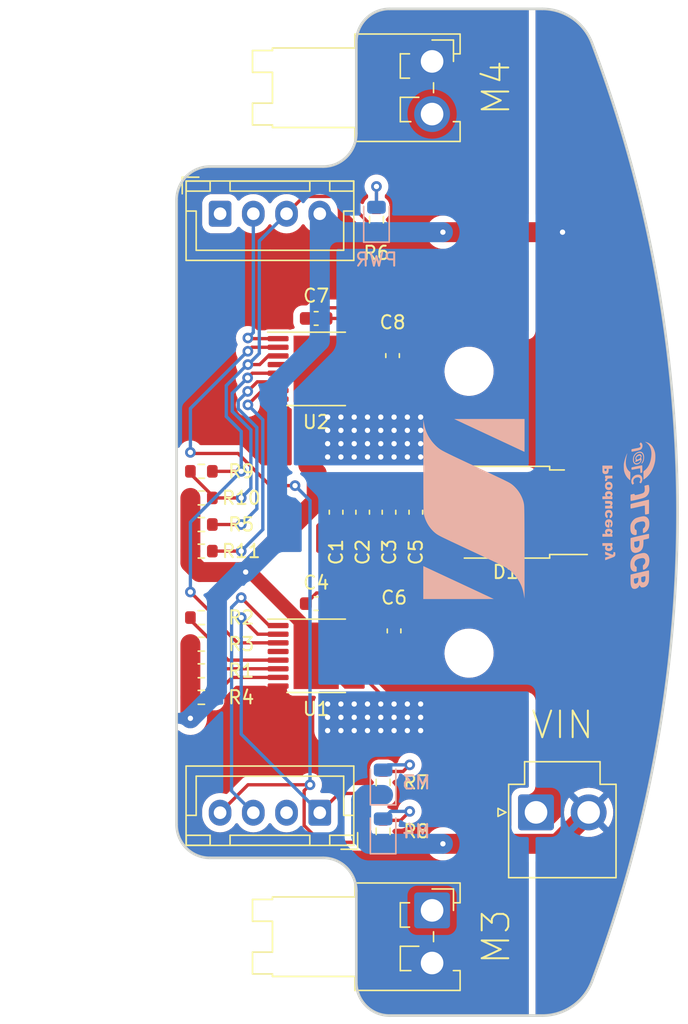
<source format=kicad_pcb>
(kicad_pcb (version 20221018) (generator pcbnew)
  (layers (0 "F.Cu" signal) (31 "B.Cu" signal) (34 "B.Paste" user) (35 "F.Paste" user) (36 "B.SilkS" user "B.Silkscreen") (37 "F.SilkS" user "F.Silkscreen") (38 "B.Mask" user) (39 "F.Mask" user) (44 "Edge.Cuts" user))
  (net 0 "")
  (net 1 "Net-(U1-CPL)")
  (net 2 "Net-(U1-CPH)")
  (net 3 "Net-(U1-VCP)")
  (net 4 "GND")
  (net 5 "Net-(D2-A)")
  (net 6 "Net-(D3-A)")
  (net 7 "Net-(D4-A)")
  (net 8 "PH-1")
  (net 10 "EN-1")
  (net 11 "PH-2")
  (net 13 "EN-2")
  (net 14 "OUT1-1")
  (net 15 "OUT2-1")
  (net 16 "OUT1-2")
  (net 17 "OUT2-2")
  (net 18 "Net-(U1-IPROPI)")
  (net 19 "Net-(U2-IPROPI)")
  (net 21 "Net-(U2-CPL)")
  (net 22 "Net-(U2-CPH)")
  (net 23 "Net-(U2-VCP)")
  (net 24 "VIN")
  (net 26 "SLEEP-1")
  (net 27 "VREF-1")
  (net 28 "IMODE-1")
  (net 29 "VREF-2")
  (net 30 "IMODE-2")
  (footprint "Capacitor_SMD:C_0603_1608Metric" (layer "F.Cu") (at 108.7125 62.7825 90)
    (fp_text reference "C8")
    (fp_text value "220nF")
  )
  (footprint "Resistor_SMD:R_0603_1608Metric" (layer "F.Cu") (at 108 94.8875 90)
    (fp_text reference "R7")
    (fp_text value "330")
  )
  (footprint "Capacitor_SMD:C_0603_1608Metric" (layer "F.Cu") (at 104.4625 74.5625 90)
    (fp_text reference "C1")
    (fp_text value "4.7uF")
  )
  (footprint "Capacitor_SMD:C_0603_1608Metric" (layer "F.Cu") (at 108.4425 74.5625 90)
    (fp_text reference "C3")
    (fp_text value "0.1uF")
  )
  (footprint "@2023_MotorDriver:JST_VH_S2P-VH_1x02_P3.96mm_Horizontal" (layer "F.Cu") (at 111.684915 40.657133 -90)
    (fp_text reference "M4")
    (fp_text value "Conn_01x02_Pin")
  )
  (footprint "Resistor_SMD:R_0603_1608Metric" (layer "F.Cu") (at 94.325 71.4875 180)
    (fp_text reference "R9")
    (fp_text value "10K")
  )
  (footprint "Resistor_SMD:R_0603_1608Metric" (layer "F.Cu") (at 94.325 82.4875 180)
    (fp_text reference "R2")
    (fp_text value "10K")
  )
  (footprint "Connector_JST:JST_XH_B4B-XH-A_1x04_P2.50mm_Vertical" (layer "F.Cu") (at 95.734915 52.112133)
    (fp_text reference "J5" hide)
    (fp_text value "Conn_01x04_Pin")
  )
  (footprint "Resistor_SMD:R_0603_1608Metric" (layer "F.Cu") (at 94.325 75.4875)
    (fp_text reference "R5")
    (fp_text value "2.49K")
  )
  (footprint "Capacitor_SMD:C_0603_1608Metric" (layer "F.Cu") (at 110.4625 74.5625 90)
    (fp_text reference "C5")
    (fp_text value "0.1uF")
  )
  (footprint "Resistor_SMD:R_0603_1608Metric" (layer "F.Cu") (at 94.325 86.4875)
    (fp_text reference "R1")
    (fp_text value "2.49K")
  )
  (footprint "Capacitor_SMD:C_0603_1608Metric" (layer "F.Cu") (at 102.9625 81.437867 180)
    (fp_text reference "C4")
    (fp_text value "22nF")
  )
  (footprint "Resistor_SMD:R_0603_1608Metric" (layer "F.Cu") (at 94.325 88.4875 180)
    (fp_text reference "R4")
    (fp_text value "20K")
  )
  (footprint "Resistor_SMD:R_0603_1608Metric" (layer "F.Cu") (at 108 98.5625 90)
    (fp_text reference "R8")
    (fp_text value "330")
  )
  (footprint "Resistor_SMD:R_0603_1608Metric" (layer "F.Cu") (at 94.325 73.4875 180)
    (fp_text reference "R10")
    (fp_text value "NP")
  )
  (footprint "Resistor_SMD:R_0603_1608Metric" (layer "F.Cu") (at 94.325 77.4875 180)
    (fp_text reference "R11")
    (fp_text value "20K")
  )
  (footprint "Capacitor_SMD:C_0603_1608Metric" (layer "F.Cu") (at 108.825 83.4875 90)
    (fp_text reference "C6")
    (fp_text value "220nF")
  )
  (footprint "MountingHole:MountingHole_3.2mm_M3" (layer "F.Cu") (at 114.46681 63.9625)
    (fp_text reference "REF**" hide)
    (fp_text value "MountingHole_3.2mm_M3")
  )
  (footprint "Package_SO:HTSSOP-16-1EP_4.4x5mm_P0.65mm_EP3.4x5mm_Mask2.46x2.31mm_ThermalVias" (layer "F.Cu") (at 102.9625 85.3625)
    (fp_text reference "U1")
    (fp_text value "~")
  )
  (footprint "@2023_MotorDriver:JST_VH_S2P-VH_1x02_P3.96mm_Horizontal" (layer "F.Cu") (at 111.684915 104.507867 -90)
    (fp_text reference "M3")
    (fp_text value "Conn_01x02_Pin")
  )
  (footprint "Capacitor_SMD:C_0603_1608Metric" (layer "F.Cu") (at 102.9625 59.9875 180)
    (fp_text reference "C7")
    (fp_text value "22nF")
  )
  (footprint "Package_SO:HTSSOP-16-1EP_4.4x5mm_P0.65mm_EP3.4x5mm_Mask2.46x2.31mm_ThermalVias" (layer "F.Cu") (at 102.9625 63.7825)
    (fp_text reference "U2")
    (fp_text value "~")
  )
  (footprint "Resistor_SMD:R_0603_1608Metric" (layer "F.Cu") (at 107.5 52.5625 90)
    (fp_text reference "R6")
    (fp_text value "330")
  )
  (footprint "Resistor_SMD:R_0603_1608Metric" (layer "F.Cu") (at 94.325 84.4875 180)
    (fp_text reference "R3")
    (fp_text value "NP")
  )
  (footprint "Connector_JST:JST_XH_B4B-XH-A_1x04_P2.50mm_Vertical" (layer "F.Cu") (at 103.234915 97.162133 180)
    (fp_text reference "J4" hide)
    (fp_text value "Conn_01x04_Pin")
  )
  (footprint "MountingHole:MountingHole_3.2mm_M3" (layer "F.Cu") (at 114.46681 85.1625)
    (fp_text reference "REF**" hide)
    (fp_text value "MountingHole_3.2mm_M3")
  )
  (footprint "Connector_JST:JST_VH_B2P-VH-B_1x02_P3.96mm_Vertical" (layer "F.Cu") (at 121.484915 97.137133)
    (fp_text reference "VIN")
    (fp_text value "Conn_01x02_Pin")
  )
  (footprint "Package_TO_SOT_SMD:TO-252-2" (layer "F.Cu") (at 117.2225 74.5625 180)
    (fp_text reference "D1")
    (fp_text value "D_Schottky_AKA")
  )
  (footprint "Capacitor_SMD:C_0603_1608Metric" (layer "F.Cu") (at 106.4625 74.5625 90)
    (fp_text reference "C2")
    (fp_text value "4.7uF")
  )
  (footprint "LED_SMD:LED_0805_2012Metric" (layer "B.Cu") (at 107.5 52.5625 90)
    (fp_text reference "PWR")
    (fp_text value "LED")
  )
  (footprint "LED_SMD:LED_0805_2012Metric" (layer "B.Cu") (at 108 98.5625 90)
    (fp_text reference "M4")
    (fp_text value "LED")
  )
  (footprint "LED_SMD:LED_0805_2012Metric" (layer "B.Cu") (at 108 94.8875 90)
    (fp_text reference "M3")
    (fp_text value "LED")
  )
  (gr_poly (pts (xy 126.672757 72.239866) (xy 126.673145 72.257421) (xy 126.673912 72.274741) (xy 126.675054 72.29159) (xy 126.676571 72.307731) (xy 126.67846 72.32293) (xy 126.680719 72.336951) (xy 126.683346 72.349558) (xy 126.686339 72.360516) (xy 126.688336 72.365717) (xy 126.690608 72.371234) (xy 126.695886 72.383027) (xy 126.701991 72.395515) (xy 126.70874 72.408317) (xy 126.715953 72.421053) (xy 126.723447 72.433342) (xy 126.727242 72.439201) (xy 126.73104 72.444805) (xy 126.734816 72.450107) (xy 126.73855 72.45506) (xy 126.772417 72.503038) (xy 126.82745 72.449416) (xy 126.833184 72.443865) (xy 126.838728 72.438347) (xy 126.844057 72.432896) (xy 126.849146 72.427543) (xy 126.85397 72.422323) (xy 126.858505 72.417269) (xy 126.862726 72.412413) (xy 126.866608 72.407788) (xy 126.870126 72.403428) (xy 126.873256 72.399365) (xy 126.875972 72.395634) (xy 126.87825 72.392266) (xy 126.880065 72.389295) (xy 126.881392 72.386753) (xy 126.881865 72.385654) (xy 126.882206 72.384675) (xy 126.882414 72.38382) (xy 126.882483 72.383093) (xy 126.882337 72.381609) (xy 126.881907 72.379816) (xy 126.881209 72.377739) (xy 126.880256 72.375398) (xy 126.879064 72.372818) (xy 126.877646 72.370021) (xy 126.876018 72.36703) (xy 126.874193 72.363867) (xy 126.870012 72.357117) (xy 126.865219 72.349954) (xy 126.85993 72.34256) (xy 126.854261 72.335116) (xy 126.850801 72.330443) (xy 126.847564 72.325432) (xy 126.841759 72.314464) (xy 126.836848 72.302352) (xy 126.83283 72.289233) (xy 126.829704 72.275245) (xy 126.827472 72.260528) (xy 126.826132 72.24522) (xy 126.825686 72.229459) (xy 126.826132 72.213384) (xy 126.827472 72.197133) (xy 126.829704 72.180845) (xy 126.83283 72.164658) (xy 126.836848 72.148711) (xy 126.841759 72.133142) (xy 126.847564 72.11809) (xy 126.854261 72.103694) (xy 126.865614 72.084027) (xy 126.878942 72.065288) (xy 126.894101 72.047545) (xy 126.910948 72.030867) (xy 126.929342 72.015322) (xy 126.949139 72.000977) (xy 126.970197 71.987902) (xy 126.992374 71.976164) (xy 127.015526 71.965832) (xy 127.039511 71.956974) (xy 127.064186 71.949657) (xy 127.089409 71.943951) (xy 127.115038 71.939924) (xy 127.140929 71.937643) (xy 127.16694 71.937177) (xy 127.192928 71.938593) (xy 127.207181 71.940409) (xy 127.220831 71.942934) (xy 127.233871 71.94615) (xy 127.246294 71.950037) (xy 127.258091 71.954577) (xy 127.269255 71.959752) (xy 127.279779 71.965543) (xy 127.289655 71.971931) (xy 127.298876 71.978898) (xy 127.307434 71.986425) (xy 127.315322 71.994494) (xy 127.322532 72.003086) (xy 127.329057 72.012182) (xy 127.334889 72.021764) (xy 127.340021 72.031813) (xy 127.344446 72.04231) (xy 127.348155 72.053238) (xy 127.351141 72.064576) (xy 127.353398 72.076308) (xy 127.354916 72.088414) (xy 127.35569 72.100875) (xy 127.35571 72.113673) (xy 127.354971 72.12679) (xy 127.353464 72.140206) (xy 127.351181 72.153903) (xy 127.348117 72.167863) (xy 127.344262 72.182067) (xy 127.339609 72.196496) (xy 127.334151 72.211132) (xy 127.327881 72.225956) (xy 127.32079 72.240949) (xy 127.312872 72.256093) (xy 127.280417 72.316771) (xy 127.331217 72.359105) (xy 127.337434 72.364165) (xy 127.343385 72.368767) (xy 127.349067 72.372915) (xy 127.354478 72.376611) (xy 127.359616 72.379861) (xy 127.36448 72.382669) (xy 127.366808 72.383908) (xy 127.369066 72.385039) (xy 127.371255 72.38606) (xy 127.373374 72.386974) (xy 127.375422 72.38778) (xy 127.3774 72.38848) (xy 127.379307 72.389072) (xy 127.381143 72.389559) (xy 127.382908 72.389941) (xy 127.384601 72.390217) (xy 127.386222 72.390389) (xy 127.387771 72.390458) (xy 127.389248 72.390423) (xy 127.390652 72.390285) (xy 127.391984 72.390045) (xy 127.393242 72.389702) (xy 127.394427 72.389259) (xy 127.395538 72.388715) (xy 127.396576 72.388071) (xy 127.397539 72.387327) (xy 127.404137 72.380962) (xy 127.411168 72.37259) (xy 127.418533 72.36242) (xy 127.426136 72.35066) (xy 127.433879 72.337519) (xy 127.441666 72.323207) (xy 127.4494 72.307931) (xy 127.456982 72.2919) (xy 127.464316 72.275324) (xy 127.471305 72.258411) (xy 127.477852 72.24137) (xy 127.483859 72.22441) (xy 127.48923 72.207739) (xy 127.493867 72.191566) (xy 127.497672 72.176099) (xy 127.50055 72.161549) (xy 127.503284 72.14466) (xy 127.505405 72.127871) (xy 127.50692 72.111198) (xy 127.507837 72.094659) (xy 127.508163 72.078271) (xy 127.507905 72.062051) (xy 127.50707 72.046016) (xy 127.505665 72.030183) (xy 127.503699 72.01457) (xy 127.501177 71.999192) (xy 127.498108 71.984068) (xy 127.494498 71.969214) (xy 127.490354 71.954647) (xy 127.485685 71.940384) (xy 127.480497 71.926443) (xy 127.474797 71.912841) (xy 127.468593 71.899594) (xy 127.461892 71.886719) (xy 127.454701 71.874235) (xy 127.447027 71.862156) (xy 127.438878 71.850502) (xy 127.43026 71.839289) (xy 127.421182 71.828533) (xy 127.41165 71.818252) (xy 127.401671 71.808463) (xy 127.391254 71.799184) (xy 127.380404 71.79043) (xy 127.369129 71.782219) (xy 127.357437 71.774569) (xy 127.345335 71.767496) (xy 127.332829 71.761017) (xy 127.319928 71.755149) (xy 127.305355 71.750005) (xy 127.289266 71.745682) (xy 127.271835 71.742173) (xy 127.253231 71.739472) (xy 127.233626 71.737574) (xy 127.213193 71.736471) (xy 127.192103 71.736158) (xy 127.170526 71.736628) (xy 127.148636 71.737876) (xy 127.126603 71.739894) (xy 127.104599 71.742677) (xy 127.082795 71.746219) (xy 127.061363 71.750514) (xy 127.040475 71.755554) (xy 127.020303 71.761335) (xy 127.001017 71.767849) (xy 126.975204 71.778694) (xy 126.949696 71.791571) (xy 126.924596 71.806361) (xy 126.900012 71.822949) (xy 126.876047 71.841214) (xy 126.852809 71.86104) (xy 126.830401 71.882309) (xy 126.808929 71.904903) (xy 126.788499 71.928704) (xy 126.769217 71.953595) (xy 126.751187 71.979457) (xy 126.734515 72.006173) (xy 126.719307 72.033624) (xy 126.705667 72.061694) (xy 126.693702 72.090264) (xy 126.683517 72.119216) (xy 126.680804 72.130173) (xy 126.678487 72.14278) (xy 126.676562 72.156801) (xy 126.675028 72.172) (xy 126.673882 72.188142) (xy 126.673123 72.20499) (xy 126.672749 72.22231)) (fill solid) (layer "B.SilkS"))
  (gr_poly (pts (xy 125.253533 76.403339) (xy 125.253533 76.205784) (xy 125.173805 76.205784) (xy 125.206967 76.170506) (xy 125.217071 76.159201) (xy 125.226222 76.147768) (xy 125.234424 76.136195) (xy 125.241682 76.124468) (xy 125.248002 76.112577) (xy 125.253389 76.100507) (xy 125.257847 76.088247) (xy 125.261383 76.075785) (xy 125.264 76.063108) (xy 125.265706 76.050203) (xy 125.266503 76.037059) (xy 125.266399 76.023662) (xy 125.265397 76.010001) (xy 125.263503 75.996063) (xy 125.260723 75.981835) (xy 125.257061 75.967306) (xy 125.253629 75.956465) (xy 125.24956 75.94591) (xy 125.244872 75.935649) (xy 125.239583 75.925689) (xy 125.23371 75.91604) (xy 125.227269 75.906708) (xy 125.220278 75.897703) (xy 125.212754 75.889033) (xy 125.196177 75.872731) (xy 125.177674 75.857868) (xy 125.157383 75.844509) (xy 125.135441 75.832721) (xy 125.111986 75.822571) (xy 125.087156 75.814123) (xy 125.061087 75.807445) (xy 125.033918 75.802603) (xy 125.005786 75.799662) (xy 124.980219 75.798803) (xy 124.980219 76.007787) (xy 124.996077 76.008378) (xy 125.011689 76.010081) (xy 125.026831 76.012895) (xy 125.041282 76.016816) (xy 125.048179 76.01919) (xy 125.05482 76.02184) (xy 125.061176 76.024766) (xy 125.067221 76.027966) (xy 125.072927 76.03144) (xy 125.078265 76.035188) (xy 125.083208 76.03921) (xy 125.087728 76.043506) (xy 125.091153 76.047282) (xy 125.094287 76.051196) (xy 125.097132 76.055235) (xy 125.09969 76.059388) (xy 125.101964 76.063642) (xy 125.103955 76.067987) (xy 125.105665 76.072409) (xy 125.107097 76.076899) (xy 125.108254 76.081443) (xy 125.109136 76.08603) (xy 125.109747 76.090648) (xy 125.110089 76.095286) (xy 125.110164 76.099931) (xy 125.109973 76.104573) (xy 125.10952 76.109199) (xy 125.108806 76.113797) (xy 125.107834 76.118356) (xy 125.106606 76.122864) (xy 125.105123 76.127309) (xy 125.103389 76.13168) (xy 125.101405 76.135964) (xy 125.099174 76.14015) (xy 125.096698 76.144227) (xy 125.093978 76.148182) (xy 125.091018 76.152003) (xy 125.087819 76.15568) (xy 125.084384 76.1592) (xy 125.080715 76.162551) (xy 125.076813 76.165721) (xy 125.072682 76.1687) (xy 125.068323 76.171475) (xy 125.063739 76.174034) (xy 125.057644 76.176827) (xy 125.050802 76.179379) (xy 125.043306 76.181681) (xy 125.035252 76.183724) (xy 125.026735 76.185498) (xy 125.01785 76.186994) (xy 125.008692 76.188203) (xy 124.999357 76.189115) (xy 124.989939 76.189721) (xy 124.980533 76.190012) (xy 124.971235 76.189978) (xy 124.962139 76.189611) (xy 124.953341 76.1889) (xy 124.944935 76.187838) (xy 124.937018 76.186413) (xy 124.929683 76.184617) (xy 124.926189 76.183594) (xy 124.922602 76.182385) (xy 124.918941 76.181002) (xy 124.91523 76.179458) (xy 124.911491 76.177765) (xy 124.907744 76.175935) (xy 124.904011 76.173982) (xy 124.900315 76.171917) (xy 124.896676 76.169753) (xy 124.893117 76.167502) (xy 124.889659 76.165176) (xy 124.886325 76.162789) (xy 124.883135 76.160352) (xy 124.880111 76.157878) (xy 124.877276 76.155379) (xy 124.87465 76.152867) (xy 124.871133 76.149288) (xy 124.867978 76.145927) (xy 124.865165 76.142741) (xy 124.862678 76.139682) (xy 124.860496 76.136706) (xy 124.858601 76.133767) (xy 124.856976 76.13082) (xy 124.8556 76.12782) (xy 124.854456 76.12472) (xy 124.853525 76.121475) (xy 124.852788 76.11804) (xy 124.852227 76.11437) (xy 124.851822 76.110419) (xy 124.851557 76.10614) (xy 124.851411 76.10149) (xy 124.851367 76.096423) (xy 124.85141 76.091588) (xy 124.85155 76.087117) (xy 124.851799 76.082974) (xy 124.852171 76.079126) (xy 124.85268 76.075538) (xy 124.853339 76.072176) (xy 124.85416 76.069007) (xy 124.854637 76.067484) (xy 124.855159 76.065996) (xy 124.855729 76.064539) (xy 124.856348 76.063108) (xy 124.857018 76.061701) (xy 124.85774 76.060311) (xy 124.858517 76.058936) (xy 124.859349 76.05757) (xy 124.861189 76.05485) (xy 124.863273 76.052118) (xy 124.865614 76.049339) (xy 124.868226 76.04648) (xy 124.871122 76.043506) (xy 124.875835 76.03915) (xy 124.880957 76.03508) (xy 124.886463 76.031294) (xy 124.892323 76.027792) (xy 124.898511 76.024574) (xy 124.904998 76.021639) (xy 124.911756 76.018987) (xy 124.918758 76.016618) (xy 124.933383 76.012725) (xy 124.948649 76.009958) (xy 124.964335 76.008313) (xy 124.980219 76.007787) (xy 124.980219 75.798803) (xy 124.976827 75.798689) (xy 124.947181 75.799751) (xy 124.916983 75.802912) (xy 124.902982 75.805063) (xy 124.889541 75.807552) (xy 124.876642 75.810386) (xy 124.864265 75.813572) (xy 124.852393 75.817118) (xy 124.841007 75.821031) (xy 124.830087 75.825319) (xy 124.819617 75.829987) (xy 124.809576 75.835045) (xy 124.799947 75.840498) (xy 124.79071 75.846354) (xy 124.781847 75.85262) (xy 124.77334 75.859304) (xy 124.76517 75.866413) (xy 124.757319 75.873954) (xy 124.749767 75.881934) (xy 124.742769 75.890001) (xy 124.736321 75.898086) (xy 124.730408 75.906222) (xy 124.725017 75.914444) (xy 124.720134 75.922787) (xy 124.715747 75.931283) (xy 124.711841 75.939967) (xy 124.708403 75.948873) (xy 124.70542 75.958036) (xy 124.702879 75.967489) (xy 124.700765 75.977267) (xy 124.699066 75.987403) (xy 124.697768 75.997932) (xy 124.696857 76.008888) (xy 124.69632 76.020305) (xy 124.696144 76.032217) (xy 124.696394 76.042565) (xy 124.696884 76.052462) (xy 124.697625 76.061935) (xy 124.698625 76.071012) (xy 124.699894 76.079721) (xy 124.70144 76.08809) (xy 124.703274 76.096146) (xy 124.705405 76.103919) (xy 124.707841 76.111435) (xy 124.710593 76.118723) (xy 124.713669 76.125811) (xy 124.71708 76.132726) (xy 124.720833 76.139496) (xy 124.724938 76.146149) (xy 124.729406 76.152714) (xy 124.734244 76.159217) (xy 124.737869 76.164192) (xy 124.741278 76.168985) (xy 124.74439 76.17348) (xy 124.747121 76.177562) (xy 124.749389 76.181114) (xy 124.750324 76.182656) (xy 124.751112 76.184022) (xy 124.751742 76.185198) (xy 124.752206 76.186169) (xy 124.752491 76.186921) (xy 124.752564 76.18721) (xy 124.752589 76.187439) (xy 124.75193 76.187836) (xy 124.749997 76.188229) (xy 124.742568 76.188994) (xy 124.730823 76.189709) (xy 124.715283 76.19035) (xy 124.674901 76.191309) (xy 124.625589 76.191673) (xy 124.498589 76.191673) (xy 124.498589 76.403339)) (fill solid) (layer "B.SilkS"))
  (gr_poly (pts (xy 125.253533 73.581117) (xy 125.253533 73.383562) (xy 125.173805 73.383562) (xy 125.206967 73.348284) (xy 125.217071 73.336979) (xy 125.226222 73.325546) (xy 125.234424 73.313973) (xy 125.241682 73.302246) (xy 125.248002 73.290355) (xy 125.253389 73.278285) (xy 125.257847 73.266025) (xy 125.261383 73.253563) (xy 125.264 73.240886) (xy 125.265706 73.227981) (xy 125.266503 73.214837) (xy 125.266399 73.20144) (xy 125.265397 73.187779) (xy 125.263503 73.173841) (xy 125.260723 73.159613) (xy 125.257061 73.145084) (xy 125.253629 73.134244) (xy 125.24956 73.123689) (xy 125.244872 73.113427) (xy 125.239583 73.103467) (xy 125.23371 73.093818) (xy 125.227269 73.084486) (xy 125.220278 73.075481) (xy 125.212754 73.066812) (xy 125.196177 73.050509) (xy 125.177674 73.035646) (xy 125.157383 73.022287) (xy 125.135441 73.010499) (xy 125.111986 73.000349) (xy 125.087156 72.991901) (xy 125.061087 72.985223) (xy 125.033918 72.980381) (xy 125.005786 72.97744) (xy 124.980219 72.976581) (xy 124.980219 73.185565) (xy 124.996077 73.186156) (xy 125.011689 73.18786) (xy 125.026831 73.190673) (xy 125.041282 73.194594) (xy 125.048179 73.196969) (xy 125.05482 73.199619) (xy 125.061176 73.202544) (xy 125.067221 73.205744) (xy 125.072927 73.209218) (xy 125.078265 73.212967) (xy 125.083208 73.216989) (xy 125.087728 73.221284) (xy 125.091153 73.225061) (xy 125.094287 73.228974) (xy 125.097132 73.233013) (xy 125.09969 73.237166) (xy 125.101964 73.24142) (xy 125.103955 73.245765) (xy 125.105665 73.250187) (xy 125.107097 73.254677) (xy 125.108254 73.259221) (xy 125.109136 73.263808) (xy 125.109747 73.268426) (xy 125.110089 73.273064) (xy 125.110164 73.277709) (xy 125.109973 73.282351) (xy 125.10952 73.286977) (xy 125.108806 73.291575) (xy 125.107834 73.296134) (xy 125.106606 73.300642) (xy 125.105123 73.305087) (xy 125.103389 73.309458) (xy 125.101405 73.313742) (xy 125.099174 73.317928) (xy 125.096698 73.322005) (xy 125.093978 73.32596) (xy 125.091018 73.329781) (xy 125.087819 73.333458) (xy 125.084384 73.336978) (xy 125.080715 73.340329) (xy 125.076813 73.343499) (xy 125.072682 73.346478) (xy 125.068323 73.349253) (xy 125.063739 73.351812) (xy 125.057644 73.354605) (xy 125.050802 73.357157) (xy 125.043306 73.359459) (xy 125.035252 73.361502) (xy 125.026735 73.363276) (xy 125.01785 73.364772) (xy 125.008692 73.365981) (xy 124.999357 73.366893) (xy 124.989939 73.367499) (xy 124.980533 73.36779) (xy 124.971235 73.367756) (xy 124.962139 73.367389) (xy 124.953341 73.366678) (xy 124.944935 73.365615) (xy 124.937018 73.364191) (xy 124.929683 73.362395) (xy 124.926189 73.361372) (xy 124.922602 73.360163) (xy 124.918941 73.35878) (xy 124.91523 73.357236) (xy 124.911491 73.355543) (xy 124.907744 73.353713) (xy 124.904011 73.35176) (xy 124.900315 73.349695) (xy 124.896676 73.347531) (xy 124.893117 73.34528) (xy 124.889659 73.342954) (xy 124.886325 73.340567) (xy 124.883135 73.33813) (xy 124.880111 73.335656) (xy 124.877276 73.333156) (xy 124.87465 73.330645) (xy 124.871133 73.327066) (xy 124.867978 73.323705) (xy 124.865165 73.320518) (xy 124.862678 73.31746) (xy 124.860496 73.314484) (xy 124.858601 73.311545) (xy 124.856976 73.308598) (xy 124.8556 73.305598) (xy 124.854456 73.302498) (xy 124.853525 73.299253) (xy 124.852788 73.295818) (xy 124.852227 73.292148) (xy 124.851822 73.288197) (xy 124.851557 73.283918) (xy 124.851411 73.279268) (xy 124.851367 73.274201) (xy 124.85141 73.269366) (xy 124.85155 73.264895) (xy 124.851799 73.260752) (xy 124.852171 73.256904) (xy 124.85268 73.253316) (xy 124.853339 73.249954) (xy 124.85416 73.246785) (xy 124.854637 73.245262) (xy 124.855159 73.243774) (xy 124.855729 73.242317) (xy 124.856348 73.240886) (xy 124.857018 73.239479) (xy 124.85774 73.238089) (xy 124.858517 73.236714) (xy 124.859349 73.235348) (xy 124.861189 73.232628) (xy 124.863273 73.229896) (xy 124.865614 73.227117) (xy 124.868226 73.224258) (xy 124.871122 73.221284) (xy 124.875835 73.216929) (xy 124.880957 73.212858) (xy 124.886463 73.209072) (xy 124.892323 73.20557) (xy 124.898511 73.202352) (xy 124.904998 73.199417) (xy 124.911756 73.196765) (xy 124.918758 73.194396) (xy 124.933383 73.190503) (xy 124.948649 73.187736) (xy 124.964335 73.186091) (xy 124.980219 73.185565) (xy 124.980219 72.976581) (xy 124.976827 72.976467) (xy 124.947181 72.977528) (xy 124.916983 72.98069) (xy 124.902982 72.98284) (xy 124.889541 72.985329) (xy 124.876642 72.988163) (xy 124.864265 72.99135) (xy 124.852393 72.994896) (xy 124.841007 72.998809) (xy 124.830087 73.003097) (xy 124.819617 73.007765) (xy 124.809576 73.012822) (xy 124.799947 73.018275) (xy 124.79071 73.024132) (xy 124.781847 73.030398) (xy 124.77334 73.037082) (xy 124.76517 73.044191) (xy 124.757319 73.051732) (xy 124.749767 73.059712) (xy 124.742769 73.067779) (xy 124.736321 73.075864) (xy 124.730408 73.084) (xy 124.725017 73.092222) (xy 124.720134 73.100565) (xy 124.715747 73.109061) (xy 124.711841 73.117745) (xy 124.708403 73.126651) (xy 124.70542 73.135814) (xy 124.702879 73.145267) (xy 124.700765 73.155045) (xy 124.699066 73.165181) (xy 124.697768 73.17571) (xy 124.696857 73.186666) (xy 124.69632 73.198083) (xy 124.696144 73.209995) (xy 124.696394 73.220343) (xy 124.696884 73.23024) (xy 124.697625 73.239713) (xy 124.698625 73.248789) (xy 124.699894 73.257498) (xy 124.70144 73.265867) (xy 124.703274 73.273924) (xy 124.705405 73.281697) (xy 124.707841 73.289213) (xy 124.710593 73.296501) (xy 124.713669 73.303589) (xy 124.71708 73.310504) (xy 124.720833 73.317274) (xy 124.724938 73.323927) (xy 124.729406 73.330492) (xy 124.734244 73.336995) (xy 124.737869 73.34197) (xy 124.741278 73.346763) (xy 124.74439 73.351258) (xy 124.747121 73.35534) (xy 124.749389 73.358892) (xy 124.750324 73.360434) (xy 124.751112 73.3618) (xy 124.751742 73.362976) (xy 124.752206 73.363947) (xy 124.752491 73.364699) (xy 124.752564 73.364988) (xy 124.752589 73.365217) (xy 124.75193 73.365614) (xy 124.749997 73.366007) (xy 124.742568 73.366772) (xy 124.730823 73.367487) (xy 124.715283 73.368128) (xy 124.674901 73.369087) (xy 124.625589 73.369451) (xy 124.498589 73.369451) (xy 124.498589 73.581117)) (fill solid) (layer "B.SilkS"))
  (gr_poly (pts (xy 124.876061 73.919784) (xy 124.91402 73.919825) (xy 124.947395 73.920014) (xy 124.976481 73.920449) (xy 125.001573 73.921228) (xy 125.012713 73.921777) (xy 125.022964 73.92245) (xy 125.032365 73.923257) (xy 125.04095 73.924212) (xy 125.048758 73.925326) (xy 125.055825 73.926612) (xy 125.062188 73.928083) (xy 125.067884 73.92975) (xy 125.072949 73.931626) (xy 125.077421 73.933723) (xy 125.081336 73.936053) (xy 125.084731 73.938629) (xy 125.087642 73.941462) (xy 125.090107 73.944566) (xy 125.092163 73.947952) (xy 125.093846 73.951633) (xy 125.095193 73.955621) (xy 125.096241 73.959928) (xy 125.097027 73.964567) (xy 125.097588 73.969549) (xy 125.097959 73.974888) (xy 125.098179 73.980594) (xy 125.098311 73.993162) (xy 125.098245 73.996572) (xy 125.098048 73.999924) (xy 125.09772 74.003215) (xy 125.097262 74.006446) (xy 125.096676 74.009615) (xy 125.095962 74.01272) (xy 125.095122 74.015762) (xy 125.094155 74.018738) (xy 125.093063 74.021648) (xy 125.091847 74.024491) (xy 125.090508 74.027266) (xy 125.089047 74.029972) (xy 125.087464 74.032607) (xy 125.08576 74.035171) (xy 125.083937 74.037663) (xy 125.081995 74.040081) (xy 125.079935 74.042425) (xy 125.077759 74.044694) (xy 125.075466 74.046885) (xy 125.073058 74.049) (xy 125.070537 74.051036) (xy 125.067901 74.052992) (xy 125.065154 74.054868) (xy 125.062295 74.056662) (xy 125.059325 74.058373) (xy 125.056246 74.060001) (xy 125.049761 74.063001) (xy 125.042849 74.065653) (xy 125.035517 74.067951) (xy 125.027237 74.069267) (xy 125.013468 74.070541) (xy 124.994936 74.071733) (xy 124.972369 74.072801) (xy 124.918042 74.0744) (xy 124.856305 74.075006) (xy 124.7032 74.075006) (xy 124.7032 74.286673) (xy 125.253533 74.286673) (xy 125.253533 74.089117) (xy 125.166044 74.089117) (xy 125.1985 74.055956) (xy 125.206903 74.047003) (xy 125.214659 74.038112) (xy 125.221782 74.029243) (xy 125.228288 74.020359) (xy 125.234189 74.01142) (xy 125.239502 74.00239) (xy 125.24424 73.99323) (xy 125.248418 73.983901) (xy 125.25205 73.974366) (xy 125.255151 73.964585) (xy 125.257735 73.954522) (xy 125.259817 73.944137) (xy 125.261411 73.933392) (xy 125.262532 73.922249) (xy 125.263194 73.91067) (xy 125.263411 73.898617) (xy 125.263344 73.886435) (xy 125.262875 73.874751) (xy 125.261999 73.863548) (xy 125.26071 73.852811) (xy 125.259004 73.842525) (xy 125.256875 73.832674) (xy 125.254318 73.823243) (xy 125.251328 73.814215) (xy 125.2479 73.805576) (xy 125.244029 73.797311) (xy 125.239709 73.789403) (xy 125.234935 73.781837) (xy 125.229703 73.774597) (xy 125.224006 73.767669) (xy 125.21784 73.761037) (xy 125.2112 73.754684) (xy 125.202514 73.747185) (xy 125.193965 73.740529) (xy 125.185228 73.734667) (xy 125.175977 73.729549) (xy 125.165887 73.725125) (xy 125.154633 73.721346) (xy 125.141888 73.718163) (xy 125.127327 73.715526) (xy 125.110625 73.713384) (xy 125.091455 73.711689) (xy 125.044413 73.70944) (xy 124.983596 73.708382) (xy 124.9064 73.708117) (xy 124.7032 73.708117) (xy 124.7032 73.919784)) (fill solid) (layer "B.SilkS"))
  (gr_poly (pts (xy 126.684046 71.283132) (xy 126.68483 71.297954) (xy 126.686248 71.312275) (xy 126.68829 71.325728) (xy 126.690947 71.337945) (xy 126.694207 71.348558) (xy 126.69606 71.353148) (xy 126.69806 71.357199) (xy 126.700206 71.360665) (xy 126.702497 71.3635) (xy 126.70493 71.365658) (xy 126.707505 71.367093) (xy 126.711117 71.367577) (xy 126.717609 71.367457) (xy 126.738594 71.365506) (xy 126.76917 71.361438) (xy 126.808047 71.355452) (xy 126.905546 71.338519) (xy 127.020772 71.316294) (xy 127.23191 71.275724) (xy 127.299974 71.263112) (xy 127.320289 71.259651) (xy 127.329805 71.258438) (xy 127.332105 71.259007) (xy 127.334246 71.260745) (xy 127.336233 71.263693) (xy 127.338074 71.267897) (xy 127.339774 71.273398) (xy 127.34134 71.280241) (xy 127.344093 71.298125) (xy 127.346383 71.321897) (xy 127.34826 71.351902) (xy 127.349773 71.388489) (xy 127.350972 71.432005) (xy 127.355205 71.60416) (xy 127.397539 71.601338) (xy 127.434903 71.598913) (xy 127.44975 71.597468) (xy 127.462296 71.595164) (xy 127.472733 71.591471) (xy 127.477221 71.588938) (xy 127.481255 71.58586) (xy 127.484857 71.582169) (xy 127.488052 71.577801) (xy 127.490865 71.572688) (xy 127.493318 71.566766) (xy 127.497244 71.552225) (xy 127.500024 71.533649) (xy 127.501848 71.510509) (xy 127.502909 71.482275) (xy 127.503513 71.408412) (xy 127.503372 71.307827) (xy 127.503336 71.264274) (xy 127.503212 71.225508) (xy 127.502982 71.191257) (xy 127.502623 71.161248) (xy 127.502115 71.135207) (xy 127.501799 71.123589) (xy 127.501437 71.112862) (xy 127.501029 71.10299) (xy 127.50057 71.09394) (xy 127.500058 71.085678) (xy 127.499492 71.078168) (xy 127.498867 71.071379) (xy 127.498182 71.065274) (xy 127.497434 71.059821) (xy 127.49662 71.054984) (xy 127.495738 71.050731) (xy 127.494785 71.047026) (xy 127.493759 71.043836) (xy 127.493217 71.042424) (xy 127.492657 71.041127) (xy 127.492076 71.039942) (xy 127.491476 71.038864) (xy 127.490855 71.037889) (xy 127.490214 71.037013) (xy 127.489552 71.036232) (xy 127.488868 71.035541) (xy 127.488163 71.034936) (xy 127.487437 71.034413) (xy 127.486687 71.033967) (xy 127.485916 71.033595) (xy 127.485121 71.033292) (xy 127.484304 71.033053) (xy 127.483462 71.032875) (xy 127.482597 71.032753) (xy 127.480794 71.03266) (xy 127.433839 71.03893) (xy 127.340631 71.055569) (xy 127.079157 71.10692) (xy 126.823768 71.160652) (xy 126.738167 71.180267) (xy 126.701861 71.190705) (xy 126.699438 71.193165) (xy 126.697196 71.196282) (xy 126.695133 71.20001) (xy 126.693248 71.204303) (xy 126.69154 71.209115) (xy 126.690008 71.214399) (xy 126.687463 71.226203) (xy 126.685605 71.239346) (xy 126.684423 71.25346) (xy 126.683907 71.268179)) (fill solid) (layer "B.SilkS"))
  (gr_poly (pts (xy 126.615703 73.558623) (xy 126.619333 73.63239) (xy 126.621765 73.662515) (xy 126.624583 73.686478) (xy 126.62777 73.703037) (xy 126.629495 73.708151) (xy 126.631305 73.710949) (xy 126.636128 73.713149) (xy 126.643493 73.714394) (xy 126.667686 73.713639) (xy 126.707555 73.707923) (xy 126.766772 73.696485) (xy 126.957934 73.653402) (xy 127.270539 73.578304) (xy 127.330251 73.563601) (xy 127.385227 73.549572) (xy 127.43576 73.536103) (xy 127.482139 73.523073) (xy 127.524658 73.510366) (xy 127.563606 73.497863) (xy 127.599276 73.485447) (xy 127.63196 73.473) (xy 127.661948 73.460405) (xy 127.689531 73.447543) (xy 127.715003 73.434296) (xy 127.738653 73.420547) (xy 127.760774 73.406178) (xy 127.781656 73.391071) (xy 127.801592 73.375108) (xy 127.820872 73.358171) (xy 127.852671 73.327136) (xy 127.881919 73.294365) (xy 127.908613 73.25988) (xy 127.932747 73.223697) (xy 127.954318 73.185836) (xy 127.973322 73.146314) (xy 127.989754 73.105152) (xy 128.003611 73.062367) (xy 128.014888 73.017978) (xy 128.023582 72.972004) (xy 128.029687 72.924462) (xy 128.0332 72.875373) (xy 128.034117 72.824754) (xy 128.032434 72.772624) (xy 128.028146 72.719001) (xy 128.02125 72.663905) (xy 128.016374 72.635765) (xy 128.01135 72.608915) (xy 128.006293 72.583984) (xy 128.001318 72.561599) (xy 127.996542 72.542389) (xy 127.994264 72.534171) (xy 127.99208 72.526983) (xy 127.990003 72.520902) (xy 127.988048 72.516008) (xy 127.986229 72.512379) (xy 127.985375 72.511063) (xy 127.984561 72.510093) (xy 127.982141 72.50859) (xy 127.978378 72.507505) (xy 127.967173 72.506519) (xy 127.951648 72.506984) (xy 127.932504 72.508748) (xy 127.910442 72.511663) (xy 127.886161 72.515575) (xy 127.833749 72.525792) (xy 127.780873 72.538192) (xy 127.756014 72.544833) (xy 127.733141 72.551567) (xy 127.712955 72.558243) (xy 127.696157 72.564711) (xy 127.683448 72.570818) (xy 127.678845 72.57369) (xy 127.675528 72.576416) (xy 127.673279 72.578919) (xy 127.671297 72.581688) (xy 127.669584 72.584759) (xy 127.668141 72.588168) (xy 127.666972 72.591948) (xy 127.666077 72.596135) (xy 127.665459 72.600765) (xy 127.665121 72.605873) (xy 127.665063 72.611493) (xy 127.665289 72.61766) (xy 127.6658 72.624411) (xy 127.666598 72.63178) (xy 127.667686 72.639802) (xy 127.669065 72.648512) (xy 127.672706 72.668138) (xy 127.675338 72.685744) (xy 127.677887 72.706326) (xy 127.680271 72.729157) (xy 127.682407 72.75351) (xy 127.684212 72.778657) (xy 127.685604 72.803869) (xy 127.6865 72.82842) (xy 127.686817 72.851582) (xy 127.686396 72.878469) (xy 127.685102 72.903628) (xy 127.682891 72.92715) (xy 127.681427 72.938325) (xy 127.679717 72.949125) (xy 127.677754 72.959562) (xy 127.675534 72.969646) (xy 127.67305 72.979389) (xy 127.670297 72.988802) (xy 127.667269 72.997897) (xy 127.66396 73.006685) (xy 127.660365 73.015177) (xy 127.656478 73.023385) (xy 127.652293 73.03132) (xy 127.647805 73.038994) (xy 127.643008 73.046418) (xy 127.637896 73.053603) (xy 127.632464 73.06056) (xy 127.626706 73.067302) (xy 127.620616 73.073839) (xy 127.614189 73.080182) (xy 127.607418 73.086344) (xy 127.600299 73.092335) (xy 127.592825 73.098167) (xy 127.584991 73.103852) (xy 127.576791 73.109399) (xy 127.568219 73.114822) (xy 127.55927 73.120131) (xy 127.549939 73.125338) (xy 127.530246 73.13435) (xy 127.502658 73.144782) (xy 127.428605 73.168708) (xy 127.337387 73.194717) (xy 127.238612 73.220412) (xy 127.141888 73.243394) (xy 127.056822 73.261268) (xy 127.021663 73.267539) (xy 126.993021 73.271633) (xy 126.972098 73.273251) (xy 126.960094 73.272094) (xy 126.957931 73.270889) (xy 126.955685 73.269404) (xy 126.953372 73.267654) (xy 126.95101 73.265655) (xy 126.948615 73.263426) (xy 126.946204 73.260981) (xy 126.943792 73.258338) (xy 126.941397 73.255513) (xy 126.939035 73.252523) (xy 126.936723 73.249383) (xy 126.934477 73.246112) (xy 126.932313 73.242725) (xy 126.930249 73.239238) (xy 126.9283 73.235669) (xy 126.926484 73.232034) (xy 126.924817 73.228349) (xy 126.923446 73.224897) (xy 126.921986 73.221437) (xy 126.920448 73.217993) (xy 126.918841 73.214591) (xy 126.917177 73.211255) (xy 126.915465 73.208009) (xy 126.913716 73.20488) (xy 126.91194 73.201891) (xy 126.910148 73.199067) (xy 126.908349 73.196434) (xy 126.906554 73.194015) (xy 126.904774 73.191836) (xy 126.903019 73.189922) (xy 126.901299 73.188298) (xy 126.900455 73.187602) (xy 126.899624 73.186987) (xy 126.898807 73.186457) (xy 126.898005 73.186016) (xy 126.896183 73.185385) (xy 126.893149 73.185068) (xy 126.883759 73.185316) (xy 126.870463 73.18663) (xy 126.853886 73.188882) (xy 126.813397 73.195689) (xy 126.767301 73.204713) (xy 126.720611 73.214927) (xy 126.678335 73.225306) (xy 126.645485 73.234826) (xy 126.634161 73.238943) (xy 126.627072 73.24246) (xy 126.625166 73.244873) (xy 126.623414 73.249628) (xy 126.620367 73.265542) (xy 126.61791 73.28896) (xy 126.616026 73.318638) (xy 126.613901 73.391809) (xy 126.613843 73.475117)) (fill solid) (layer "B.SilkS"))
  (gr_poly (pts (xy 124.694738 72.139721) (xy 124.695296 72.150074) (xy 124.696295 72.160692) (xy 124.697695 72.171384) (xy 124.699452 72.181961) (xy 124.701524 72.192231) (xy 124.703869 72.202006) (xy 124.706445 72.211094) (xy 124.709209 72.219306) (xy 124.712119 72.226451) (xy 124.713615 72.229564) (xy 124.715132 72.232339) (xy 124.716663 72.234753) (xy 124.718205 72.23678) (xy 124.719752 72.238399) (xy 124.721298 72.239585) (xy 124.722838 72.240314) (xy 124.724367 72.240562) (xy 124.726828 72.239922) (xy 124.731885 72.238092) (xy 124.748532 72.23139) (xy 124.771793 72.221512) (xy 124.799155 72.209517) (xy 124.807373 72.205756) (xy 124.815087 72.202145) (xy 124.82229 72.198687) (xy 124.828976 72.195384) (xy 124.835137 72.192239) (xy 124.840765 72.189252) (xy 124.845854 72.186427) (xy 124.850396 72.183765) (xy 124.854385 72.181268) (xy 124.857812 72.178939) (xy 124.859312 72.177838) (xy 124.86067 72.176779) (xy 124.861884 72.175763) (xy 124.862953 72.174791) (xy 124.863876 72.173862) (xy 124.864653 72.172976) (xy 124.865282 72.172135) (xy 124.865763 72.171338) (xy 124.866094 72.170585) (xy 124.866275 72.169877) (xy 124.866305 72.169213) (xy 124.866183 72.168595) (xy 124.861544 72.147995) (xy 124.859097 72.12927) (xy 124.858741 72.120588) (xy 124.858987 72.112346) (xy 124.859852 72.104535) (xy 124.861355 72.097147) (xy 124.863513 72.09017) (xy 124.866343 72.083597) (xy 124.869865 72.077417) (xy 124.874096 72.071621) (xy 124.879053 72.0662) (xy 124.884755 72.061144) (xy 124.891219 72.056444) (xy 124.898462 72.05209) (xy 124.906504 72.048073) (xy 124.915362 72.044384) (xy 124.935595 72.03795) (xy 124.959305 72.032713) (xy 124.986635 72.028597) (xy 125.017726 72.025528) (xy 125.052723 72.023428) (xy 125.091766 72.022224) (xy 125.135 72.021839) (xy 125.253533 72.021839) (xy 125.253533 71.810173) (xy 124.7032 71.810173) (xy 124.7032 72.007728) (xy 124.790689 72.007728) (xy 124.758233 72.02819) (xy 124.751327 72.032807) (xy 124.744887 72.037411) (xy 124.7389 72.042024) (xy 124.733351 72.046666) (xy 124.728229 72.051358) (xy 124.723519 72.05612) (xy 124.719208 72.060972) (xy 124.715283 72.065937) (xy 124.711729 72.071033) (xy 124.708534 72.076283) (xy 124.705685 72.081706) (xy 124.703167 72.087324) (xy 124.700967 72.093156) (xy 124.699073 72.099225) (xy 124.69747 72.105549) (xy 124.696144 72.112151) (xy 124.695559 72.116244) (xy 124.69512 72.120569) (xy 124.694666 72.129823)) (fill solid) (layer "B.SilkS"))
  (gr_poly (pts (xy 126.108842 71.18065) (xy 126.111537 71.258011) (xy 126.115853 71.33003) (xy 126.12169 71.391962) (xy 126.125149 71.417662) (xy 126.12895 71.43906) (xy 126.139297 71.485288) (xy 126.151271 71.53081) (xy 126.164845 71.575579) (xy 126.179992 71.61955) (xy 126.196686 71.662678) (xy 126.214898 71.704917) (xy 126.234603 71.746221) (xy 126.255774 71.786546) (xy 126.278383 71.825846) (xy 126.302404 71.864075) (xy 126.327809 71.901187) (xy 126.354573 71.937138) (xy 126.382668 71.971882) (xy 126.412068 72.005373) (xy 126.442745 72.037566) (xy 126.474672 72.068416) (xy 126.495034 72.087003) (xy 126.514536 72.104399) (xy 126.532715 72.120208) (xy 126.549108 72.134032) (xy 126.563252 72.145476) (xy 126.569336 72.15018) (xy 126.574685 72.154141) (xy 126.579239 72.157308) (xy 126.582942 72.159631) (xy 126.585735 72.161061) (xy 126.586773 72.161426) (xy 126.587561 72.161549) (xy 126.588866 72.159955) (xy 126.590132 72.155279) (xy 126.592522 72.137318) (xy 126.59468 72.108938) (xy 126.596557 72.071414) (xy 126.599269 71.974026) (xy 126.600261 71.855338) (xy 126.600261 71.547716) (xy 126.501483 71.458816) (xy 126.487929 71.446382) (xy 126.475267 71.434424) (xy 126.463433 71.422855) (xy 126.452359 71.411588) (xy 126.44198 71.400535) (xy 126.432229 71.389611) (xy 126.42304 71.378728) (xy 126.414347 71.367799) (xy 126.406084 71.356738) (xy 126.398186 71.345458) (xy 126.390584 71.333872) (xy 126.383215 71.321894) (xy 126.37601 71.309436) (xy 126.368905 71.296411) (xy 126.361833 71.282733) (xy 126.354728 71.268316) (xy 126.333593 71.221362) (xy 126.315167 71.172548) (xy 126.299444 71.121832) (xy 126.286421 71.069173) (xy 126.276093 71.014529) (xy 126.268457 70.95786) (xy 126.263508 70.899124) (xy 126.261242 70.83828) (xy 126.261654 70.775285) (xy 126.264742 70.7101) (xy 126.2705 70.642682) (xy 126.278925 70.572991) (xy 126.290012 70.500984) (xy 126.303757 70.426621) (xy 126.320156 70.34986) (xy 126.339206 70.27066) (xy 126.345861 70.243766) (xy 126.351972 70.218493) (xy 126.357387 70.195403) (xy 126.36196 70.175057) (xy 126.36554 70.158019) (xy 126.367979 70.144851) (xy 126.368724 70.139893) (xy 126.369128 70.136114) (xy 126.369173 70.133583) (xy 126.369054 70.132808) (xy 126.368839 70.132371) (xy 126.367917 70.132402) (xy 126.366493 70.133776) (xy 126.362241 70.140306) (xy 126.348863 70.166745) (xy 126.330391 70.207703) (xy 126.308514 70.259195) (xy 126.284916 70.317235) (xy 126.261286 70.377838) (xy 126.239309 70.43702) (xy 126.220672 70.490793) (xy 126.20542 70.538556) (xy 126.189672 70.592438) (xy 126.17399 70.650089) (xy 126.158936 70.709163) (xy 126.145073 70.767311) (xy 126.132963 70.822184) (xy 126.123168 70.871435) (xy 126.11625 70.912716) (xy 126.113602 70.936347) (xy 126.111471 70.963981) (xy 126.108709 71.02889) (xy 126.107866 71.102695)) (fill solid) (layer "B.SilkS"))
  (gr_poly (pts (xy 126.798927 70.633845) (xy 126.799643 70.657153) (xy 126.801014 70.679618) (xy 126.803054 70.700991) (xy 126.805779 70.721025) (xy 126.809202 70.739471) (xy 126.813339 70.756082) (xy 126.81726 70.769409) (xy 126.821608 70.782397) (xy 126.826372 70.795037) (xy 126.83154 70.807321) (xy 126.837101 70.819239) (xy 126.843042 70.830785) (xy 126.849354 70.841948) (xy 126.856025 70.852721) (xy 126.863043 70.863096) (xy 126.870397 70.873062) (xy 126.878075 70.882613) (xy 126.886066 70.891739) (xy 126.894359 70.900432) (xy 126.902943 70.908684) (xy 126.911806 70.916485) (xy 126.920936 70.923828) (xy 126.930323 70.930704) (xy 126.939954 70.937104) (xy 126.94982 70.94302) (xy 126.959907 70.948443) (xy 126.970205 70.953364) (xy 126.980703 70.957776) (xy 126.991389 70.96167) (xy 127.002251 70.965037) (xy 127.013279 70.967869) (xy 127.024461 70.970156) (xy 127.035786 70.971891) (xy 127.047242 70.973065) (xy 127.058817 70.97367) (xy 127.070501 70.973697) (xy 127.082283 70.973137) (xy 127.09415 70.971982) (xy 127.110977 70.969616) (xy 127.127582 70.966498) (xy 127.143948 70.962646) (xy 127.160059 70.958075) (xy 127.175899 70.952804) (xy 127.191453 70.946849) (xy 127.206703 70.940227) (xy 127.221635 70.932956) (xy 127.236232 70.925053) (xy 127.250478 70.916534) (xy 127.264357 70.907416) (xy 127.277853 70.897717) (xy 127.290951 70.887454) (xy 127.303633 70.876644) (xy 127.327689 70.853449) (xy 127.349892 70.82827) (xy 127.370116 70.801243) (xy 127.388231 70.772505) (xy 127.404109 70.742192) (xy 127.41117 70.726487) (xy 127.417623 70.71044) (xy 127.423453 70.694067) (xy 127.428644 70.677385) (xy 127.433179 70.660413) (xy 127.437044 70.643165) (xy 127.440221 70.625661) (xy 127.442694 70.607916) (xy 127.4439 70.597057) (xy 127.444861 70.58719) (xy 127.445566 70.578249) (xy 127.446002 70.570168) (xy 127.446115 70.56643) (xy 127.446157 70.562881) (xy 127.446125 70.559515) (xy 127.446018 70.556322) (xy 127.445835 70.553294) (xy 127.445574 70.550424) (xy 127.445233 70.547702) (xy 127.444811 70.545121) (xy 127.444306 70.542672) (xy 127.443718 70.540348) (xy 127.443043 70.538139) (xy 127.442281 70.536037) (xy 127.44143 70.534035) (xy 127.440489 70.532124) (xy 127.439456 70.530295) (xy 127.438329 70.528541) (xy 127.437107 70.526853) (xy 127.435788 70.525222) (xy 127.434372 70.523642) (xy 127.432855 70.522102) (xy 127.431238 70.520596) (xy 127.429517 70.519115) (xy 127.427692 70.51765) (xy 127.425761 70.516193) (xy 127.421777 70.513152) (xy 127.418292 70.510315) (xy 127.415312 70.507589) (xy 127.412841 70.504883) (xy 127.411797 70.503507) (xy 127.410882 70.502101) (xy 127.410096 70.500654) (xy 127.40944 70.499153) (xy 127.408914 70.497586) (xy 127.408518 70.495944) (xy 127.408254 70.494212) (xy 127.408122 70.492381) (xy 127.408122 70.490438) (xy 127.408255 70.488372) (xy 127.408921 70.483823) (xy 127.410125 70.478642) (xy 127.41187 70.472736) (xy 127.414161 70.46601) (xy 127.417002 70.458374) (xy 127.42435 70.439993) (xy 127.430485 70.423914) (xy 127.435658 70.408464) (xy 127.439868 70.393609) (xy 127.443113 70.379316) (xy 127.445391 70.365552) (xy 127.446166 70.358858) (xy 127.446699 70.352284) (xy 127.446989 70.345826) (xy 127.447036 70.339479) (xy 127.446839 70.33324) (xy 127.446399 70.327105) (xy 127.445714 70.321068) (xy 127.444786 70.315127) (xy 127.443613 70.309276) (xy 127.442196 70.303513) (xy 127.440533 70.297832) (xy 127.438625 70.292229) (xy 127.436472 70.286701) (xy 127.434073 70.281243) (xy 127.431429 70.275852) (xy 127.428537 70.270522) (xy 127.4254 70.265251) (xy 127.422016 70.260033) (xy 127.418384 70.254864) (xy 127.414506 70.249741) (xy 127.406005 70.239616) (xy 127.399391 70.23235) (xy 127.393242 70.225871) (xy 127.387461 70.220141) (xy 127.38195 70.21512) (xy 127.376614 70.210768) (xy 127.371353 70.207047) (xy 127.366072 70.203917) (xy 127.363394 70.202562) (xy 127.360674 70.201339) (xy 127.3579 70.200245) (xy 127.35506 70.199274) (xy 127.349134 70.197682) (xy 127.342799 70.196524) (xy 127.335957 70.195761) (xy 127.328512 70.195353) (xy 127.320366 70.195262) (xy 127.311422 70.195448) (xy 127.301583 70.195871) (xy 127.291706 70.196526) (xy 127.291706 70.312993) (xy 127.303121 70.313246) (xy 127.313575 70.314019) (xy 127.318451 70.314608) (xy 127.323099 70.315337) (xy 127.327522 70.316209) (xy 127.331724 70.317227) (xy 127.335709 70.318393) (xy 127.33948 70.319711) (xy 127.343043 70.321185) (xy 127.3464 70.322816) (xy 127.349555 70.324609) (xy 127.352513 70.326566) (xy 127.355277 70.32869) (xy 127.357851 70.330985) (xy 127.360239 70.333454) (xy 127.362445 70.336099) (xy 127.364473 70.338924) (xy 127.366326 70.341932) (xy 127.368009 70.345126) (xy 127.369525 70.34851) (xy 127.370878 70.352085) (xy 127.372073 70.355856) (xy 127.373112 70.359825) (xy 127.374 70.363996) (xy 127.374741 70.368371) (xy 127.375339 70.372955) (xy 127.376119 70.382757) (xy 127.376372 70.393427) (xy 127.375972 70.401703) (xy 127.374793 70.410111) (xy 127.372867 70.418624) (xy 127.370223 70.427216) (xy 127.366895 70.435863) (xy 127.362913 70.444537) (xy 127.358308 70.453213) (xy 127.353111 70.461866) (xy 127.341069 70.478996) (xy 127.327036 70.495721) (xy 127.311262 70.511835) (xy 127.293999 70.52713) (xy 127.275495 70.541399) (xy 127.256001 70.554437) (xy 127.235766 70.566036) (xy 127.215043 70.575989) (xy 127.194079 70.584091) (xy 127.183585 70.587382) (xy 127.173125 70.590133) (xy 127.162731 70.592318) (xy 127.152432 70.593911) (xy 127.142262 70.594885) (xy 127.13225 70.595216) (xy 127.127212 70.595119) (xy 127.122174 70.594835) (xy 127.117169 70.594378) (xy 127.11223 70.59376) (xy 127.10739 70.592994) (xy 127.102683 70.59209) (xy 127.098141 70.591063) (xy 127.093797 70.589924) (xy 127.089685 70.588686) (xy 127.085838 70.587361) (xy 127.082288 70.585961) (xy 127.079069 70.5845) (xy 127.076213 70.582989) (xy 127.073755 70.581441) (xy 127.072685 70.580657) (xy 127.071726 70.579868) (xy 127.070884 70.579076) (xy 127.070161 70.578282) (xy 127.06364 70.568835) (xy 127.05834 70.55904) (xy 127.054226 70.548942) (xy 127.051263 70.538581) (xy 127.049414 70.528) (xy 127.048646 70.517241) (xy 127.048922 70.506346) (xy 127.050207 70.495358) (xy 127.052466 70.484317) (xy 127.055662 70.473267) (xy 127.059762 70.46225) (xy 127.064729 70.451307) (xy 127.070528 70.440481) (xy 127.077123 70.429814) (xy 127.08448 70.419348) (xy 127.092562 70.409125) (xy 127.101335 70.399188) (xy 127.110763 70.389578) (xy 127.120811 70.380337) (xy 127.131442 70.371508) (xy 127.142623 70.363132) (xy 127.154317 70.355253) (xy 127.166489 70.347911) (xy 127.179103 70.341149) (xy 127.192125 70.33501) (xy 127.205519 70.329535) (xy 127.219248 70.324766) (xy 127.233279 70.320746) (xy 127.247576 70.317517) (xy 127.262103 70.31512) (xy 127.276824 70.313598) (xy 127.291706 70.312993) (xy 127.291706 70.196526) (xy 127.286635 70.196862) (xy 127.271708 70.198757) (xy 127.256833 70.201525) (xy 127.242038 70.205134) (xy 127.227354 70.209555) (xy 127.21281 70.214757) (xy 127.198437 70.220708) (xy 127.184263 70.227379) (xy 127.170318 70.234737) (xy 127.156633 70.242754) (xy 127.143236 70.251397) (xy 127.130158 70.260636) (xy 127.117428 70.270441) (xy 127.105077 70.28078) (xy 127.093133 70.291623) (xy 127.081626 70.302939) (xy 127.070587 70.314698) (xy 127.060045 70.326868) (xy 127.050029 70.339419) (xy 127.040569 70.35232) (xy 127.031696 70.36554) (xy 127.023438 70.379049) (xy 127.015825 70.392816) (xy 127.008888 70.40681) (xy 127.002656 70.421001) (xy 126.997158 70.435357) (xy 126.992424 70.449848) (xy 126.988485 70.464443) (xy 126.985369 70.479111) (xy 126.983107 70.493822) (xy 126.981727 70.508545) (xy 126.981261 70.523249) (xy 126.981391 70.529363) (xy 126.981774 70.535514) (xy 126.982396 70.541673) (xy 126.983245 70.547811) (xy 126.98431 70.5539) (xy 126.985577 70.55991) (xy 126.987034 70.565813) (xy 126.988669 70.57158) (xy 126.99047 70.577181) (xy 126.992423 70.582587) (xy 126.994517 70.587771) (xy 126.996739 70.592702) (xy 126.999077 70.597352) (xy 127.001518 70.601693) (xy 127.00405 70.605694) (xy 127.006661 70.609327) (xy 127.011126 70.615062) (xy 127.014995 70.62015) (xy 127.01827 70.624672) (xy 127.019683 70.626745) (xy 127.020949 70.628708) (xy 127.022065 70.630569) (xy 127.023032 70.632338) (xy 127.023851 70.634027) (xy 127.02452 70.635645) (xy 127.025041 70.637201) (xy 127.025413 70.638707) (xy 127.025637 70.640172) (xy 127.025711 70.641606) (xy 127.025637 70.643019) (xy 127.025413 70.644422) (xy 127.025041 70.645825) (xy 127.02452 70.647237) (xy 127.023851 70.648668) (xy 127.023032 70.650129) (xy 127.022065 70.651631) (xy 127.020949 70.653181) (xy 127.019683 70.654792) (xy 127.01827 70.656473) (xy 127.014995 70.660085) (xy 127.011126 70.664099) (xy 127.006661 70.668593) (xy 127.00405 70.671433) (xy 127.001518 70.67464) (xy 126.999077 70.678187) (xy 126.996739 70.682043) (xy 126.994517 70.686181) (xy 126.992423 70.69057) (xy 126.99047 70.695183) (xy 126.988669 70.699991) (xy 126.987034 70.704963) (xy 126.985577 70.710072) (xy 126.98431 70.715289) (xy 126.983245 70.720584) (xy 126.982396 70.725929) (xy 126.981774 70.731294) (xy 126.981391 70.736651) (xy 126.981261 70.741971) (xy 126.981261 70.79136) (xy 127.156239 70.713749) (xy 127.192032 70.69832) (xy 127.22589 70.683983) (xy 127.25707 70.671035) (xy 127.284826 70.659774) (xy 127.308416 70.650497) (xy 127.327094 70.643502) (xy 127.340116 70.639087) (xy 127.344274 70.63794) (xy 127.346739 70.637549) (xy 127.348657 70.637696) (xy 127.350443 70.638131) (xy 127.352097 70.638842) (xy 127.353618 70.63982) (xy 127.355007 70.641054) (xy 127.356264 70.642535) (xy 127.357388 70.644251) (xy 127.358381 70.646192) (xy 127.35924 70.648348) (xy 127.359968 70.650709) (xy 127.361026 70.656004) (xy 127.361555 70.661993) (xy 127.361555 70.668593) (xy 127.361026 70.675723) (xy 127.359968 70.6833) (xy 127.35838 70.69124) (xy 127.356264 70.699461) (xy 127.353618 70.707881) (xy 127.350443 70.716417) (xy 127.346739 70.724985) (xy 127.342506 70.733505) (xy 127.335678 70.745619) (xy 127.328184 70.757349) (xy 127.320059 70.76868) (xy 127.31134 70.7796) (xy 127.302063 70.790095) (xy 127.292264 70.800152) (xy 127.281979 70.809757) (xy 127.271244 70.818899) (xy 127.260097 70.827563) (xy 127.248572 70.835736) (xy 127.224534 70.850558) (xy 127.199422 70.863259) (xy 127.173525 70.873734) (xy 127.147131 70.881877) (xy 127.133839 70.885041) (xy 127.120531 70.887583) (xy 127.107244 70.889489) (xy 127.094014 70.890747) (xy 127.080876 70.891342) (xy 127.067868 70.891262) (xy 127.055025 70.890494) (xy 127.042384 70.889025) (xy 127.02998 70.886841) (xy 127.017851 70.883928) (xy 127.006031 70.880275) (xy 126.994558 70.875868) (xy 126.983467 70.870693) (xy 126.972794 70.864738) (xy 126.968187 70.861537) (xy 126.963385 70.857787) (xy 126.958426 70.853532) (xy 126.953348 70.848819) (xy 126.948186 70.843692) (xy 126.942979 70.838197) (xy 126.937764 70.832379) (xy 126.932578 70.826285) (xy 126.927458 70.819959) (xy 126.922441 70.813447) (xy 126.917565 70.806795) (xy 126.912866 70.800047) (xy 126.908383 70.79325) (xy 126.904152 70.786449) (xy 126.90021 70.779689) (xy 126.896594 70.773016) (xy 126.887632 70.752996) (xy 126.883932 70.743573) (xy 126.880719 70.734298) (xy 126.87797 70.724991) (xy 126.875659 70.715469) (xy 126.873762 70.70555) (xy 126.872253 70.695052) (xy 126.871108 70.683793) (xy 126.870301 70.671592) (xy 126.869809 70.658266) (xy 126.869607 70.643634) (xy 126.869971 70.609724) (xy 126.871194 70.568404) (xy 126.872862 70.525809) (xy 126.873845 70.507518) (xy 126.875009 70.490904) (xy 126.876412 70.475719) (xy 126.878115 70.46172) (xy 126.880177 70.448658) (xy 126.88266 70.436289) (xy 126.885621 70.424367) (xy 126.889123 70.412645) (xy 126.893223 70.400877) (xy 126.897983 70.388819) (xy 126.903463 70.376222) (xy 126.909722 70.362843) (xy 126.91682 70.348433) (xy 126.924817 70.332749) (xy 126.940399 70.304644) (xy 126.957465 70.278038) (xy 126.975945 70.252974) (xy 126.995769 70.229495) (xy 127.016866 70.207646) (xy 127.039166 70.187468) (xy 127.062599 70.169006) (xy 127.087094 70.152303) (xy 127.112582 70.137403) (xy 127.138991 70.124348) (xy 127.166252 70.113183) (xy 127.194295 70.103951) (xy 127.223048 70.096694) (xy 127.252442 70.091457) (xy 127.282407 70.088283) (xy 127.312872 70.087216) (xy 127.324394 70.087439) (xy 127.335674 70.088107) (xy 127.346711 70.089218) (xy 127.357504 70.090771) (xy 127.368051 70.092764) (xy 127.37835 70.095197) (xy 127.388401 70.098066) (xy 127.3982 70.101371) (xy 127.407748 70.10511) (xy 127.417042 70.109281) (xy 127.42608 70.113884) (xy 127.434862 70.118916) (xy 127.443385 70.124376) (xy 127.451648 70.130262) (xy 127.45965 70.136573) (xy 127.467389 70.143307) (xy 127.474863 70.150463) (xy 127.482071 70.158039) (xy 127.489012 70.166034) (xy 127.495683 70.174445) (xy 127.502083 70.183273) (xy 127.508211 70.192514) (xy 127.514065 70.202167) (xy 127.519644 70.212231) (xy 127.529969 70.233586) (xy 127.539174 70.256566) (xy 127.547246 70.281157) (xy 127.554172 70.307349) (xy 127.560607 70.338189) (xy 127.565632 70.369262) (xy 127.56926 70.400466) (xy 127.571502 70.431703) (xy 127.572373 70.462874) (xy 127.571883 70.49388) (xy 127.570045 70.524622) (xy 127.566872 70.554999) (xy 127.562376 70.584913) (xy 127.55657 70.614266) (xy 127.549466 70.642956) (xy 127.541075 70.670887) (xy 127.531412 70.697957) (xy 127.520487 70.724068) (xy 127.508315 70.74912) (xy 127.494906 70.773016) (xy 127.489948 70.781307) (xy 127.485146 70.789737) (xy 127.480522 70.798245) (xy 127.476098 70.806772) (xy 127.471897 70.815258) (xy 127.467943 70.823642) (xy 127.464257 70.831865) (xy 127.460862 70.839867) (xy 127.457782 70.847588) (xy 127.455039 70.854968) (xy 127.452655 70.861946) (xy 127.450654 70.868464) (xy 127.449058 70.874461) (xy 127.44789 70.879877) (xy 127.447172 70.884652) (xy 127.446928 70.888727) (xy 127.446928 70.925416) (xy 127.494906 70.878849) (xy 127.507484 70.865864) (xy 127.51955 70.851818) (xy 127.542106 70.820754) (xy 127.562505 70.786089) (xy 127.580675 70.748255) (xy 127.596546 70.707685) (xy 127.610049 70.664809) (xy 127.621112 70.620061) (xy 127.629667 70.573873) (xy 127.635641 70.526675) (xy 127.638966 70.478901) (xy 127.63957 70.430982) (xy 127.637384 70.383351) (xy 127.632337 70.336438) (xy 127.624358 70.290677) (xy 127.613379 70.2465) (xy 127.599328 70.204338) (xy 127.594348 70.191676) (xy 127.588942 70.179361) (xy 127.576896 70.155798) (xy 127.563283 70.133707) (xy 127.548197 70.113145) (xy 127.53173 70.094171) (xy 127.513975 70.076842) (xy 127.495025 70.061216) (xy 127.474974 70.047352) (xy 127.453913 70.035306) (xy 127.431937 70.025138) (xy 127.420635 70.020775) (xy 127.409139 70.016904) (xy 127.39746 70.013531) (xy 127.38561 70.010663) (xy 127.373602 70.008308) (xy 127.361446 70.006472) (xy 127.349153 70.005164) (xy 127.336737 70.00439) (xy 127.324208 70.004158) (xy 127.311578 70.004474) (xy 127.298858 70.005347) (xy 127.286061 70.006782) (xy 127.245393 70.01395) (xy 127.205983 70.023773) (xy 127.167901 70.036198) (xy 127.131214 70.051166) (xy 127.09599 70.068623) (xy 127.062298 70.088514) (xy 127.030206 70.110781) (xy 126.999782 70.13537) (xy 126.971094 70.162224) (xy 126.944211 70.191288) (xy 126.919201 70.222506) (xy 126.896131 70.255821) (xy 126.875071 70.291179) (xy 126.856088 70.328524) (xy 126.839251 70.367799) (xy 126.824628 70.408949) (xy 126.819587 70.427048) (xy 126.815056 70.446784) (xy 126.81105 70.46791) (xy 126.807584 70.490176) (xy 126.804672 70.513335) (xy 126.802328 70.53714) (xy 126.800568 70.561341) (xy 126.799404 70.585691) (xy 126.798853 70.609941)) (fill solid) (layer "B.SilkS"))
  (gr_poly (pts (xy 124.792805 77.777761) (xy 124.969194 77.832794) (xy 124.986603 77.838265) (xy 125.002631 77.843488) (xy 125.016956 77.848347) (xy 125.029255 77.852726) (xy 125.039206 77.85651) (xy 125.0432 77.858143) (xy 125.046486 77.859583) (xy 125.049024 77.860817) (xy 125.050773 77.86183) (xy 125.051339 77.862248) (xy 125.051693 77.862607) (xy 125.05183 77.862902) (xy 125.051744 77.863133) (xy 125.047497 77.864947) (xy 125.036817 77.868646) (xy 124.999004 77.880772) (xy 124.943993 77.897662) (xy 124.877472 77.917461) (xy 124.706728 77.96685) (xy 124.704611 78.070567) (xy 124.704225 78.110883) (xy 124.70417 78.143856) (xy 124.704287 78.156536) (xy 124.704512 78.166114) (xy 124.704852 78.172171) (xy 124.705068 78.173746) (xy 124.705188 78.174148) (xy 124.705317 78.174283) (xy 124.809507 78.136922) (xy 125.030313 78.053721) (xy 125.253897 77.968007) (xy 125.366422 77.923105) (xy 125.378765 77.916059) (xy 125.390153 77.908903) (xy 125.400626 77.901578) (xy 125.410222 77.894023) (xy 125.418978 77.886179) (xy 125.426933 77.877986) (xy 125.434126 77.869383) (xy 125.440594 77.860311) (xy 125.446375 77.85071) (xy 125.451509 77.84052) (xy 125.456033 77.82968) (xy 125.459985 77.818132) (xy 125.463404 77.805815) (xy 125.466328 77.792669) (xy 125.468796 77.778634) (xy 125.470844 77.76365) (xy 125.471889 77.753853) (xy 125.472651 77.742391) (xy 125.473146 77.729567) (xy 125.473391 77.715683) (xy 125.473188 77.685949) (xy 125.472167 77.655612) (xy 125.470452 77.627093) (xy 125.468165 77.602816) (xy 125.466847 77.593026) (xy 125.465433 77.585204) (xy 125.463938 77.579653) (xy 125.463165 77.577825) (xy 125.462378 77.576678) (xy 125.460627 77.575806) (xy 125.457101 77.574794) (xy 125.445566 77.572456) (xy 125.429449 77.569869) (xy 125.410431 77.567241) (xy 125.390189 77.564779) (xy 125.370402 77.562688) (xy 125.352748 77.561177) (xy 125.338906 77.56045) (xy 125.335397 77.560477) (xy 125.332272 77.560562) (xy 125.329514 77.560715) (xy 125.328268 77.560821) (xy 125.327109 77.560946) (xy 125.326035 77.561094) (xy 125.325044 77.561264) (xy 125.324134 77.561459) (xy 125.323303 77.561678) (xy 125.32255 77.561924) (xy 125.321873 77.562197) (xy 125.321269 77.5625) (xy 125.320737 77.562832) (xy 125.320276 77.563194) (xy 125.319883 77.56359) (xy 125.319557 77.564018) (xy 125.319296 77.564481) (xy 125.319098 77.56498) (xy 125.318961 77.565515) (xy 125.318883 77.566088) (xy 125.318863 77.566701) (xy 125.318899 77.567354) (xy 125.318989 77.568048) (xy 125.319131 77.568785) (xy 125.319324 77.569566) (xy 125.319565 77.570391) (xy 125.319852 77.571263) (xy 125.320561 77.57315) (xy 125.322321 77.578211) (xy 125.323896 77.584302) (xy 125.32528 77.591281) (xy 125.32647 77.599002) (xy 125.327462 77.607323) (xy 125.32825 77.616099) (xy 125.328833 77.625188) (xy 125.329204 77.634445) (xy 125.32936 77.643727) (xy 125.329298 77.65289) (xy 125.329012 77.661791) (xy 125.328499 77.670285) (xy 125.327754 77.67823) (xy 125.326773 77.685481) (xy 125.325553 77.691895) (xy 125.324089 77.697328) (xy 125.322963 77.700695) (xy 125.321699 77.703923) (xy 125.320291 77.707023) (xy 125.318731 77.710006) (xy 125.317014 77.712881) (xy 125.315134 77.715658) (xy 125.313085 77.718349) (xy 125.31086 77.720964) (xy 125.308453 77.723512) (xy 125.305857 77.726005) (xy 125.303068 77.728452) (xy 125.300078 77.730864) (xy 125.296881 77.733251) (xy 125.293472 77.735624) (xy 125.289843 77.737992) (xy 125.285989 77.740367) (xy 125.25565 77.758005) (xy 125.002355 77.651467) (xy 124.816442 77.573503) (xy 124.725778 77.535756) (xy 124.7032 77.525878) (xy 124.7032 77.749539)) (fill solid) (layer "B.SilkS"))
  (gr_poly (pts (xy 126.605181 75.728562) (xy 126.605905 75.773994) (xy 126.606969 75.811918) (xy 126.608595 75.847462) (xy 126.610817 75.880762) (xy 126.613667 75.911952) (xy 126.617178 75.941165) (xy 126.621384 75.968537) (xy 126.626317 75.994201) (xy 126.632011 76.018292) (xy 126.638499 76.040945) (xy 126.645813 76.062293) (xy 126.653988 76.082471) (xy 126.663055 76.101614) (xy 126.673049 76.119855) (xy 126.684002 76.13733) (xy 126.695946 76.154172) (xy 126.708917 76.170516) (xy 126.716372 76.178865) (xy 126.724424 76.186971) (xy 126.733033 76.194824) (xy 126.742158 76.202412) (xy 126.761797 76.216749) (xy 126.783022 76.229893) (xy 126.805512 76.241755) (xy 126.828946 76.252247) (xy 126.853005 76.26128) (xy 126.877368 76.268764) (xy 126.901714 76.274612) (xy 126.925723 76.278733) (xy 126.949075 76.28104) (xy 126.971449 76.281442) (xy 126.98217 76.280902) (xy 126.992526 76.279852) (xy 127.002477 76.278283) (xy 127.011983 76.276181) (xy 127.021005 76.273537) (xy 127.029502 76.270339) (xy 127.037434 76.266577) (xy 127.044761 76.262238) (xy 127.056 76.254268) (xy 127.060593 76.250319) (xy 127.064561 76.246098) (xy 127.06795 76.241381) (xy 127.070806 76.235945) (xy 127.073174 76.229566) (xy 127.0751 76.222021) (xy 127.076629 76.213087) (xy 127.077806 76.202541) (xy 127.078678 76.19016) (xy 127.079289 76.175719) (xy 127.079912 76.139769) (xy 127.080039 76.092905) (xy 127.079849 76.062593) (xy 127.079311 76.033506) (xy 127.078476 76.006336) (xy 127.077393 75.98178) (xy 127.076111 75.96053) (xy 127.074681 75.943283) (xy 127.073151 75.930732) (xy 127.072365 75.926434) (xy 127.071572 75.923571) (xy 127.070536 75.921111) (xy 127.069037 75.918508) (xy 127.067107 75.915786) (xy 127.064781 75.912966) (xy 127.062091 75.910072) (xy 127.059071 75.907126) (xy 127.055752 75.904151) (xy 127.052169 75.90117) (xy 127.048355 75.898205) (xy 127.044342 75.89528) (xy 127.040164 75.892417) (xy 127.035853 75.889638) (xy 127.031444 75.886967) (xy 127.026968 75.884427) (xy 127.022459 75.882039) (xy 127.01795 75.879827) (xy 127.005198 75.87314) (xy 126.993388 75.865754) (xy 126.982504 75.857633) (xy 126.97253 75.848738) (xy 126.963449 75.839033) (xy 126.955244 75.828481) (xy 126.947899 75.817044) (xy 126.941397 75.804685) (xy 126.935722 75.791367) (xy 126.930858 75.777053) (xy 126.926787 75.761705) (xy 126.923494 75.745286) (xy 126.920961 75.72776) (xy 126.919172 75.709088) (xy 126.918111 75.689234) (xy 126.917761 75.66816) (xy 126.918379 75.646747) (xy 126.919732 75.626372) (xy 126.921857 75.606948) (xy 126.924795 75.588388) (xy 126.928584 75.570606) (xy 126.933264 75.553513) (xy 126.938874 75.537024) (xy 126.945454 75.521052) (xy 126.953043 75.50551) (xy 126.961679 75.490311) (xy 126.971403 75.475368) (xy 126.982253 75.460595) (xy 126.994269 75.445904) (xy 127.007491 75.431209) (xy 127.021956 75.416424) (xy 127.037705 75.40146) (xy 127.061091 75.381038) (xy 127.071759 75.37237) (xy 127.082178 75.364551) (xy 127.09267 75.357442) (xy 127.103562 75.350908) (xy 127.115177 75.344812) (xy 127.12784 75.339019) (xy 127.141876 75.33339) (xy 127.157609 75.32779) (xy 127.175363 75.322083) (xy 127.195463 75.316132) (xy 127.244001 75.302952) (xy 127.305817 75.28716) (xy 127.361651 75.273893) (xy 127.412835 75.263772) (xy 127.436728 75.259913) (xy 127.459513 75.256867) (xy 127.481207 75.254643) (xy 127.501829 75.253249) (xy 127.521396 75.252695) (xy 127.539928 75.252988) (xy 127.557442 75.254138) (xy 127.573955 75.256154) (xy 127.589487 75.259044) (xy 127.604055 75.262818) (xy 127.617677 75.267483) (xy 127.630372 75.273049) (xy 127.642157 75.279525) (xy 127.653051 75.286918) (xy 127.663072 75.295239) (xy 127.672237 75.304496) (xy 127.680565 75.314697) (xy 127.688074 75.325852) (xy 127.694782 75.337969) (xy 127.700707 75.351057) (xy 127.705868 75.365125) (xy 127.710281 75.380181) (xy 127.713966 75.396235) (xy 127.716941 75.413295) (xy 127.719223 75.43137) (xy 127.72083 75.450468) (xy 127.721781 75.470599) (xy 127.722094 75.491771) (xy 127.721331 75.521209) (xy 127.720733 75.534345) (xy 127.719956 75.546562) (xy 127.718971 75.55796) (xy 127.717754 75.568641) (xy 127.716275 75.578706) (xy 127.71451 75.588256) (xy 127.71243 75.597393) (xy 127.710009 75.606217) (xy 127.70722 75.614831) (xy 127.704037 75.623335) (xy 127.700431 75.631831) (xy 127.696377 75.64042) (xy 127.691848 75.649204) (xy 127.686817 75.658283) (xy 127.68338 75.664297) (xy 127.679962 75.670147) (xy 127.676582 75.675804) (xy 127.673257 75.681235) (xy 127.670006 75.68641) (xy 127.666849 75.691297) (xy 127.663803 75.695867) (xy 127.660887 75.700086) (xy 127.658121 75.703926) (xy 127.655521 75.707354) (xy 127.653108 75.71034) (xy 127.650899 75.712853) (xy 127.648914 75.714861) (xy 127.648011 75.715666) (xy 127.64717 75.716333) (xy 127.646395 75.716859) (xy 127.645687 75.71724) (xy 127.645049 75.717471) (xy 127.644483 75.717549) (xy 127.643463 75.71776) (xy 127.642006 75.718381) (xy 127.640139 75.719391) (xy 127.637891 75.720768) (xy 127.632354 75.724544) (xy 127.62561 75.729543) (xy 127.617873 75.735601) (xy 127.60936 75.742552) (xy 127.600284 75.750231) (xy 127.590861 75.758471) (xy 127.575956 75.77272) (xy 127.569926 75.779028) (xy 127.564756 75.78515) (xy 127.560379 75.791355) (xy 127.55673 75.797911) (xy 127.553742 75.805087) (xy 127.55135 75.813152) (xy 127.549487 75.822374) (xy 127.548087 75.833023) (xy 127.547084 75.845367) (xy 127.546411 75.859674) (xy 127.545794 75.895255) (xy 127.545706 75.941915) (xy 127.545779 75.970269) (xy 127.546025 75.99564) (xy 127.546487 76.018187) (xy 127.546811 76.028451) (xy 127.547205 76.03807) (xy 127.547673 76.047062) (xy 127.548221 76.055447) (xy 127.548853 76.063246) (xy 127.549575 76.070478) (xy 127.550392 76.077164) (xy 127.55131 76.083323) (xy 127.552333 76.088975) (xy 127.553467 76.094139) (xy 127.554716 76.098837) (xy 127.556086 76.103087) (xy 127.557583 76.10691) (xy 127.55921 76.110326) (xy 127.560974 76.113354) (xy 127.56288 76.116014) (xy 127.564932 76.118326) (xy 127.567137 76.120311) (xy 127.569498 76.121988) (xy 127.572022 76.123376) (xy 127.574713 76.124496) (xy 127.577577 76.125368) (xy 127.580618 76.126012) (xy 127.583843 76.126447) (xy 127.587255 76.126694) (xy 127.590861 76.126771) (xy 127.601944 76.125945) (xy 127.614439 76.123536) (xy 127.62817 76.119646) (xy 127.642962 76.11438) (xy 127.658638 76.107841) (xy 127.675023 76.100131) (xy 127.691942 76.091355) (xy 127.709218 76.081616) (xy 127.726676 76.071017) (xy 127.74414 76.059661) (xy 127.761435 76.047652) (xy 127.778385 76.035093) (xy 127.794813 76.022088) (xy 127.810545 76.00874) (xy 127.825405 75.995152) (xy 127.839217 75.981427) (xy 127.8632 75.954472) (xy 127.885431 75.926983) (xy 127.905941 75.898858) (xy 127.924765 75.869993) (xy 127.941936 75.840285) (xy 127.957485 75.809629) (xy 127.971448 75.777924) (xy 127.983855 75.745066) (xy 127.994742 75.71095) (xy 128.00414 75.675475) (xy 128.012083 75.638536) (xy 128.018604 75.60003) (xy 128.023736 75.559854) (xy 128.027512 75.517904) (xy 128.029965 75.474078) (xy 128.031128 75.428271) (xy 128.03079 75.385506) (xy 128.029223 75.344982) (xy 128.026387 75.306592) (xy 128.022242 75.270227) (xy 128.01675 75.23578) (xy 128.00987 75.203144) (xy 128.001564 75.172211) (xy 127.991793 75.142874) (xy 127.986345 75.12877) (xy 127.980517 75.115025) (xy 127.974302 75.101625) (xy 127.967697 75.088557) (xy 127.960695 75.075808) (xy 127.953293 75.063363) (xy 127.945485 75.051209) (xy 127.937267 75.039334) (xy 127.928633 75.027723) (xy 127.919579 75.016363) (xy 127.900189 74.994344) (xy 127.879059 74.973168) (xy 127.85615 74.952727) (xy 127.842907 74.941947) (xy 127.829118 74.931839) (xy 127.814801 74.922413) (xy 127.79997 74.913679) (xy 127.784644 74.905648) (xy 127.768837 74.89833) (xy 127.752568 74.891736) (xy 127.735853 74.885876) (xy 127.718707 74.880759) (xy 127.701148 74.876397) (xy 127.683192 74.8728) (xy 127.664856 74.869979) (xy 127.646156 74.867942) (xy 127.627109 74.866702) (xy 127.607731 74.866267) (xy 127.588039 74.866649) (xy 127.563573 74.868189) (xy 127.534061 74.871624) (xy 127.462869 74.883428) (xy 127.380399 74.900557) (xy 127.292587 74.921506) (xy 127.205371 74.94477) (xy 127.124687 74.968844) (xy 127.056472 74.992224) (xy 127.028895 75.003183) (xy 127.006661 75.013405) (xy 126.974491 75.031199) (xy 126.942646 75.051645) (xy 126.911284 75.074551) (xy 126.880565 75.099725) (xy 126.850648 75.126974) (xy 126.821692 75.156106) (xy 126.793857 75.186929) (xy 126.767301 75.219251) (xy 126.742184 75.252879) (xy 126.718665 75.287621) (xy 126.696902 75.323285) (xy 126.677056 75.359678) (xy 126.659285 75.396609) (xy 126.643749 75.433886) (xy 126.630606 75.471315) (xy 126.620017 75.508705) (xy 126.615648 75.529133) (xy 126.612057 75.553331) (xy 126.609227 75.581233) (xy 126.60714 75.612774) (xy 126.605781 75.647886) (xy 126.605134 75.686505)) (fill solid) (layer "B.SilkS"))
  (gr_poly (pts (xy 126.612785 74.119466) (xy 126.613437 74.149947) (xy 126.614728 74.179427) (xy 126.616651 74.207039) (xy 126.619201 74.231914) (xy 126.622371 74.253184) (xy 126.626154 74.269981) (xy 126.628275 74.27643) (xy 126.630546 74.281436) (xy 126.632968 74.28489) (xy 126.635539 74.286682) (xy 126.649543 74.285897) (xy 126.681687 74.280663) (xy 126.791996 74.258637) (xy 126.949665 74.224175) (xy 127.137894 74.180849) (xy 127.328174 74.136245) (xy 127.413574 74.116927) (xy 127.489614 74.100239) (xy 127.554145 74.08666) (xy 127.605016 74.076669) (xy 127.640079 74.070747) (xy 127.65101 74.069461) (xy 127.657183 74.069371) (xy 127.693872 74.073604) (xy 127.698106 74.392516) (xy 127.699249 74.478136) (xy 127.700641 74.548576) (xy 127.701466 74.578527) (xy 127.702397 74.605191) (xy 127.703447 74.628738) (xy 127.704632 74.649338) (xy 127.705966 74.667159) (xy 127.707462 74.682372) (xy 127.709137 74.695146) (xy 127.711004 74.70565) (xy 127.712014 74.710104) (xy 127.713078 74.714054) (xy 127.714196 74.717521) (xy 127.715372 74.720527) (xy 127.716607 74.723093) (xy 127.717903 74.725239) (xy 127.719261 74.726988) (xy 127.720683 74.72836) (xy 127.723619 74.730542) (xy 127.727171 74.732323) (xy 127.731393 74.733699) (xy 127.736338 74.734666) (xy 127.74206 74.735219) (xy 127.748613 74.735355) (xy 127.756051 74.735069) (xy 127.764428 74.734357) (xy 127.773796 74.733216) (xy 127.784211 74.73164) (xy 127.808393 74.72717) (xy 127.837403 74.720913) (xy 127.871672 74.712838) (xy 128.004317 74.680382) (xy 128.00855 74.154038) (xy 128.00933 74.006624) (xy 128.009498 73.88833) (xy 128.009327 73.839158) (xy 128.008972 73.796131) (xy 128.008422 73.758871) (xy 128.007668 73.727) (xy 128.006699 73.70014) (xy 128.005505 73.677912) (xy 128.004074 73.659938) (xy 128.002398 73.645839) (xy 128.001465 73.640125) (xy 128.000466 73.635238) (xy 127.9994 73.631131) (xy 127.998267 73.627757) (xy 127.997064 73.625067) (xy 127.995791 73.623016) (xy 127.994446 73.621555) (xy 127.993028 73.620638) (xy 127.989123 73.6203) (xy 127.981769 73.620847) (xy 127.957463 73.62443) (xy 127.921615 73.631056) (xy 127.875729 73.640394) (xy 127.759864 73.665882) (xy 127.621905 73.698249) (xy 126.960094 73.856293) (xy 126.89735 73.871049) (xy 126.838077 73.885442) (xy 126.783634 73.899106) (xy 126.735375 73.91168) (xy 126.694657 73.922798) (xy 126.662835 73.932097) (xy 126.641266 73.939213) (xy 126.63475 73.941839) (xy 126.631305 73.943783) (xy 126.628879 73.946601) (xy 126.626625 73.951013) (xy 126.622632 73.964189) (xy 126.619322 73.982441) (xy 126.616687 74.004901) (xy 126.614723 74.030702) (xy 126.613421 74.058976) (xy 126.612777 74.088853)) (fill solid) (layer "B.SilkS"))
  (gr_poly (pts (xy 126.614901 76.866017) (xy 126.616574 77.003477) (xy 126.619686 77.130005) (xy 126.624153 77.23077) (xy 126.629894 77.290938) (xy 126.633426 77.308981) (xy 126.637642 77.327065) (xy 126.642498 77.345099) (xy 126.647952 77.362993) (xy 126.65396 77.380655) (xy 126.660479 77.397995) (xy 126.667464 77.414921) (xy 126.674874 77.431344) (xy 126.682663 77.44717) (xy 126.69079 77.462311) (xy 126.69921 77.476674) (xy 126.70788 77.490169) (xy 126.716757 77.502705) (xy 126.725798 77.514191) (xy 126.734958 77.524536) (xy 126.744194 77.533649) (xy 126.754294 77.542322) (xy 126.765463 77.550839) (xy 126.777578 77.559145) (xy 126.790519 77.567185) (xy 126.804161 77.574902) (xy 126.818385 77.582241) (xy 126.833068 77.589146) (xy 126.848087 77.595561) (xy 126.863322 77.601431) (xy 126.87865 77.606699) (xy 126.893948 77.611309) (xy 126.909096 77.615207) (xy 126.923971 77.618335) (xy 126.938451 77.620639) (xy 126.952414 77.622062) (xy 126.965739 77.622549) (xy 126.994623 77.621572) (xy 127.024498 77.618704) (xy 127.055135 77.614038) (xy 127.086301 77.607666) (xy 127.117764 77.599682) (xy 127.149294 77.590179) (xy 127.180658 77.579249) (xy 127.211625 77.566986) (xy 127.241964 77.553483) (xy 127.271443 77.538833) (xy 127.29983 77.523129) (xy 127.326895 77.506463) (xy 127.352405 77.488929) (xy 127.37613 77.47062) (xy 127.397837 77.451629) (xy 127.417294 77.432049) (xy 127.439443 77.406725) (xy 127.459879 77.380403) (xy 127.47864 77.352944) (xy 127.495765 77.324209) (xy 127.511296 77.294061) (xy 127.525269 77.26236) (xy 127.537726 77.228969) (xy 127.548704 77.193748) (xy 127.558244 77.156559) (xy 127.566384 77.117264) (xy 127.573165 77.075724) (xy 127.578624 77.031801) (xy 127.582802 76.985356) (xy 127.585737 76.93625) (xy 127.58747 76.884346) (xy 127.588039 76.829504) (xy 127.588039 76.637593) (xy 127.781361 76.591027) (xy 127.8209 76.58194) (xy 127.858487 76.572837) (xy 127.89323 76.563965) (xy 127.924236 76.555573) (xy 127.950612 76.547908) (xy 127.971464 76.541219) (xy 127.97954 76.538318) (xy 127.985901 76.535754) (xy 127.990434 76.533558) (xy 127.993028 76.53176) (xy 127.995327 76.52964) (xy 127.997462 76.526441) (xy 127.999437 76.522142) (xy 128.001252 76.516723) (xy 128.00291 76.510163) (xy 128.004413 76.502441) (xy 128.006963 76.48343) (xy 128.008917 76.459524) (xy 128.010292 76.430558) (xy 128.011105 76.396366) (xy 128.011372 76.356783) (xy 128.01132 76.332867) (xy 128.011155 76.311308) (xy 128.010861 76.291981) (xy 128.010424 76.274762) (xy 128.009831 76.259528) (xy 128.009065 76.246154) (xy 128.008614 76.240126) (xy 128.008114 76.234516) (xy 128.007564 76.22931) (xy 128.006962 76.224491) (xy 128.006307 76.220044) (xy 128.005596 76.215954) (xy 128.004827 76.212205) (xy 128.004 76.208781) (xy 128.003111 76.205668) (xy 128.00216 76.202849) (xy 128.001144 76.200309) (xy 128.000061 76.198033) (xy 127.998911 76.196004) (xy 127.99769 76.194209) (xy 127.996397 76.19263) (xy 127.995031 76.191253) (xy 127.99359 76.190062) (xy 127.992071 76.189041) (xy 127.990473 76.188175) (xy 127.988794 76.187449) (xy 127.925821 76.198195) (xy 127.771814 76.231083) (xy 127.311285 76.335439) (xy 127.255722 76.348569) (xy 127.255722 76.715447) (xy 127.260785 76.715472) (xy 127.265402 76.715915) (xy 127.269588 76.716809) (xy 127.273361 76.718184) (xy 127.276737 76.720073) (xy 127.279733 76.722507) (xy 127.282365 76.725519) (xy 127.28465 76.729139) (xy 127.286604 76.733401) (xy 127.288244 76.738335) (xy 127.289586 76.743973) (xy 127.290647 76.750347) (xy 127.291992 76.765432) (xy 127.292411 76.783842) (xy 127.292036 76.805833) (xy 127.291 76.831657) (xy 127.287472 76.895827) (xy 127.28551 76.926019) (xy 127.283283 76.953743) (xy 127.280725 76.979177) (xy 127.277771 77.002498) (xy 127.274353 77.023885) (xy 127.270407 77.043514) (xy 127.268214 77.052726) (xy 127.265865 77.061564) (xy 127.26335 77.070053) (xy 127.260661 77.078213) (xy 127.257791 77.086067) (xy 127.25473 77.093638) (xy 127.251471 77.100947) (xy 127.248005 77.108017) (xy 127.244324 77.11487) (xy 127.24042 77.121528) (xy 127.236285 77.128014) (xy 127.23191 77.134349) (xy 127.227286 77.140556) (xy 127.222407 77.146657) (xy 127.217262 77.152674) (xy 127.211845 77.15863) (xy 127.20016 77.170446) (xy 127.187283 77.182282) (xy 127.179348 77.189068) (xy 127.171885 77.195161) (xy 127.164807 77.200597) (xy 127.158025 77.205411) (xy 127.151449 77.209638) (xy 127.144991 77.213313) (xy 127.138562 77.216471) (xy 127.132074 77.219147) (xy 127.125436 77.221377) (xy 127.118561 77.223196) (xy 127.111359 77.224639) (xy 127.103741 77.22574) (xy 127.095619 77.226536) (xy 127.086904 77.22706) (xy 127.077507 77.227349) (xy 127.067339 77.227438) (xy 127.0595 77.22733) (xy 127.05186 77.227008) (xy 127.044416 77.22647) (xy 127.037168 77.225718) (xy 127.030116 77.224751) (xy 127.023258 77.223568) (xy 127.016594 77.222171) (xy 127.010123 77.220559) (xy 127.003844 77.218731) (xy 126.997757 77.216689) (xy 126.99186 77.214432) (xy 126.986153 77.21196) (xy 126.980635 77.209273) (xy 126.975306 77.206371) (xy 126.970165 77.203253) (xy 126.96521 77.199921) (xy 126.960441 77.196374) (xy 126.955857 77.192612) (xy 126.951458 77.188635) (xy 126.947243 77.184443) (xy 126.94321 77.180036) (xy 126.93936 77.175414) (xy 126.935691 77.170578) (xy 126.932203 77.165526) (xy 126.928894 77.160259) (xy 126.925765 77.154777) (xy 126.922814 77.14908) (xy 126.92004 77.143168) (xy 126.917443 77.137041) (xy 126.915023 77.1307) (xy 126.912777 77.124143) (xy 126.910706 77.117371) (xy 126.908073 77.104272) (xy 126.905524 77.086658) (xy 126.90314 77.065306) (xy 126.901004 77.040995) (xy 126.899199 77.014501) (xy 126.897807 76.986601) (xy 126.896911 76.958073) (xy 126.896594 76.929694) (xy 126.896594 76.792816) (xy 127.00525 76.768827) (xy 127.054484 76.758244) (xy 127.107026 76.746602) (xy 127.197161 76.726494) (xy 127.230675 76.718895) (xy 127.244191 76.716525) (xy 127.255722 76.715447) (xy 127.255722 76.348569) (xy 126.848374 76.444823) (xy 126.691391 76.483995) (xy 126.62425 76.503538) (xy 126.621569 76.512986) (xy 126.619341 76.536388) (xy 126.616202 76.61764) (xy 126.61475 76.732461)) (fill solid) (layer "B.SilkS"))
  (gr_poly (pts (xy 115.988256 67.546945) (xy 114.612367 67.547705) (xy 113.809236 67.549325) (xy 113.57795 67.550644) (xy 113.436449 67.552401) (xy 113.366931 67.55467) (xy 113.353603 67.556021) (xy 113.351323 67.556754) (xy 113.351595 67.557527) (xy 114.225778 67.966749) (xy 115.689806 68.649021) (xy 117.467806 69.478049) (xy 118.365979 69.89715) (xy 118.47125 69.946351) (xy 118.557801 69.98649) (xy 118.616704 70.013533) (xy 118.639028 70.023444) (xy 118.641586 69.659642) (xy 118.642556 68.785194) (xy 118.642556 67.546945)) (fill solid) (layer "B.SilkS"))
  (gr_poly (pts (xy 124.5 71.297234) (xy 124.502117 71.538534) (xy 124.520461 71.577339) (xy 124.524702 71.586054) (xy 124.529219 71.594467) (xy 124.534006 71.602577) (xy 124.539059 71.610379) (xy 124.544373 71.617872) (xy 124.549941 71.625051) (xy 124.55576 71.631914) (xy 124.561824 71.638458) (xy 124.568128 71.64468) (xy 124.574666 71.650575) (xy 124.581434 71.656142) (xy 124.588426 71.661378) (xy 124.595637 71.666278) (xy 124.603062 71.670841) (xy 124.610696 71.675062) (xy 124.618533 71.67894) (xy 124.628123 71.68302) (xy 124.632878 71.684761) (xy 124.637705 71.686315) (xy 124.642676 71.687691) (xy 124.647865 71.688899) (xy 124.653345 71.689947) (xy 124.659191 71.690846) (xy 124.665475 71.691604) (xy 124.67227 71.692231) (xy 124.687689 71.693128) (xy 124.706035 71.693611) (xy 124.727894 71.693756) (xy 124.750542 71.693638) (xy 124.760341 71.693468) (xy 124.769247 71.693205) (xy 124.777355 71.692835) (xy 124.784759 71.692342) (xy 124.791554 71.691714) (xy 124.797833 71.690934) (xy 124.80369 71.689989) (xy 124.809219 71.688864) (xy 124.814515 71.687545) (xy 124.819672 71.686017) (xy 124.824783 71.684266) (xy 124.829942 71.682277) (xy 124.835244 71.680036) (xy 124.840783 71.677528) (xy 124.85783 71.668892) (xy 124.873537 71.659338) (xy 124.887937 71.648792) (xy 124.901064 71.637179) (xy 124.912951 71.624426) (xy 124.923631 71.610456) (xy 124.933137 71.595197) (xy 124.941501 71.578574) (xy 124.948758 71.560512) (xy 124.95494 71.540937) (xy 124.96008 71.519775) (xy 124.964211 71.49695) (xy 124.967367 71.472389) (xy 124.96958 71.446018) (xy 124.970884 71.417761) (xy 124.971311 71.387545) (xy 124.971311 71.295117) (xy 125.253533 71.295117) (xy 125.253533 71.055228) (xy 124.6524 71.055228) (xy 124.6524 71.295117) (xy 124.816089 71.295117) (xy 124.816089 71.348034) (xy 124.815896 71.359501) (xy 124.815339 71.370976) (xy 124.814452 71.382202) (xy 124.813267 71.392925) (xy 124.811817 71.402887) (xy 124.811003 71.407502) (xy 124.810136 71.411832) (xy 124.809219 71.415843) (xy 124.808256 71.419503) (xy 124.807252 71.422781) (xy 124.806211 71.425645) (xy 124.804147 71.430099) (xy 124.8018 71.434332) (xy 124.799186 71.438341) (xy 124.796319 71.442125) (xy 124.793217 71.445681) (xy 124.789893 71.449006) (xy 124.786362 71.4521) (xy 124.782641 71.454959) (xy 124.778744 71.457581) (xy 124.774687 71.459964) (xy 124.770484 71.462107) (xy 124.766151 71.464006) (xy 124.761704 71.465659) (xy 124.757157 71.467065) (xy 124.752526 71.468221) (xy 124.747826 71.469125) (xy 124.743073 71.469775) (xy 124.73828 71.470168) (xy 124.733465 71.470303) (xy 124.728641 71.470176) (xy 124.723825 71.469787) (xy 124.719031 71.469133) (xy 124.714275 71.468211) (xy 124.709572 71.467019) (xy 124.704937 71.465556) (xy 124.700386 71.463819) (xy 124.695933 71.461805) (xy 124.691594 71.459513) (xy 124.687384 71.456941) (xy 124.683319 71.454085) (xy 124.679414 71.450945) (xy 124.675683 71.447517) (xy 124.672686 71.444435) (xy 124.670029 71.441476) (xy 124.667688 71.43855) (xy 124.66564 71.435567) (xy 124.663861 71.432435) (xy 124.662326 71.429063) (xy 124.661013 71.42536) (xy 124.659896 71.421235) (xy 124.658954 71.416598) (xy 124.658162 71.411358) (xy 124.657495 71.405422) (xy 124.656931 71.398702) (xy 124.656015 71.38254) (xy 124.655222 71.362145) (xy 124.6524 71.295117) (xy 124.6524 71.055228) (xy 124.497883 71.055228)) (fill solid) (layer "B.SilkS"))
  (gr_poly (pts (xy 124.695141 74.744259) (xy 124.696747 74.766166) (xy 124.69923 74.787183) (xy 124.702587 74.807301) (xy 124.706816 74.826511) (xy 124.711913 74.844803) (xy 124.717875 74.862168) (xy 124.724699 74.878596) (xy 124.732381 74.894079) (xy 124.74092 74.908607) (xy 124.750311 74.92217) (xy 124.760552 74.93476) (xy 124.76599 74.940687) (xy 124.771639 74.946367) (xy 124.77754 74.951838) (xy 124.784054 74.957361) (xy 124.791066 74.962872) (xy 124.798461 74.968306) (xy 124.806125 74.973599) (xy 124.813943 74.978688) (xy 124.821801 74.983508) (xy 124.829583 74.987995) (xy 124.837174 74.992086) (xy 124.844461 74.995715) (xy 124.851329 74.998819) (xy 124.857661 75.001335) (xy 124.863345 75.003197) (xy 124.868265 75.004341) (xy 124.870403 75.004625) (xy 124.872307 75.004705) (xy 124.873963 75.004574) (xy 124.875355 75.004223) (xy 124.876422 75.003499) (xy 124.877502 75.002134) (xy 124.878596 75.000149) (xy 124.879699 74.997564) (xy 124.880811 74.994401) (xy 124.881929 74.99068) (xy 124.884175 74.981645) (xy 124.886421 74.970626) (xy 124.888651 74.957788) (xy 124.890847 74.943297) (xy 124.892994 74.927317) (xy 124.896357 74.897673) (xy 124.899785 74.870079) (xy 124.902817 74.847645) (xy 124.904989 74.833478) (xy 124.905449 74.830199) (xy 124.905761 74.827223) (xy 124.905907 74.824522) (xy 124.905912 74.823266) (xy 124.905871 74.822068) (xy 124.905779 74.820925) (xy 124.905636 74.819833) (xy 124.90544 74.818789) (xy 124.905187 74.817789) (xy 124.904877 74.81683) (xy 124.904507 74.815909) (xy 124.904074 74.815021) (xy 124.903578 74.814164) (xy 124.903015 74.813333) (xy 124.902384 74.812526) (xy 124.901683 74.811739) (xy 124.90091 74.810968) (xy 124.900062 74.81021) (xy 124.899138 74.809462) (xy 124.898135 74.808719) (xy 124.897051 74.807979) (xy 124.894634 74.806492) (xy 124.89187 74.804974) (xy 124.888742 74.803395) (xy 124.885233 74.801728) (xy 124.879331 74.798705) (xy 124.8738 74.795203) (xy 124.868647 74.791241) (xy 124.863879 74.786835) (xy 124.859504 74.782003) (xy 124.85553 74.776762) (xy 124.851962 74.771132) (xy 124.848809 74.765128) (xy 124.846078 74.758768) (xy 124.843775 74.752071) (xy 124.841909 74.745053) (xy 124.840486 74.737732) (xy 124.839513 74.730126) (xy 124.838999 74.722253) (xy 124.838949 74.714129) (xy 124.839372 74.705773) (xy 124.840764 74.692616) (xy 124.843101 74.680391) (xy 124.84463 74.674624) (xy 124.846401 74.669085) (xy 124.848418 74.663774) (xy 124.850683 74.658688) (xy 124.853198 74.653827) (xy 124.855965 74.649188) (xy 124.858988 74.644771) (xy 124.862267 74.640574) (xy 124.865806 74.636595) (xy 124.869606 74.632834) (xy 124.87367 74.629288) (xy 124.878001 74.625957) (xy 124.882601 74.622838) (xy 124.887472 74.619932) (xy 124.892616 74.617235) (xy 124.898035 74.614747) (xy 124.903733 74.612466) (xy 124.909711 74.61039) (xy 124.922517 74.606852) (xy 124.936473 74.604119) (xy 124.951597 74.602182) (xy 124.967907 74.601027) (xy 124.985422 74.600645) (xy 124.99452 74.60068) (xy 125.002812 74.600794) (xy 125.010365 74.600998) (xy 125.017249 74.601306) (xy 125.023534 74.60173) (xy 125.029289 74.602282) (xy 125.034583 74.602975) (xy 125.039485 74.60382) (xy 125.044065 74.604831) (xy 125.048392 74.606019) (xy 125.052534 74.607398) (xy 125.056562 74.608979) (xy 125.060544 74.610776) (xy 125.06455 74.612799) (xy 125.06865 74.615063) (xy 125.072911 74.617578) (xy 125.078386 74.621218) (xy 125.083566 74.625115) (xy 125.088449 74.629256) (xy 125.093032 74.633624) (xy 125.097314 74.638205) (xy 125.101292 74.642984) (xy 125.104966 74.647947) (xy 125.108332 74.653077) (xy 125.111389 74.65836) (xy 125.114136 74.663781) (xy 125.116569 74.669324) (xy 125.118688 74.674976) (xy 125.12049 74.680721) (xy 125.121973 74.686544) (xy 125.123136 74.69243) (xy 125.123976 74.698364) (xy 125.124491 74.704332) (xy 125.12468 74.710317) (xy 125.124541 74.716305) (xy 125.124071 74.722282) (xy 125.123269 74.728231) (xy 125.122132 74.734139) (xy 125.12066 74.73999) (xy 125.118849 74.745769) (xy 125.116699 74.751461) (xy 125.114206 74.757052) (xy 125.11137 74.762525) (xy 125.108187 74.767867) (xy 125.104657 74.773062) (xy 125.100778 74.778096) (xy 125.096546 74.782952) (xy 125.091961 74.787617) (xy 125.086532 74.792686) (xy 125.080937 74.797737) (xy 125.075342 74.802624) (xy 125.069912 74.807196) (xy 125.064814 74.811306) (xy 125.060211 74.814803) (xy 125.058147 74.816276) (xy 125.05627 74.81754) (xy 125.054599 74.818577) (xy 125.053155 74.819367) (xy 125.050922 74.820686) (xy 125.04898 74.822082) (xy 125.047323 74.82368) (xy 125.045946 74.825607) (xy 125.044841 74.827988) (xy 125.044003 74.830951) (xy 125.043425 74.83462) (xy 125.043101 74.839123) (xy 125.043026 74.844584) (xy 125.043192 74.851131) (xy 125.044226 74.867984) (xy 125.046152 74.890691) (xy 125.048922 74.920261) (xy 125.050862 74.939146) (xy 125.052935 74.956906) (xy 125.055074 74.973145) (xy 125.057212 74.987466) (xy 125.059285 74.999471) (xy 125.060276 75.004482) (xy 125.061225 75.008765) (xy 125.062125 75.01227) (xy 125.062967 75.014949) (xy 125.063743 75.016752) (xy 125.064103 75.017309) (xy 125.064444 75.017628) (xy 125.064832 75.01786) (xy 125.065333 75.018027) (xy 125.066656 75.018173) (xy 125.068387 75.018076) (xy 125.070497 75.017749) (xy 125.072958 75.017204) (xy 125.075743 75.01645) (xy 125.082171 75.014365) (xy 125.089559 75.011586) (xy 125.097683 75.008202) (xy 125.106319 75.004307) (xy 125.115244 74.999989) (xy 125.136046 74.988697) (xy 125.155322 74.975995) (xy 125.173066 74.961896) (xy 125.189273 74.946411) (xy 125.203937 74.929554) (xy 125.217055 74.911337) (xy 125.228621 74.891773) (xy 125.238628 74.870873) (xy 125.247073 74.84865) (xy 125.253951 74.825116) (xy 125.259255 74.800285) (xy 125.262981 74.774167) (xy 125.265124 74.746777) (xy 125.265678 74.718125) (xy 125.264638 74.688225) (xy 125.262 74.657089) (xy 125.259128 74.635265) (xy 125.255529 74.614487) (xy 125.251185 74.594729) (xy 125.246081 74.575962) (xy 125.243238 74.566941) (xy 125.240199 74.558158) (xy 125.236962 74.549608) (xy 125.233524 74.541289) (xy 125.229884 74.533197) (xy 125.226039 74.525328) (xy 125.221987 74.517679) (xy 125.217726 74.510246) (xy 125.213255 74.503026) (xy 125.208571 74.496016) (xy 125.203671 74.489211) (xy 125.198555 74.482609) (xy 125.19322 74.476206) (xy 125.187663 74.469999) (xy 125.181883 74.463983) (xy 125.175878 74.458156) (xy 125.169646 74.452514) (xy 125.163184 74.447053) (xy 125.15649 74.441771) (xy 125.149563 74.436663) (xy 125.1424 74.431726) (xy 125.135 74.426956) (xy 125.12736 74.422351) (xy 125.119478 74.417906) (xy 125.105753 74.411193) (xy 125.090874 74.405341) (xy 125.074992 74.400354) (xy 125.05826 74.396232) (xy 125.040829 74.392979) (xy 125.022851 74.390596) (xy 125.004479 74.389085) (xy 124.985863 74.388449) (xy 124.967157 74.388689) (xy 124.948511 74.389808) (xy 124.930079 74.391807) (xy 124.912011 74.394689) (xy 124.89446 74.398455) (xy 124.877578 74.403109) (xy 124.861517 74.408651) (xy 124.846428 74.415084) (xy 124.831361 74.422838) (xy 124.81688 74.431773) (xy 124.803023 74.441831) (xy 124.789829 74.452952) (xy 124.777338 74.465078) (xy 124.765589 74.47815) (xy 124.754622 74.492108) (xy 124.744475 74.506894) (xy 124.735188 74.52245) (xy 124.7268 74.538715) (xy 124.719351 74.555631) (xy 124.712879 74.573139) (xy 124.707425 74.591181) (xy 124.703026 74.609697) (xy 124.699723 74.628629) (xy 124.697555 74.647917) (xy 124.69562 74.673291) (xy 124.694575 74.697812) (xy 124.694416 74.721471)) (fill solid) (layer "B.SilkS"))
  (gr_poly (pts (xy 127.628961 72.083938) (xy 127.639316 72.078122) (xy 127.65306 72.06943) (xy 127.669616 72.05829) (xy 127.688404 72.045132) (xy 127.708846 72.030387) (xy 127.730363 72.014485) (xy 127.752375 71.997855) (xy 127.774305 71.980927) (xy 127.835831 71.929444) (xy 127.894972 71.874529) (xy 127.95169 71.816252) (xy 128.005948 71.754686) (xy 128.057709 71.689904) (xy 128.106936 71.621978) (xy 128.153592 71.550981) (xy 128.197639 71.476984) (xy 128.23904 71.40006) (xy 128.277758 71.320282) (xy 128.313756 71.237721) (xy 128.346996 71.15245) (xy 128.377442 71.064542) (xy 128.405056 70.974069) (xy 128.4298 70.881102) (xy 128.451639 70.785716) (xy 128.459824 70.742575) (xy 128.466916 70.697036) (xy 128.472912 70.649513) (xy 128.477811 70.600419) (xy 128.48161 70.550168) (xy 128.484307 70.499172) (xy 128.4859 70.447846) (xy 128.486388 70.396602) (xy 128.485767 70.345854) (xy 128.484037 70.296016) (xy 128.481194 70.247501) (xy 128.477237 70.200722) (xy 128.472164 70.156093) (xy 128.465973 70.114027) (xy 128.458662 70.074937) (xy 128.450228 70.039238) (xy 128.428412 69.962703) (xy 128.404226 69.890247) (xy 128.377646 69.821846) (xy 128.34865 69.757479) (xy 128.317214 69.697121) (xy 128.283317 69.640751) (xy 128.265438 69.614054) (xy 128.246935 69.588345) (xy 128.227805 69.563622) (xy 128.208046 69.539881) (xy 128.187654 69.51712) (xy 128.166626 69.495336) (xy 128.144961 69.474526) (xy 128.122654 69.454688) (xy 128.099704 69.435818) (xy 128.076107 69.417913) (xy 128.05186 69.400971) (xy 128.026961 69.384989) (xy 128.001406 69.369965) (xy 127.975194 69.355894) (xy 127.94832 69.342775) (xy 127.920783 69.330604) (xy 127.892579 69.319379) (xy 127.863705 69.309096) (xy 127.83416 69.299754) (xy 127.803939 69.291349) (xy 127.765649 69.281711) (xy 127.750265 69.27802) (xy 127.73733 69.275099) (xy 127.726801 69.272964) (xy 127.718636 69.271629) (xy 127.715425 69.271266) (xy 127.712789 69.271109) (xy 127.710722 69.271158) (xy 127.709218 69.271417) (xy 127.708272 69.271887) (xy 127.70788 69.272569) (xy 127.708034 69.273465) (xy 127.70873 69.274578) (xy 127.709963 69.275909) (xy 127.711726 69.27746) (xy 127.716825 69.281229) (xy 127.723982 69.285898) (xy 127.733154 69.291484) (xy 127.757372 69.30546) (xy 127.815193 69.341756) (xy 127.869035 69.382308) (xy 127.918854 69.427006) (xy 127.964607 69.475742) (xy 128.006251 69.528404) (xy 128.043742 69.584885) (xy 128.077038 69.645074) (xy 128.106093 69.708861) (xy 128.130866 69.776138) (xy 128.151312 69.846795) (xy 128.167389 69.920721) (xy 128.179052 69.997809) (xy 128.186259 70.077947) (xy 128.188966 70.161026) (xy 128.187129 70.246937) (xy 128.180706 70.335571) (xy 128.170523 70.424728) (xy 128.15745 70.511191) (xy 128.141508 70.594914) (xy 128.122718 70.675847) (xy 128.1011 70.753945) (xy 128.076675 70.82916) (xy 128.049463 70.901443) (xy 128.019486 70.970748) (xy 127.986764 71.037026) (xy 127.951317 71.100231) (xy 127.913167 71.160314) (xy 127.872334 71.217229) (xy 127.828838 71.270927) (xy 127.7827 71.321362) (xy 127.733942 71.368485) (xy 127.682583 71.412249) (xy 127.588039 71.488449) (xy 127.588039 72.106516)) (fill solid) (layer "B.SilkS"))
  (gr_poly (pts (xy 124.625589 77.094784) (xy 124.6511 77.094912) (xy 124.674901 77.09528) (xy 124.696468 77.095863) (xy 124.715283 77.096636) (xy 124.730823 77.097574) (xy 124.737202 77.098098) (xy 124.742568 77.098653) (xy 124.746854 77.099238) (xy 124.749997 77.099848) (xy 124.75193 77.100481) (xy 124.752423 77.100805) (xy 124.752589 77.101134) (xy 124.752575 77.101473) (xy 124.752532 77.101828) (xy 124.752364 77.102582) (xy 124.752091 77.103393) (xy 124.751718 77.104254) (xy 124.75125 77.10516) (xy 124.750691 77.106107) (xy 124.750048 77.107089) (xy 124.749326 77.108101) (xy 124.748529 77.109138) (xy 124.747662 77.110194) (xy 124.746732 77.111265) (xy 124.745743 77.112346) (xy 124.7447 77.11343) (xy 124.743608 77.114513) (xy 124.742473 77.11559) (xy 124.7413 77.116656) (xy 124.74017 77.11772) (xy 124.738905 77.119044) (xy 124.73603 77.1224) (xy 124.732792 77.126565) (xy 124.729305 77.131384) (xy 124.725687 77.136699) (xy 124.722052 77.142354) (xy 124.718515 77.148189) (xy 124.715194 77.15405) (xy 124.712927 77.158477) (xy 124.710881 77.16281) (xy 124.709046 77.167121) (xy 124.707411 77.171479) (xy 124.705967 77.175958) (xy 124.704702 77.180628) (xy 124.703607 77.185561) (xy 124.702671 77.190827) (xy 124.701884 77.196499) (xy 124.701235 77.202647) (xy 124.700714 77.209342) (xy 124.700312 77.216657) (xy 124.699818 77.233429) (xy 124.699672 77.253534) (xy 124.699793 77.274429) (xy 124.69997 77.283425) (xy 124.700245 77.291579) (xy 124.700637 77.298984) (xy 124.70116 77.305735) (xy 124.701833 77.311926) (xy 124.702671 77.317651) (xy 124.703691 77.323004) (xy 124.704909 77.328079) (xy 124.706342 77.332969) (xy 124.708007 77.33777) (xy 124.709919 77.342575) (xy 124.712097 77.347479) (xy 124.714555 77.352574) (xy 124.717311 77.357956) (xy 124.724322 77.370729) (xy 124.73212 77.382854) (xy 124.740699 77.394326) (xy 124.750053 77.40514) (xy 124.760177 77.415292) (xy 124.771063 77.42478) (xy 124.782706 77.433597) (xy 124.795099 77.44174) (xy 124.808236 77.449206) (xy 124.822111 77.455989) (xy 124.836718 77.462087) (xy 124.85205 77.467493) (xy 124.868102 77.472205) (xy 124.884867 77.476219) (xy 124.902339 77.47953) (xy 124.920511 77.482134) (xy 124.934464 77.483712) (xy 124.948271 77.484877) (xy 124.961921 77.485633) (xy 124.975404 77.485985) (xy 124.98871 77.485938) (xy 125.00183 77.485496) (xy 125.014753 77.484664) (xy 125.027469 77.483446) (xy 125.039968 77.481846) (xy 125.052239 77.479869) (xy 125.064274 77.477521) (xy 125.076061 77.474804) (xy 125.087591 77.471724) (xy 125.098854 77.468285) (xy 125.109839 77.464492) (xy 125.120536 77.46035) (xy 125.130936 77.455862) (xy 125.141028 77.451033) (xy 125.150802 77.445869) (xy 125.160248 77.440372) (xy 125.169357 77.434549) (xy 125.178117 77.428403) (xy 125.186519 77.421939) (xy 125.194553 77.415161) (xy 125.202209 77.408074) (xy 125.209476 77.400683) (xy 125.216345 77.392992) (xy 125.222806 77.385005) (xy 125.228848 77.376728) (xy 125.234461 77.368164) (xy 125.239635 77.359318) (xy 125.244361 77.350195) (xy 125.249636 77.338437) (xy 125.251883 77.332974) (xy 125.253886 77.327705) (xy 125.255657 77.322568) (xy 125.25721 77.317502) (xy 125.258556 77.312444) (xy 125.259707 77.307332) (xy 125.260676 77.302105) (xy 125.261476 77.296699) (xy 125.262119 77.291054) (xy 125.262617 77.285107) (xy 125.262983 77.278797) (xy 125.263229 77.27206) (xy 125.263411 77.257062) (xy 125.263227 77.24543) (xy 125.262663 77.234318) (xy 125.261704 77.223687) (xy 125.260335 77.213493) (xy 125.258541 77.203697) (xy 125.256304 77.194256) (xy 125.253612 77.185129) (xy 125.250446 77.176275) (xy 125.246793 77.167653) (xy 125.242637 77.159221) (xy 125.237962 77.150937) (xy 125.232752 77.142761) (xy 125.226993 77.134651) (xy 125.220668 77.126567) (xy 125.213763 77.118465) (xy 125.206261 77.110306) (xy 125.178039 77.080672) (xy 125.253533 77.080672) (xy 125.253533 76.883117) (xy 124.980114 76.883117) (xy 124.980114 77.09453) (xy 124.992159 77.09503) (xy 125.004042 77.096149) (xy 125.015673 77.097871) (xy 125.026965 77.100179) (xy 125.03783 77.103059) (xy 125.048181 77.106495) (xy 125.057929 77.110471) (xy 125.066987 77.114973) (xy 125.075266 77.119984) (xy 125.079087 77.122676) (xy 125.082679 77.125489) (xy 125.086034 77.128422) (xy 125.089139 77.131473) (xy 125.092035 77.134571) (xy 125.094647 77.137542) (xy 125.096988 77.140421) (xy 125.099072 77.143247) (xy 125.100912 77.146056) (xy 125.102521 77.148886) (xy 125.103913 77.151773) (xy 125.105102 77.154756) (xy 125.106101 77.157871) (xy 125.106922 77.161155) (xy 125.107581 77.164647) (xy 125.10809 77.168382) (xy 125.108462 77.172398) (xy 125.108711 77.176733) (xy 125.108851 77.181423) (xy 125.108894 77.186506) (xy 125.108511 77.196364) (xy 125.107348 77.205576) (xy 125.106469 77.209945) (xy 125.105388 77.214158) (xy 125.104102 77.218218) (xy 125.102611 77.222125) (xy 125.10091 77.225883) (xy 125.098998 77.229493) (xy 125.096873 77.232957) (xy 125.094532 77.236276) (xy 125.091974 77.239454) (xy 125.089194 77.242492) (xy 125.086192 77.245391) (xy 125.082965 77.248154) (xy 125.079511 77.250783) (xy 125.075827 77.253279) (xy 125.07191 77.255644) (xy 125.06776 77.257882) (xy 125.058746 77.261978) (xy 125.048768 77.265584) (xy 125.037805 77.268714) (xy 125.02584 77.271384) (xy 125.012854 77.27361) (xy 124.998828 77.275406) (xy 124.988146 77.276266) (xy 124.9778 77.276729) (xy 124.967795 77.276795) (xy 124.958137 77.276464) (xy 124.94883 77.275737) (xy 124.939879 77.274612) (xy 124.931291 77.273091) (xy 124.923069 77.271172) (xy 124.915219 77.268857) (xy 124.907746 77.266145) (xy 124.900656 77.263036) (xy 124.893954 77.259531) (xy 124.887644 77.255628) (xy 124.881732 77.251329) (xy 124.878927 77.24903) (xy 124.876223 77.246632) (xy 124.873621 77.244135) (xy 124.871122 77.241539) (xy 124.867421 77.237278) (xy 124.864119 77.232839) (xy 124.86121 77.22824) (xy 124.858688 77.223498) (xy 124.856547 77.21863) (xy 124.854781 77.213652) (xy 124.853383 77.208583) (xy 124.852348 77.203439) (xy 124.851669 77.198237) (xy 124.851341 77.192994) (xy 124.851358 77.187728) (xy 124.851713 77.182454) (xy 124.8524 77.177191) (xy 124.853413 77.171956) (xy 124.854746 77.166765) (xy 124.856394 77.161635) (xy 124.858349 77.156584) (xy 124.860607 77.151628) (xy 124.86316 77.146786) (xy 124.866003 77.142072) (xy 124.869129 77.137506) (xy 124.872534 77.133103) (xy 124.87621 77.128882) (xy 124.880151 77.124858) (xy 124.884352 77.121049) (xy 124.888806 77.117472) (xy 124.893507 77.114145) (xy 124.89845 77.111083) (xy 124.903628 77.108305) (xy 124.909035 77.105827) (xy 124.914664 77.103666) (xy 124.920511 77.101839) (xy 124.932055 77.099017) (xy 124.943876 77.096891) (xy 124.955884 77.095444) (xy 124.967993 77.094663) (xy 124.980114 77.09453) (xy 124.980114 76.883117) (xy 124.498589 76.883117) (xy 124.498589 77.094784)) (fill solid) (layer "B.SilkS"))
  (gr_poly (pts (xy 114 80) (xy 112.165556 79.144866) (xy 111.201062 78.694722) (xy 111.022556 78.611466) (xy 111.022556 81.093611) (xy 113.68109 81.093611) (xy 115.579387 81.091759) (xy 116.131991 81.089741) (xy 116.328334 81.087261)) (fill solid) (layer "B.SilkS"))
  (gr_poly (pts (xy 126.615637 79.711707) (xy 126.618098 79.828491) (xy 126.621916 79.922553) (xy 126.627072 79.980516) (xy 126.634854 80.023342) (xy 126.643424 80.062978) (xy 126.652841 80.099504) (xy 126.657886 80.116627) (xy 126.663166 80.133004) (xy 126.668687 80.148645) (xy 126.674458 80.163561) (xy 126.680485 80.177761) (xy 126.686777 80.191256) (xy 126.693341 80.204057) (xy 126.700184 80.216174) (xy 126.707313 80.227617) (xy 126.714737 80.238396) (xy 126.722463 80.248523) (xy 126.730498 80.258006) (xy 126.73885 80.266857) (xy 126.747526 80.275085) (xy 126.756534 80.282702) (xy 126.765882 80.289717) (xy 126.775575 80.296141) (xy 126.785624 80.301984) (xy 126.796034 80.307257) (xy 126.806813 80.31197) (xy 126.817969 80.316132) (xy 126.829509 80.319755) (xy 126.84144 80.322849) (xy 126.853771 80.325424) (xy 126.866509 80.327491) (xy 126.879661 80.329059) (xy 126.894126 80.330062) (xy 126.908666 80.330433) (xy 126.923256 80.330185) (xy 126.937872 80.329332) (xy 126.952489 80.327887) (xy 126.967082 80.325863) (xy 126.981627 80.323273) (xy 126.9961 80.32013) (xy 127.010475 80.316448) (xy 127.024729 80.312239) (xy 127.038836 80.307517) (xy 127.052773 80.302296) (xy 127.066514 80.296587) (xy 127.080036 80.290405) (xy 127.093313 80.283762) (xy 127.106321 80.276673) (xy 127.119035 80.269149) (xy 127.131432 80.261204) (xy 127.143486 80.252851) (xy 127.155172 80.244104) (xy 127.166467 80.234976) (xy 127.177346 80.225479) (xy 127.187784 80.215627) (xy 127.197756 80.205434) (xy 127.207239 80.194911) (xy 127.216207 80.184074) (xy 127.224637 80.172934) (xy 127.232502 80.161504) (xy 127.23978 80.149799) (xy 127.246445 80.137831) (xy 127.252473 80.125614) (xy 127.257839 80.11316) (xy 127.262796 80.101786) (xy 127.267598 80.091489) (xy 127.269934 80.08675) (xy 127.272222 80.082287) (xy 127.274461 80.078103) (xy 127.276646 80.0742) (xy 127.278776 80.07058) (xy 127.280847 80.067245) (xy 127.282856 80.064199) (xy 127.284802 80.061442) (xy 127.28668 80.058978) (xy 127.288487 80.056809) (xy 127.290223 80.054937) (xy 127.291882 80.053364) (xy 127.293463 80.052093) (xy 127.294962 80.051127) (xy 127.296377 80.050466) (xy 127.297705 80.050115) (xy 127.298944 80.050074) (xy 127.299528 80.050172) (xy 127.300089 80.050347) (xy 127.300626 80.050602) (xy 127.301139 80.050936) (xy 127.30209 80.051843) (xy 127.302941 80.05307) (xy 127.303687 80.05462) (xy 127.304326 80.056495) (xy 127.304855 80.058697) (xy 127.305271 80.061229) (xy 127.305572 80.064094) (xy 127.305755 80.067292) (xy 127.305817 80.070827) (xy 127.306126 80.073251) (xy 127.307035 80.076259) (xy 127.308514 80.079809) (xy 127.310535 80.083857) (xy 127.313069 80.08836) (xy 127.316086 80.093275) (xy 127.319558 80.098557) (xy 127.323456 80.104164) (xy 127.32775 80.110052) (xy 127.332413 80.116178) (xy 127.342726 80.128969) (xy 127.348319 80.135547) (xy 127.354164 80.14219) (xy 127.360232 80.148853) (xy 127.366494 80.155494) (xy 127.386404 80.176049) (xy 127.394921 80.18441) (xy 127.402742 80.191609) (xy 127.410068 80.197734) (xy 127.417096 80.202871) (xy 127.42056 80.205095) (xy 127.424025 80.207106) (xy 127.427514 80.208913) (xy 127.431053 80.210527) (xy 127.434666 80.211959) (xy 127.438378 80.21322) (xy 127.442215 80.214321) (xy 127.4462 80.215273) (xy 127.454716 80.216771) (xy 127.464126 80.217803) (xy 127.474626 80.218454) (xy 127.486417 80.218812) (xy 127.514661 80.218994) (xy 127.531114 80.218726) (xy 127.547395 80.217924) (xy 127.563498 80.216593) (xy 127.579418 80.214735) (xy 127.595147 80.212356) (xy 127.61068 80.209459) (xy 127.62601 80.206048) (xy 127.641132 80.202126) (xy 127.656038 80.197698) (xy 127.670724 80.192768) (xy 127.685182 80.187338) (xy 127.699406 80.181414) (xy 127.713391 80.174999) (xy 127.72713 80.168097) (xy 127.740616 80.160712) (xy 127.753844 80.152848) (xy 127.766808 80.144508) (xy 127.779501 80.135696) (xy 127.791917 80.126417) (xy 127.804049 80.116674) (xy 127.815892 80.106471) (xy 127.82744 80.095812) (xy 127.838686 80.084701) (xy 127.849624 80.073142) (xy 127.860247 80.061138) (xy 127.87055 80.048694) (xy 127.880527 80.035813) (xy 127.890171 80.022499) (xy 127.899476 80.008756) (xy 127.908435 79.994588) (xy 127.917044 79.98) (xy 127.925294 79.964993) (xy 127.95006 79.915056) (xy 127.960486 79.890316) (xy 127.9697 79.865003) (xy 127.977774 79.838574) (xy 127.984776 79.810485) (xy 127.990778 79.780193) (xy 127.99585 79.747153) (xy 128.000062 79.710823) (xy 128.003484 79.670658) (xy 128.008241 79.576651) (xy 128.010683 79.460783) (xy 128.011372 79.318705) (xy 128.011212 79.207938) (xy 128.010982 79.161784) (xy 128.010623 79.121281) (xy 128.010115 79.086054) (xy 128.009437 79.055725) (xy 128.00857 79.02992) (xy 128.008058 79.018595) (xy 128.007492 79.00826) (xy 128.006867 78.998868) (xy 128.006182 78.990371) (xy 128.005434 78.982723) (xy 128.00462 78.975876) (xy 128.003738 78.969784) (xy 128.002785 78.964399) (xy 128.001759 78.959675) (xy 128.000657 78.955564) (xy 127.999476 78.952019) (xy 127.998214 78.948994) (xy 127.996868 78.946441) (xy 127.995436 78.944314) (xy 127.993916 78.942564) (xy 127.992303 78.941146) (xy 127.990597 78.940012) (xy 127.988794 78.939116) (xy 127.925879 78.949862) (xy 127.772012 78.98275) (xy 127.692622 79.000753) (xy 127.692622 79.374045) (xy 127.695836 79.374172) (xy 127.698778 79.374471) (xy 127.701476 79.37494) (xy 127.703959 79.375578) (xy 127.705128 79.375961) (xy 127.706253 79.376385) (xy 127.708386 79.37736) (xy 127.710387 79.378501) (xy 127.712281 79.379807) (xy 127.714099 79.381277) (xy 127.715866 79.382911) (xy 127.71761 79.384707) (xy 127.71936 79.386665) (xy 127.721142 79.388782) (xy 127.724917 79.393494) (xy 127.727928 79.397873) (xy 127.730616 79.402597) (xy 127.73299 79.407747) (xy 127.735059 79.413404) (xy 127.73683 79.419647) (xy 127.738311 79.426558) (xy 127.739511 79.434218) (xy 127.740439 79.442706) (xy 127.741102 79.452104) (xy 127.741508 79.462492) (xy 127.741585 79.486561) (xy 127.740736 79.515558) (xy 127.739028 79.550128) (xy 127.736363 79.585917) (xy 127.734617 79.602876) (xy 127.732592 79.619217) (xy 127.730288 79.634941) (xy 127.727701 79.650053) (xy 127.724831 79.664555) (xy 127.721675 79.67845) (xy 127.718232 79.691742) (xy 127.7145 79.704433) (xy 127.710477 79.716527) (xy 127.706162 79.728026) (xy 127.701551 79.738935) (xy 127.696644 79.749255) (xy 127.69144 79.75899) (xy 127.685935 79.768144) (xy 127.680128 79.776718) (xy 127.674018 79.784717) (xy 127.667602 79.792144) (xy 127.660879 79.799001) (xy 127.653847 79.805291) (xy 127.646505 79.811019) (xy 127.638849 79.816186) (xy 127.630879 79.820796) (xy 127.622593 79.824852) (xy 127.613989 79.828357) (xy 127.605065 79.831315) (xy 127.595819 79.833727) (xy 127.58625 79.835599) (xy 127.576355 79.836931) (xy 127.566134 79.837729) (xy 127.555583 79.837994) (xy 127.549668 79.837862) (xy 127.543832 79.83747) (xy 127.538079 79.836821) (xy 127.532413 79.835918) (xy 127.526839 79.834767) (xy 127.521362 79.833371) (xy 127.515986 79.831733) (xy 127.510714 79.829858) (xy 127.505553 79.827749) (xy 127.500505 79.82541) (xy 127.495575 79.822846) (xy 127.490769 79.82006) (xy 127.486089 79.817055) (xy 127.481541 79.813837) (xy 127.477129 79.810408) (xy 127.472857 79.806773) (xy 127.46873 79.802935) (xy 127.464752 79.798898) (xy 127.460927 79.794667) (xy 127.45726 79.790244) (xy 127.453756 79.785635) (xy 127.450418 79.780842) (xy 127.447251 79.77587) (xy 127.44426 79.770723) (xy 127.441448 79.765404) (xy 127.438821 79.759917) (xy 127.436382 79.754267) (xy 127.434137 79.748457) (xy 127.432089 79.74249) (xy 127.430242 79.736372) (xy 127.428602 79.730105) (xy 127.427172 79.723693) (xy 127.425436 79.712495) (xy 127.423931 79.698266) (xy 127.421616 79.662619) (xy 127.420227 79.620556) (xy 127.419764 79.57588) (xy 127.420227 79.532394) (xy 127.421616 79.493903) (xy 127.423931 79.464209) (xy 127.425436 79.453849) (xy 127.427172 79.447116) (xy 127.428649 79.445368) (xy 127.431444 79.443318) (xy 127.435488 79.440995) (xy 127.44071 79.438429) (xy 127.454408 79.43268) (xy 127.471975 79.426302) (xy 127.49285 79.419528) (xy 127.516469 79.412588) (xy 127.542271 79.405714) (xy 127.569694 79.399138) (xy 127.593064 79.393432) (xy 127.613579 79.388478) (xy 127.631461 79.384268) (xy 127.646931 79.380794) (xy 127.65383 79.37933) (xy 127.660209 79.378047) (xy 127.666096 79.376944) (xy 127.671518 79.37602) (xy 127.676502 79.375274) (xy 127.681077 79.374704) (xy 127.685271 79.37431) (xy 127.68911 79.374091) (xy 127.692622 79.374045) (xy 127.692622 79.000753) (xy 127.311814 79.087106) (xy 127.17221 79.120098) (xy 127.17221 79.493319) (xy 127.175366 79.493375) (xy 127.178264 79.493557) (xy 127.180917 79.493866) (xy 127.183337 79.4943) (xy 127.185535 79.494858) (xy 127.187524 79.495539) (xy 127.189316 79.496342) (xy 127.190924 79.497265) (xy 127.192359 79.498309) (xy 127.193634 79.499472) (xy 127.19476 79.500752) (xy 127.19575 79.502149) (xy 127.197748 79.505691) (xy 127.19951 79.510193) (xy 127.202351 79.521855) (xy 127.204311 79.536684) (xy 127.205429 79.554228) (xy 127.205746 79.574038) (xy 127.2053 79.595663) (xy 127.20413 79.618652) (xy 127.202276 79.642555) (xy 127.199778 79.666921) (xy 127.196673 79.691299) (xy 127.193002 79.715239) (xy 127.188805 79.73829) (xy 127.184119 79.760001) (xy 127.178985 79.779923) (xy 127.173441 79.797604) (xy 127.167528 79.812593) (xy 127.162241 79.823866) (xy 127.156457 79.834658) (xy 127.150205 79.84496) (xy 127.143517 79.854764) (xy 127.136424 79.864061) (xy 127.128956 79.872841) (xy 127.121146 79.881096) (xy 127.113024 79.888816) (xy 127.10462 79.895992) (xy 127.095966 79.902616) (xy 127.087093 79.908678) (xy 127.078032 79.914169) (xy 127.068814 79.91908) (xy 127.05947 79.923403) (xy 127.050031 79.927127) (xy 127.040528 79.930245) (xy 127.030991 79.932747) (xy 127.021453 79.934623) (xy 127.011943 79.935866) (xy 127.002494 79.936465) (xy 126.993135 79.936413) (xy 126.983899 79.935699) (xy 126.974815 79.934315) (xy 126.965915 79.932251) (xy 126.95723 79.9295) (xy 126.948792 79.92605) (xy 126.94063 79.921895) (xy 126.932776 79.917024) (xy 126.925261 79.911428) (xy 126.918117 79.905099) (xy 126.911373 79.898028) (xy 126.905061 79.890205) (xy 126.900758 79.884099) (xy 126.896834 79.877874) (xy 126.89327 79.871409) (xy 126.890046 79.864584) (xy 126.887145 79.85728) (xy 126.884548 79.849376) (xy 126.882236 79.840753) (xy 126.88019 79.831291) (xy 126.878393 79.820869) (xy 126.876825 79.809369) (xy 126.875468 79.79667) (xy 126.874303 79.782651) (xy 126.872476 79.750179) (xy 126.871194 79.710993) (xy 126.870398 79.683044) (xy 126.870114 79.656732) (xy 126.870326 79.632636) (xy 126.870613 79.621599) (xy 126.871018 79.611334) (xy 126.871539 79.601912) (xy 126.872173 79.593406) (xy 126.872919 79.585887) (xy 126.873774 79.579429) (xy 126.874737 79.574104) (xy 126.875805 79.569984) (xy 126.876378 79.568399) (xy 126.876977 79.567142) (xy 126.877601 79.566222) (xy 126.87825 79.565649) (xy 126.883768 79.563361) (xy 126.89461 79.559784) (xy 126.929755 79.549421) (xy 126.978659 79.535883) (xy 127.036294 79.520494) (xy 127.05751 79.515234) (xy 127.076773 79.510561) (xy 127.094179 79.506467) (xy 127.109827 79.502943) (xy 127.123812 79.499982) (xy 127.136232 79.497574) (xy 127.147185 79.495713) (xy 127.152142 79.494984) (xy 127.156768 79.494388) (xy 127.161076 79.493925) (xy 127.165077 79.493593) (xy 127.168785 79.493391) (xy 127.17221 79.493319) (xy 127.17221 79.120098) (xy 126.848969 79.196489) (xy 126.691796 79.235661) (xy 126.62425 79.255205) (xy 126.621786 79.263707) (xy 126.619683 79.284923) (xy 126.616555 79.358811) (xy 126.614849 79.46349) (xy 126.614549 79.585581)) (fill solid) (layer "B.SilkS"))
  (gr_poly (pts (xy 126.601634 78.566657) (xy 126.603069 78.601013) (xy 126.605244 78.634073) (xy 126.608163 78.665389) (xy 126.611831 78.694511) (xy 126.616251 78.720992) (xy 126.621428 78.744382) (xy 126.631432 78.77949) (xy 126.642925 78.812317) (xy 126.655906 78.842866) (xy 126.662955 78.857287) (xy 126.670376 78.87114) (xy 126.678168 78.884424) (xy 126.686333 78.89714) (xy 126.69487 78.909288) (xy 126.703779 78.920868) (xy 126.71306 78.931881) (xy 126.722714 78.942326) (xy 126.732739 78.952205) (xy 126.743136 78.961517) (xy 126.753905 78.970263) (xy 126.765047 78.978443) (xy 126.77656 78.986056) (xy 126.788446 78.993105) (xy 126.800704 78.999587) (xy 126.813333 79.005505) (xy 126.826335 79.010858) (xy 126.839709 79.015647) (xy 126.853455 79.019871) (xy 126.867573 79.023531) (xy 126.882063 79.026627) (xy 126.896925 79.02916) (xy 126.912159 79.031129) (xy 126.927766 79.032535) (xy 126.960094 79.03366) (xy 126.969049 79.033579) (xy 126.97789 79.033338) (xy 126.98657 79.032944) (xy 126.995041 79.032404) (xy 127.003256 79.031722) (xy 127.011167 79.030907) (xy 127.018727 79.029963) (xy 127.025887 79.028898) (xy 127.032602 79.027716) (xy 127.038822 79.026426) (xy 127.0445 79.025031) (xy 127.04959 79.02354) (xy 127.054042 79.021957) (xy 127.057811 79.02029) (xy 127.059424 79.019427) (xy 127.060848 79.018545) (xy 127.062077 79.017644) (xy 127.063106 79.016727) (xy 127.065156 79.014048) (xy 127.067074 79.010247) (xy 127.06886 79.005326) (xy 127.070514 78.999286) (xy 127.072035 78.99213) (xy 127.073424 78.98386) (xy 127.075806 78.963986) (xy 127.077658 78.939681) (xy 127.078981 78.910959) (xy 127.079774 78.87784) (xy 127.080039 78.840338) (xy 127.080039 78.680883) (xy 127.023594 78.645604) (xy 127.009864 78.636466) (xy 126.997227 78.627004) (xy 126.985653 78.617157) (xy 126.975109 78.606865) (xy 126.965567 78.596069) (xy 126.956994 78.584709) (xy 126.949359 78.572725) (xy 126.942632 78.560056) (xy 126.936781 78.546643) (xy 126.931776 78.532427) (xy 126.927585 78.517346) (xy 126.924177 78.501341) (xy 126.921522 78.484352) (xy 126.919588 78.466319) (xy 126.918345 78.447183) (xy 126.917761 78.426882) (xy 126.918088 78.409986) (xy 126.919066 78.393431) (xy 126.920697 78.377217) (xy 126.922978 78.361346) (xy 126.92591 78.345819) (xy 126.929491 78.330637) (xy 126.93372 78.315802) (xy 126.938597 78.301316) (xy 126.944121 78.287178) (xy 126.950291 78.273391) (xy 126.957107 78.259956) (xy 126.964568 78.246875) (xy 126.972672 78.234148) (xy 126.981419 78.221776) (xy 126.990809 78.209762) (xy 127.00084 78.198106) (xy 127.011512 78.18681) (xy 127.022824 78.175874) (xy 127.034776 78.165301) (xy 127.047366 78.155092) (xy 127.060593 78.145247) (xy 127.074457 78.135769) (xy 127.104094 78.117915) (xy 127.136269 78.101542) (xy 127.170976 78.086659) (xy 127.208208 78.073276) (xy 127.247961 78.061405) (xy 127.294094 78.049284) (xy 127.336828 78.038855) (xy 127.376338 78.03012) (xy 127.412797 78.023084) (xy 127.446378 78.017752) (xy 127.462144 78.015726) (xy 127.477256 78.014127) (xy 127.491735 78.012956) (xy 127.505603 78.012214) (xy 127.518883 78.0119) (xy 127.531594 78.012016) (xy 127.543761 78.012562) (xy 127.555403 78.013538) (xy 127.566543 78.014945) (xy 127.577202 78.016784) (xy 127.587402 78.019055) (xy 127.597166 78.021758) (xy 127.606513 78.024894) (xy 127.615467 78.028464) (xy 127.624049 78.032468) (xy 127.632281 78.036907) (xy 127.640184 78.04178) (xy 127.64778 78.04709) (xy 127.65509 78.052835) (xy 127.662137 78.059017) (xy 127.668943 78.065637) (xy 127.675528 78.072694) (xy 127.684141 78.083426) (xy 127.691984 78.095451) (xy 127.699046 78.10867) (xy 127.705315 78.122987) (xy 127.710783 78.138304) (xy 127.715438 78.154524) (xy 127.719271 78.171551) (xy 127.722271 78.189287) (xy 127.724427 78.207634) (xy 127.72573 78.226496) (xy 127.726168 78.245776) (xy 127.725732 78.265376) (xy 127.724412 78.2852) (xy 127.722196 78.305149) (xy 127.719075 78.325128) (xy 127.715039 78.345038) (xy 127.71235 78.356267) (xy 127.709532 78.366739) (xy 127.706525 78.376559) (xy 127.703265 78.385828) (xy 127.699691 78.394651) (xy 127.695741 78.403131) (xy 127.691352 78.411371) (xy 127.686464 78.419474) (xy 127.681013 78.427545) (xy 127.674938 78.435685) (xy 127.668177 78.444) (xy 127.660667 78.452591) (xy 127.652347 78.461563) (xy 127.643155 78.471018) (xy 127.633028 78.481061) (xy 127.621905 78.491794) (xy 127.545706 78.56376) (xy 127.545706 78.703461) (xy 127.545973 78.737473) (xy 127.54631 78.753017) (xy 127.546786 78.7676) (xy 127.547402 78.781232) (xy 127.548161 78.793923) (xy 127.549065 78.805684) (xy 127.550115 78.816526) (xy 127.551315 78.826457) (xy 127.552665 78.83549) (xy 127.554168 78.843634) (xy 127.555826 78.850899) (xy 127.557641 78.857296) (xy 127.559615 78.862836) (xy 127.561751 78.867528) (xy 127.56405 78.871382) (xy 127.567341 78.8756) (xy 127.570405 78.879257) (xy 127.573345 78.882355) (xy 127.576265 78.884898) (xy 127.577749 78.885962) (xy 127.579267 78.886887) (xy 127.580831 78.887674) (xy 127.582455 78.888324) (xy 127.584151 78.888836) (xy 127.585933 78.889211) (xy 127.587812 78.889449) (xy 127.589803 78.88955) (xy 127.594169 78.889344) (xy 127.599135 78.888594) (xy 127.604803 78.887303) (xy 127.611278 78.885472) (xy 127.618662 78.883103) (xy 127.627059 78.8802) (xy 127.647305 78.872794) (xy 127.674642 78.861202) (xy 127.701556 78.847656) (xy 127.727958 78.832254) (xy 127.753756 78.815093) (xy 127.77886 78.79627) (xy 127.803178 78.775882) (xy 127.82662 78.754027) (xy 127.849094 78.730801) (xy 127.87051 78.706302) (xy 127.890777 78.680626) (xy 127.909804 78.653872) (xy 127.927499 78.626136) (xy 127.943772 78.597515) (xy 127.958533 78.568107) (xy 127.971689 78.538008) (xy 127.98315 78.507316) (xy 127.989142 78.487158) (xy 127.995365 78.463263) (xy 128.001654 78.436523) (xy 128.007844 78.407832) (xy 128.01377 78.378083) (xy 128.019266 78.348169) (xy 128.024166 78.318982) (xy 128.028306 78.291416) (xy 128.031946 78.256669) (xy 128.034411 78.22256) (xy 128.035716 78.189115) (xy 128.035876 78.15636) (xy 128.034907 78.124321) (xy 128.032823 78.093025) (xy 128.02964 78.062497) (xy 128.025373 78.032764) (xy 128.020037 78.003851) (xy 128.013648 77.975785) (xy 128.006221 77.948592) (xy 127.997771 77.922297) (xy 127.988313 77.896928) (xy 127.977863 77.87251) (xy 127.966435 77.849069) (xy 127.954046 77.826631) (xy 127.94071 77.805223) (xy 127.926442 77.78487) (xy 127.911258 77.765599) (xy 127.895173 77.747435) (xy 127.878203 77.730405) (xy 127.860362 77.714535) (xy 127.841665 77.699851) (xy 127.822129 77.68638) (xy 127.801768 77.674146) (xy 127.780597 77.663177) (xy 127.758632 77.653497) (xy 127.735889 77.645135) (xy 127.712381 77.638115) (xy 127.688125 77.632464) (xy 127.663135 77.628207) (xy 127.637428 77.625371) (xy 127.613164 77.62499) (xy 127.582755 77.626887) (xy 127.547067 77.630859) (xy 127.506966 77.636704) (xy 127.416988 77.653202) (xy 127.319751 77.67476) (xy 127.222183 77.699758) (xy 127.131214 77.726575) (xy 127.090368 77.740159) (xy 127.053771 77.75359) (xy 127.022287 77.766665) (xy 126.996783 77.779183) (xy 126.964447 77.79756) (xy 126.93309 77.817724) (xy 126.902767 77.839607) (xy 126.873532 77.863144) (xy 126.845437 77.888268) (xy 126.818537 77.914914) (xy 126.792885 77.943015) (xy 126.768536 77.972505) (xy 126.745543 78.003318) (xy 126.723959 78.035387) (xy 126.703839 78.068648) (xy 126.685236 78.103032) (xy 126.668205 78.138475) (xy 126.652797 78.174911) (xy 126.639069 78.212272) (xy 126.627072 78.250493) (xy 126.621335 78.27314) (xy 126.616296 78.298976) (xy 126.61196 78.327552) (xy 126.608331 78.358421) (xy 126.605413 78.391134) (xy 126.60321 78.425243) (xy 126.600967 78.49585)) (fill solid) (layer "B.SilkS"))
  (gr_poly (pts (xy 126.6857 69.921773) (xy 126.686168 69.936252) (xy 126.687041 69.950205) (xy 126.688323 69.96328) (xy 126.690019 69.975124) (xy 126.692132 69.985381) (xy 126.694667 69.9937) (xy 126.696094 69.997022) (xy 126.697628 69.999727) (xy 126.69984 70.002353) (xy 126.703421 70.004396) (xy 126.708548 70.005835) (xy 126.715399 70.00665) (xy 126.724152 70.00682) (xy 126.734984 70.006325) (xy 126.763597 70.003255) (xy 126.802662 69.997274) (xy 126.8536 69.988217) (xy 126.996783 69.960216) (xy 127.05168 69.948888) (xy 127.101724 69.93812) (xy 127.147186 69.927811) (xy 127.188342 69.91786) (xy 127.225462 69.908165) (xy 127.25882 69.898626) (xy 127.288689 69.88914) (xy 127.315342 69.879606) (xy 127.327547 69.87479) (xy 127.339051 69.869924) (xy 127.349887 69.864995) (xy 127.360089 69.859991) (xy 127.369692 69.854899) (xy 127.37873 69.849707) (xy 127.387236 69.844402) (xy 127.395246 69.83897) (xy 127.402792 69.833401) (xy 127.40991 69.82768) (xy 127.416632 69.821795) (xy 127.422994 69.815734) (xy 127.429029 69.809484) (xy 127.434772 69.803031) (xy 127.440257 69.796365) (xy 127.445517 69.789471) (xy 127.454963 69.776005) (xy 127.463726 69.762092) (xy 127.471807 69.747772) (xy 127.479207 69.733087) (xy 127.485929 69.718078) (xy 127.491976 69.702785) (xy 127.497348 69.687249) (xy 127.502049 69.671511) (xy 127.50608 69.655612) (xy 127.509444 69.639592) (xy 127.512142 69.623493) (xy 127.514176 69.607355) (xy 127.515549 69.591219) (xy 127.516262 69.575126) (xy 127.516319 69.559117) (xy 127.515719 69.543232) (xy 127.514467 69.527513) (xy 127.512564 69.512) (xy 127.510011 69.496734) (xy 127.506812 69.481755) (xy 127.502967 69.467106) (xy 127.49848 69.452825) (xy 127.493352 69.438956) (xy 127.487585 69.425537) (xy 127.481182 69.41261) (xy 127.474144 69.400216) (xy 127.466473 69.388396) (xy 127.458173 69.37719) (xy 127.449243 69.366639) (xy 127.439688 69.356784) (xy 127.429508 69.347667) (xy 127.418705 69.339327) (xy 127.409969 69.333154) (xy 127.402191 69.327914) (xy 127.39524 69.323678) (xy 127.388984 69.320519) (xy 127.386075 69.319366) (xy 127.38329 69.31851) (xy 127.380612 69.317959) (xy 127.378026 69.317722) (xy 127.375514 69.317809) (xy 127.373059 69.318228) (xy 127.370646 69.318989) (xy 127.368258 69.3201) (xy 127.365878 69.321572) (xy 127.36349 69.323411) (xy 127.361077 69.325629) (xy 127.358623 69.328234) (xy 127.356111 69.331234) (xy 127.353524 69.334639) (xy 127.348062 69.3427) (xy 127.342103 69.352489) (xy 127.335516 69.364079) (xy 127.319928 69.392949) (xy 127.286061 69.452216) (xy 127.324161 69.491727) (xy 127.328155 69.496041) (xy 127.331932 69.500511) (xy 127.335494 69.505127) (xy 127.33884 69.509878) (xy 127.341968 69.514756) (xy 127.344879 69.51975) (xy 127.350046 69.530047) (xy 127.354337 69.540692) (xy 127.357747 69.551605) (xy 127.360272 69.562709) (xy 127.361908 69.573924) (xy 127.362652 69.585172) (xy 127.362498 69.596375) (xy 127.361443 69.607454) (xy 127.359483 69.61833) (xy 127.356613 69.628925) (xy 127.354836 69.634092) (xy 127.35283 69.63916) (xy 127.350594 69.644119) (xy 127.348129 69.648957) (xy 127.345433 69.653667) (xy 127.342506 69.658238) (xy 127.337047 69.664916) (xy 127.330525 69.671249) (xy 127.322634 69.677322) (xy 127.313071 69.683219) (xy 127.301531 69.689025) (xy 127.287712 69.694825) (xy 127.271309 69.700703) (xy 127.252018 69.706745) (xy 127.203558 69.719657) (xy 127.139901 69.734239) (xy 127.058616 69.75117) (xy 126.957272 69.771127) (xy 126.907572 69.78061) (xy 126.860765 69.789846) (xy 126.817895 69.798586) (xy 126.780001 69.806581) (xy 126.748127 69.813584) (xy 126.723314 69.819347) (xy 126.706604 69.823622) (xy 126.701613 69.825123) (xy 126.699039 69.82616) (xy 126.697497 69.827455) (xy 126.696046 69.829458) (xy 126.694688 69.832125) (xy 126.693422 69.835412) (xy 126.69117 69.843669) (xy 126.689293 69.853875) (xy 126.687798 69.865677) (xy 126.686686 69.878721) (xy 126.685963 69.892654) (xy 126.685633 69.907123)) (fill solid) (layer "B.SilkS"))
  (gr_poly (pts (xy 124.693884 75.392168) (xy 124.69409 75.402181) (xy 124.694469 75.413269) (xy 124.695714 75.43728) (xy 124.696565 75.449508) (xy 124.697555 75.461423) (xy 124.701079 75.491694) (xy 124.7035 75.50612) (xy 124.706363 75.520073) (xy 124.709667 75.533556) (xy 124.713413 75.546569) (xy 124.717604 75.559114) (xy 124.722239 75.571192) (xy 124.727319 75.582803) (xy 124.732846 75.593949) (xy 124.73882 75.604632) (xy 124.745243 75.614852) (xy 124.752114 75.624611) (xy 124.759435 75.633909) (xy 124.767207 75.642748) (xy 124.775431 75.651129) (xy 124.784108 75.659053) (xy 124.793238 75.666522) (xy 124.802823 75.673536) (xy 124.812863 75.680097) (xy 124.823359 75.686205) (xy 124.834313 75.691863) (xy 124.845725 75.697071) (xy 124.857595 75.70183) (xy 124.869926 75.706141) (xy 124.882717 75.710007) (xy 124.895971 75.713427) (xy 124.909687 75.716403) (xy 124.93851 75.721027) (xy 124.969194 75.72389) (xy 125.034811 75.728122) (xy 125.034811 75.518573) (xy 125.034782 75.442943) (xy 125.034862 75.412784) (xy 125.035109 75.387273) (xy 125.035319 75.376155) (xy 125.035599 75.36607) (xy 125.03596 75.356978) (xy 125.036411 75.348834) (xy 125.036962 75.341597) (xy 125.037622 75.335224) (xy 125.038401 75.329671) (xy 125.039309 75.324898) (xy 125.040355 75.32086) (xy 125.04155 75.317515) (xy 125.042206 75.316089) (xy 125.042903 75.314821) (xy 125.043641 75.313705) (xy 125.044423 75.312735) (xy 125.045249 75.311907) (xy 125.04612 75.311214) (xy 125.047038 75.310653) (xy 125.048005 75.310216) (xy 125.04902 75.3099) (xy 125.050085 75.309698) (xy 125.051203 75.309606) (xy 125.052373 75.309618) (xy 125.054876 75.309932) (xy 125.057605 75.310599) (xy 125.060569 75.311575) (xy 125.063779 75.312818) (xy 125.079261 75.319606) (xy 125.085269 75.322353) (xy 125.090989 75.325422) (xy 125.096418 75.328799) (xy 125.101551 75.332466) (xy 125.106386 75.336408) (xy 125.11092 75.340609) (xy 125.115149 75.345054) (xy 125.11907 75.349724) (xy 125.12268 75.354606) (xy 125.125976 75.359683) (xy 125.128954 75.364938) (xy 125.131611 75.370356) (xy 125.133945 75.375921) (xy 125.135951 75.381617) (xy 125.137627 75.387427) (xy 125.138969 75.393337) (xy 125.139974 75.399328) (xy 125.140639 75.405387) (xy 125.14096 75.411496) (xy 125.140935 75.41764) (xy 125.14056 75.423802) (xy 125.139832 75.429967) (xy 125.138748 75.436118) (xy 125.137304 75.44224) (xy 125.135497 75.448317) (xy 125.133325 75.454332) (xy 125.130783 75.460269) (xy 125.127869 75.466113) (xy 125.124579 75.471848) (xy 125.12091 75.477457) (xy 125.116859 75.482924) (xy 125.112422 75.488233) (xy 125.092667 75.511517) (xy 125.101133 75.607472) (xy 125.102809 75.626915) (xy 125.104617 75.645275) (xy 125.106491 75.66213) (xy 125.108365 75.677058) (xy 125.110173 75.689638) (xy 125.111849 75.699448) (xy 125.112616 75.703183) (xy 125.113326 75.706067) (xy 125.11397 75.708048) (xy 125.114264 75.708683) (xy 125.114539 75.709073) (xy 125.115349 75.709575) (xy 125.116445 75.709767) (xy 125.117813 75.709662) (xy 125.119438 75.709271) (xy 125.123396 75.707684) (xy 125.128198 75.705104) (xy 125.133724 75.701631) (xy 125.139852 75.697365) (xy 125.146462 75.692404) (xy 125.153433 75.686848) (xy 125.160643 75.680795) (xy 125.167972 75.674346) (xy 125.175299 75.667599) (xy 125.182504 75.660654) (xy 125.189464 75.653609) (xy 125.196059 75.646565) (xy 125.202169 75.63962) (xy 125.207672 75.632873) (xy 125.215979 75.621044) (xy 125.223695 75.608096) (xy 125.230804 75.594097) (xy 125.237294 75.579118) (xy 125.243152 75.56323) (xy 125.248364 75.546503) (xy 125.252917 75.529006) (xy 125.256796 75.510812) (xy 125.25999 75.491988) (xy 125.262484 75.472607) (xy 125.264264 75.452738) (xy 125.265318 75.432451) (xy 125.265632 75.411817) (xy 125.265193 75.390906) (xy 125.263987 75.369788) (xy 125.262 75.348534) (xy 125.25953 75.329531) (xy 125.256595 75.311637) (xy 125.25316 75.294787) (xy 125.24919 75.278915) (xy 125.244649 75.263958) (xy 125.242153 75.256801) (xy 125.239502 75.249848) (xy 125.236691 75.243092) (xy 125.233715 75.236523) (xy 125.23057 75.230133) (xy 125.227251 75.223915) (xy 125.223755 75.21786) (xy 125.220077 75.211961) (xy 125.216212 75.206208) (xy 125.212156 75.200595) (xy 125.207905 75.195112) (xy 125.203454 75.189751) (xy 125.198799 75.184505) (xy 125.193936 75.179366) (xy 125.188859 75.174325) (xy 125.183566 75.169373) (xy 125.172309 75.159708) (xy 125.16013 75.150306) (xy 125.146994 75.141101) (xy 125.136446 75.134411) (xy 125.125588 75.128233) (xy 125.114444 75.122563) (xy 125.103039 75.1174) (xy 125.091398 75.112742) (xy 125.079546 75.108586) (xy 125.067507 75.104932) (xy 125.055305 75.101777) (xy 125.030515 75.096956) (xy 125.005372 75.094108) (xy 124.980074 75.093218) (xy 124.954819 75.094269) (xy 124.929803 75.097247) (xy 124.928978 75.097412) (xy 124.928978 75.307612) (xy 124.928978 75.514339) (xy 124.909222 75.510106) (xy 124.90222 75.508329) (xy 124.895502 75.506438) (xy 124.889075 75.504435) (xy 124.88294 75.502323) (xy 124.877104 75.500103) (xy 124.871569 75.497778) (xy 124.86634 75.49535) (xy 124.861421 75.49282) (xy 124.856816 75.490191) (xy 124.85253 75.487465) (xy 124.848566 75.484644) (xy 124.844928 75.48173) (xy 124.841622 75.478724) (xy 124.840094 75.477188) (xy 124.83865 75.47563) (xy 124.837291 75.474051) (xy 124.836017 75.472449) (xy 124.834829 75.470827) (xy 124.833728 75.469184) (xy 124.830827 75.464284) (xy 124.828214 75.458889) (xy 124.825897 75.453066) (xy 124.823883 75.446882) (xy 124.822179 75.440404) (xy 124.820792 75.433701) (xy 124.81973 75.426838) (xy 124.818999 75.419883) (xy 124.818608 75.412904) (xy 124.818562 75.405966) (xy 124.818871 75.399139) (xy 124.819539 75.392488) (xy 124.820576 75.386081) (xy 124.821988 75.379985) (xy 124.823783 75.374267) (xy 124.825967 75.368995) (xy 124.828466 75.36388) (xy 124.831444 75.35887) (xy 124.834867 75.353986) (xy 124.8387 75.34925) (xy 124.842909 75.344684) (xy 124.84746 75.340308) (xy 124.852319 75.336146) (xy 124.857452 75.332218) (xy 124.862825 75.328546) (xy 124.868403 75.325153) (xy 124.874153 75.322059) (xy 124.880041 75.319286) (xy 124.886032 75.316857) (xy 124.892092 75.314792) (xy 124.898187 75.313114) (xy 124.904283 75.311845) (xy 124.928978 75.307612) (xy 124.928978 75.097412) (xy 124.905224 75.102136) (xy 124.881281 75.108921) (xy 124.869608 75.113019) (xy 124.858169 75.117586) (xy 124.846986 75.122618) (xy 124.836086 75.128115) (xy 124.825493 75.134074) (xy 124.81523 75.140493) (xy 124.805324 75.14737) (xy 124.795799 75.154704) (xy 124.786679 75.162493) (xy 124.777989 75.170734) (xy 124.768853 75.180473) (xy 124.76023 75.190641) (xy 124.752122 75.201234) (xy 124.74453 75.212251) (xy 124.737455 75.22369) (xy 124.730897 75.235548) (xy 124.724858 75.247824) (xy 124.71934 75.260516) (xy 124.714342 75.27362) (xy 124.709866 75.287136) (xy 124.705912 75.301062) (xy 124.702483 75.315395) (xy 124.699579 75.330132) (xy 124.697201 75.345273) (xy 124.69535 75.360815) (xy 124.694028 75.376756) (xy 124.693861 75.383577)) (fill solid) (layer "B.SilkS"))
  (gr_poly (pts (xy 118.640208 76.502958) (xy 118.634531 75.16077) (xy 118.629827 74.7069) (xy 118.623694 74.375531) (xy 118.615989 74.14993) (xy 118.606573 74.013361) (xy 118.59906 73.954572) (xy 118.588507 73.893755) (xy 118.575031 73.831198) (xy 118.558749 73.767188) (xy 118.539781 73.702012) (xy 118.518243 73.635957) (xy 118.494254 73.569312) (xy 118.467931 73.502362) (xy 118.439392 73.435396) (xy 118.408755 73.3687) (xy 118.376138 73.302563) (xy 118.341659 73.237271) (xy 118.305435 73.173112) (xy 118.267584 73.110374) (xy 118.228224 73.049342) (xy 118.187473 72.990305) (xy 118.156095 72.947377) (xy 118.123679 72.904915) (xy 118.090327 72.863022) (xy 118.05614 72.821799) (xy 118.021222 72.781349) (xy 117.985674 72.741775) (xy 117.949599 72.703178) (xy 117.9131 72.665662) (xy 117.876278 72.629327) (xy 117.839235 72.594278) (xy 117.802075 72.560615) (xy 117.7649 72.528442) (xy 117.727811 72.49786) (xy 117.690912 72.468973) (xy 117.654304 72.441881) (xy 117.618089 72.416688) (xy 117.537201 72.365387) (xy 117.428714 72.304197) (xy 117.045002 72.111536) (xy 116.299075 71.757479) (xy 115.023056 71.1608) (xy 114.313674 70.829365) (xy 113.741271 70.560372) (xy 113.289171 70.345618) (xy 112.940697 70.176902) (xy 112.679171 70.046022) (xy 112.575803 69.992207) (xy 112.487918 69.944775) (xy 112.413431 69.9027) (xy 112.350258 69.864959) (xy 112.296315 69.830524) (xy 112.249517 69.798372) (xy 112.212102 69.770911) (xy 112.174035 69.741537) (xy 112.135457 69.710388) (xy 112.096511 69.677601) (xy 112.057337 69.643312) (xy 112.018077 69.607661) (xy 111.978873 69.570784) (xy 111.939866 69.532818) (xy 111.901199 69.493902) (xy 111.863012 69.454172) (xy 111.825447 69.413767) (xy 111.788646 69.372822) (xy 111.75275 69.331477) (xy 111.717902 69.289868) (xy 111.684241 69.248134) (xy 111.651911 69.20641) (xy 111.610344 69.150395) (xy 111.570068 69.09352) (xy 111.531117 69.035849) (xy 111.493525 68.977447) (xy 111.457326 68.918379) (xy 111.422555 68.858711) (xy 111.389245 68.798507) (xy 111.35743 68.737834) (xy 111.327145 68.676755) (xy 111.298424 68.615336) (xy 111.271301 68.553642) (xy 111.245809 68.491738) (xy 111.221984 68.42969) (xy 111.199858 68.367562) (xy 111.179467 68.30542) (xy 111.160845 68.243328) (xy 111.145652 68.189125) (xy 111.132038 68.137792) (xy 111.119533 68.08717) (xy 111.107664 68.035101) (xy 111.09596 67.979427) (xy 111.08395 67.917989) (xy 111.057128 67.769194) (xy 111.023262 67.571638) (xy 111.026084 70.69725) (xy 111.028785 72.782971) (xy 111.031231 73.461025) (xy 111.034991 73.946421) (xy 111.037502 74.128719) (xy 111.040505 74.277069) (xy 111.044056 74.396209) (xy 111.04821 74.490878) (xy 111.053021 74.565816) (xy 111.058544 74.625759) (xy 111.064833 74.675449) (xy 111.071945 74.719622) (xy 111.079128 74.757364) (xy 111.087674 74.796402) (xy 111.097522 74.836574) (xy 111.108612 74.877721) (xy 111.134279 74.962298) (xy 111.164196 75.048852) (xy 111.197884 75.1361) (xy 111.234862 75.22276) (xy 111.274651 75.307552) (xy 111.316772 75.389194) (xy 111.351755 75.451525) (xy 111.388871 75.513259) (xy 111.427972 75.574228) (xy 111.468908 75.634265) (xy 111.511531 75.693202) (xy 111.555691 75.750871) (xy 111.601241 75.807107) (xy 111.648031 75.86174) (xy 111.695912 75.914604) (xy 111.744736 75.965531) (xy 111.794354 76.014354) (xy 111.844616 76.060905) (xy 111.895375 76.105017) (xy 111.946481 76.146523) (xy 111.997785 76.185254) (xy 112.049139 76.221044) (xy 112.13045 76.272428) (xy 112.233565 76.331155) (xy 112.374267 76.404896) (xy 112.56834 76.501326) (xy 113.179737 76.792941) (xy 114.194028 77.267383) (xy 115.646326 77.946921) (xy 116.554111 78.377222) (xy 116.73781 78.467291) (xy 116.933612 78.565958) (xy 117.107058 78.65563) (xy 117.174627 78.691594) (xy 117.223684 78.718711) (xy 117.286385 78.755754) (xy 117.344157 78.791879) (xy 117.398358 78.828087) (xy 117.424543 78.846535) (xy 117.450344 78.865378) (xy 117.475929 78.884743) (xy 117.501469 78.904753) (xy 117.55309 78.947212) (xy 117.606563 78.993755) (xy 117.663245 79.045383) (xy 117.736462 79.115647) (xy 117.807356 79.188495) (xy 117.875838 79.263782) (xy 117.941818 79.341364) (xy 118.005206 79.421095) (xy 118.065912 79.502831) (xy 118.123846 79.586428) (xy 118.178918 79.67174) (xy 118.231038 79.758623) (xy 118.280117 79.846933) (xy 118.326064 79.936524) (xy 118.368789 80.027252) (xy 118.408203 80.118972) (xy 118.444216 80.21154) (xy 118.476738 80.30481) (xy 118.505678 80.398639) (xy 118.519275 80.447108) (xy 118.53217 80.496413) (xy 118.544584 80.547653) (xy 118.556743 80.601927) (xy 118.568868 80.660335) (xy 118.581184 80.723977) (xy 118.607278 80.871361) (xy 118.641145 81.068917) (xy 118.641851 78.535972)) (fill solid) (layer "B.SilkS"))
  (gr_poly (pts (xy 124.693215 72.597884) (xy 124.694161 72.617429) (xy 124.69599 72.636665) (xy 124.698687 72.655546) (xy 124.702238 72.674024) (xy 124.706628 72.692051) (xy 124.711843 72.70958) (xy 124.717868 72.726563) (xy 124.724689 72.742953) (xy 124.732291 72.758702) (xy 124.740661 72.773763) (xy 124.749782 72.788088) (xy 124.759642 72.80163) (xy 124.770225 72.814341) (xy 124.781517 72.826173) (xy 124.792932 72.836544) (xy 124.804923 72.846098) (xy 124.817447 72.854839) (xy 124.830459 72.862774) (xy 124.843915 72.869906) (xy 124.857772 72.876241) (xy 124.871986 72.881785) (xy 124.886512 72.886542) (xy 124.901307 72.890518) (xy 124.916327 72.893717) (xy 124.931527 72.896146) (xy 124.946865 72.897809) (xy 124.962295 72.898711) (xy 124.977775 72.898857) (xy 124.993259 72.898254) (xy 125.008705 72.896905) (xy 125.024069 72.894816) (xy 125.039306 72.891992) (xy 125.054372 72.888439) (xy 125.069223 72.884161) (xy 125.083817 72.879163) (xy 125.098108 72.873452) (xy 125.112053 72.867032) (xy 125.125607 72.859907) (xy 125.138728 72.852084) (xy 125.15137 72.843568) (xy 125.163491 72.834363) (xy 125.175046 72.824475) (xy 125.185991 72.813909) (xy 125.196282 72.802671) (xy 125.205876 72.790764) (xy 125.214728 72.778195) (xy 125.223456 72.763306) (xy 125.231373 72.747053) (xy 125.238461 72.729595) (xy 125.244703 72.71109) (xy 125.25008 72.691697) (xy 125.254576 72.671572) (xy 125.258173 72.650875) (xy 125.260853 72.629764) (xy 125.262599 72.608396) (xy 125.263393 72.58693) (xy 125.263218 72.565524) (xy 125.262055 72.544337) (xy 125.259888 72.523525) (xy 125.256699 72.503248) (xy 125.25247 72.483663) (xy 125.247183 72.464929) (xy 125.242826 72.452331) (xy 125.237967 72.440078) (xy 125.232619 72.428177) (xy 125.226796 72.416637) (xy 125.220515 72.405467) (xy 125.213787 72.394675) (xy 125.206628 72.384272) (xy 125.199051 72.374265) (xy 125.191072 72.364663) (xy 125.182703 72.355474) (xy 125.17396 72.346709) (xy 125.164856 72.338375) (xy 125.155407 72.330481) (xy 125.145625 72.323037) (xy 125.135525 72.31605) (xy 125.125122 72.30953) (xy 125.11443 72.303485) (xy 125.103462 72.297925) (xy 125.092233 72.292857) (xy 125.080758 72.288292) (xy 125.06905 72.284236) (xy 125.057123 72.280701) (xy 125.044993 72.277693) (xy 125.032672 72.275222) (xy 125.020176 72.273297) (xy 125.007519 72.271927) (xy 124.994714 72.271119) (xy 124.982688 72.270901) (xy 124.982688 72.483361) (xy 124.994789 72.48363) (xy 125.00672 72.484371) (xy 125.018334 72.485586) (xy 125.029486 72.487275) (xy 125.040031 72.489439) (xy 125.049822 72.49208) (xy 125.058714 72.495198) (xy 125.066561 72.498795) (xy 125.073101 72.502539) (xy 125.079227 72.506612) (xy 125.08494 72.510992) (xy 125.090237 72.515657) (xy 125.09512 72.520584) (xy 125.099587 72.525752) (xy 125.103638 72.531137) (xy 125.107274 72.536719) (xy 125.110493 72.542474) (xy 125.113295 72.54838) (xy 125.115679 72.554416) (xy 125.117646 72.560559) (xy 125.119195 72.566786) (xy 125.120326 72.573076) (xy 125.121037 72.579406) (xy 125.12133 72.585755) (xy 125.121203 72.592099) (xy 125.120655 72.598417) (xy 125.119688 72.604686) (xy 125.118299 72.610885) (xy 125.11649 72.61699) (xy 125.114259 72.62298) (xy 125.111606 72.628833) (xy 125.108531 72.634526) (xy 125.105033 72.640038) (xy 125.101111 72.645345) (xy 125.096767 72.650425) (xy 125.091998 72.655258) (xy 125.086806 72.659819) (xy 125.081188 72.664087) (xy 125.075146 72.66804) (xy 125.068678 72.671656) (xy 125.064471 72.673683) (xy 125.060288 72.675535) (xy 125.056089 72.67722) (xy 125.051833 72.678745) (xy 125.047477 72.680117) (xy 125.04298 72.681342) (xy 125.038302 72.68243) (xy 125.0334 72.683386) (xy 125.028234 72.684218) (xy 125.022761 72.684934) (xy 125.016942 72.685539) (xy 125.010734 72.686043) (xy 124.996987 72.686772) (xy 124.981189 72.687179) (xy 124.968871 72.687011) (xy 124.957295 72.686499) (xy 124.946424 72.68563) (xy 124.936221 72.684389) (xy 124.931359 72.683626) (xy 124.92665 72.682764) (xy 124.922091 72.681804) (xy 124.917676 72.680742) (xy 124.913402 72.679577) (xy 124.909263 72.678308) (xy 124.905255 72.676932) (xy 124.901373 72.675449) (xy 124.897613 72.673856) (xy 124.893971 72.672152) (xy 124.890442 72.670334) (xy 124.887021 72.668403) (xy 124.883703 72.666355) (xy 124.880486 72.664189) (xy 124.877363 72.661903) (xy 124.87433 72.659496) (xy 124.871383 72.656967) (xy 124.868518 72.654312) (xy 124.865729 72.651531) (xy 124.863012 72.648622) (xy 124.860363 72.645584) (xy 124.857778 72.642414) (xy 124.855251 72.639111) (xy 124.852778 72.635673) (xy 124.849952 72.631199) (xy 124.847425 72.626648) (xy 124.845194 72.622027) (xy 124.843257 72.617346) (xy 124.841611 72.612614) (xy 124.840253 72.60784) (xy 124.839181 72.603033) (xy 124.838391 72.598201) (xy 124.837882 72.593354) (xy 124.837649 72.5885) (xy 124.837692 72.583648) (xy 124.838007 72.578808) (xy 124.83859 72.573988) (xy 124.839441 72.569197) (xy 124.840555 72.564444) (xy 124.84193 72.559737) (xy 124.843563 72.555087) (xy 124.845453 72.550501) (xy 124.847595 72.545989) (xy 124.849987 72.54156) (xy 124.852627 72.537222) (xy 124.855512 72.532984) (xy 124.858639 72.528856) (xy 124.862005 72.524846) (xy 124.865608 72.520962) (xy 124.869445 72.517215) (xy 124.873513 72.513613) (xy 124.87781 72.510165) (xy 124.882332 72.50688) (xy 124.887078 72.503766) (xy 124.892044 72.500833) (xy 124.897228 72.498089) (xy 124.905447 72.494617) (xy 124.914661 72.491609) (xy 124.924725 72.489065) (xy 124.935493 72.486988) (xy 124.946819 72.485378) (xy 124.958557 72.484236) (xy 124.970562 72.483564) (xy 124.982688 72.483361) (xy 124.982688 72.270901) (xy 124.981776 72.270884) (xy 124.968719 72.27123) (xy 124.955558 72.272165) (xy 124.942306 72.273699) (xy 124.928978 72.27584) (xy 124.916353 72.278391) (xy 124.904015 72.281412) (xy 124.891969 72.284895) (xy 124.88022 72.288834) (xy 124.868774 72.293223) (xy 124.857636 72.298055) (xy 124.846812 72.303324) (xy 124.836307 72.309023) (xy 124.826127 72.315145) (xy 124.816277 72.321685) (xy 124.806762 72.328636) (xy 124.797587 72.335991) (xy 124.788759 72.343744) (xy 124.780283 72.351888) (xy 124.772164 72.360418) (xy 124.764407 72.369326) (xy 124.757018 72.378606) (xy 124.750003 72.388251) (xy 124.737113 72.408613) (xy 124.725783 72.430361) (xy 124.716054 72.453441) (xy 124.707971 72.477803) (xy 124.701577 72.503395) (xy 124.696914 72.530165) (xy 124.694028 72.558062) (xy 124.693165 72.578079)) (fill solid) (layer "B.SilkS"))
  (gr_arc (start 105.984915 46.067133) (mid 105.25266 47.834863) (end 103.484915 48.567133) (stroke (width 0.2)) (layer "Edge.Cuts"))
  (gr_arc (start 123.72346 39.296493) (mid 130.148311 74.5625) (end 123.72346 109.828507) (stroke (width 0.2)) (layer "Edge.Cuts"))
  (gr_arc (start 103.484915 100.557867) (mid 105.252672 101.290105) (end 105.984915 103.057867) (stroke (width 0.2)) (layer "Edge.Cuts"))
  (gr_arc (start 94.9625 100.557867) (mid 93.194733 99.825634) (end 92.4625 98.057867) (stroke (width 0.2)) (layer "Edge.Cuts"))
  (gr_arc (start 105.984915 39.207133) (mid 106.717126 37.439329) (end 108.484915 36.707133) (stroke (width 0.2)) (layer "Edge.Cuts"))
  (gr_arc (start 108.484915 112.417867) (mid 106.717138 111.685639) (end 105.984915 109.917867) (stroke (width 0.2)) (layer "Edge.Cuts"))
  (gr_arc (start 92.4625 51.067133) (mid 93.194745 49.299388) (end 94.9625 48.567133) (stroke (width 0.2)) (layer "Edge.Cuts"))
  (gr_line (start 105.984915 109.917867) (end 105.984915 103.057867) (stroke (width 0.2)) (layer "Edge.Cuts"))
  (gr_line (start 92.4625 98.057867) (end 92.4625 51.067133) (stroke (width 0.2)) (layer "Edge.Cuts"))
  (gr_arc (start 119.980454 36.707133) (mid 122.256109 37.4176) (end 123.72346 39.296493) (stroke (width 0.2)) (layer "Edge.Cuts"))
  (gr_arc (start 123.72346 109.828507) (mid 122.256176 111.707515) (end 119.980454 112.417867) (stroke (width 0.2)) (layer "Edge.Cuts"))
  (gr_line (start 105.984915 46.067133) (end 105.984915 39.207133) (stroke (width 0.2)) (layer "Edge.Cuts"))
  (gr_line (start 103.484915 100.557867) (end 94.9625 100.557867) (stroke (width 0.2)) (layer "Edge.Cuts"))
  (gr_line (start 94.9625 48.567133) (end 103.484915 48.567133) (stroke (width 0.2)) (layer "Edge.Cuts"))
  (gr_line (start 119.980454 112.417867) (end 108.484915 112.417867) (stroke (width 0.2)) (layer "Edge.Cuts"))
  (gr_line (start 108.484915 36.707133) (end 119.980454 36.707133) (stroke (width 0.2)) (layer "Edge.Cuts"))
  (segment (start 106.9375 84.013541) (end 106.9375 82.811459) (width 0.25) (layer "F.Cu") (net 1))
  (segment (start 105.825 84.3875) (end 106.563541 84.3875) (width 0.25) (layer "F.Cu") (net 1))
  (segment (start 106.563541 84.3875) (end 106.9375 84.013541) (width 0.25) (layer "F.Cu") (net 1))
  (segment (start 106.9375 82.811459) (end 105.563908 81.437867) (width 0.25) (layer "F.Cu") (net 1))
  (segment (start 105.563908 81.437867) (end 103.7375 81.437867) (width 0.25) (layer "F.Cu") (net 1))
  (segment (start 102.9875 80.637867) (end 105.737867 80.637867) (width 0.25) (layer "F.Cu") (net 2))
  (segment (start 106.563541 85.0375) (end 105.825 85.0375) (width 0.25) (layer "F.Cu") (net 2))
  (segment (start 105.737867 80.637867) (end 107.3875 82.2875) (width 0.25) (layer "F.Cu") (net 2))
  (segment (start 102.1875 81.437867) (end 102.9875 80.637867) (width 0.25) (layer "F.Cu") (net 2))
  (segment (start 107.3875 82.2875) (end 107.3875 84.213541) (width 0.25) (layer "F.Cu") (net 2))
  (segment (start 107.3875 84.213541) (end 106.563541 85.0375) (width 0.25) (layer "F.Cu") (net 2))
  (segment (start 107.4 85.6875) (end 108.825 84.2625) (width 0.25) (layer "F.Cu") (net 3))
  (segment (start 105.825 85.6875) (end 107.4 85.6875) (width 0.25) (layer "F.Cu") (net 3))
  (segment (start 115.1875 73.7875) (end 115.9625 74.5625) (width 1.5) (layer "F.Cu") (net 4))
  (segment (start 105.825 87.6375) (end 105.086459 87.6375) (width 0.25) (layer "F.Cu") (net 4))
  (segment (start 102.934189 73.7875) (end 97.659189 79.0625) (width 1.5) (layer "F.Cu") (net 4))
  (segment (start 105.825 83.7375) (end 104.5875 83.7375) (width 0.25) (layer "F.Cu") (net 4))
  (segment (start 102.9625 83.996015) (end 102.9625 85.3625) (width 1) (layer "F.Cu") (net 4))
  (segment (start 102.375 71.00811) (end 102.375 64.37) (width 1.5) (layer "F.Cu") (net 4))
  (segment (start 102.9625 85.513541) (end 102.9625 85.3625) (width 0.25) (layer "F.Cu") (net 4))
  (segment (start 104.5875 62.1575) (end 102.9625 63.7825) (width 0.25) (layer "F.Cu") (net 4))
  (segment (start 112.5 53.5) (end 121.5 53.5) (width 1.5) (layer "F.Cu") (net 4))
  (segment (start 102.934189 73.7875) (end 103 73.721689) (width 1.5) (layer "F.Cu") (net 4))
  (segment (start 103 73.721689) (end 103 71.63311) (width 1.5) (layer "F.Cu") (net 4))
  (segment (start 105.825 62.1575) (end 104.5875 62.1575) (width 0.25) (layer "F.Cu") (net 4))
  (segment (start 121.102048 99.5) (end 123.464915 97.137133) (width 1.5) (layer "F.Cu") (net 4))
  (segment (start 105.086459 87.6375) (end 102.9625 85.513541) (width 0.25) (layer "F.Cu") (net 4))
  (segment (start 104.4625 73.7875) (end 110.4625 73.7875) (width 1.5) (layer "F.Cu") (net 4))
  (segment (start 110.4625 73.7875) (end 115.1875 73.7875) (width 1.5) (layer "F.Cu") (net 4))
  (segment (start 93.5 78.35) (end 93.5 77.4875) (width 1.5) (layer "F.Cu") (net 4))
  (segment (start 93.5 84.4875) (end 93.5 88.4875) (width 1.5) (layer "F.Cu") (net 4))
  (segment (start 104.5875 83.7375) (end 102.9625 85.3625) (width 0.25) (layer "F.Cu") (net 4))
  (segment (start 93.5 88.4875) (end 93.5 90.0625) (width 1.5) (layer "F.Cu") (net 4))
  (segment (start 112.5 99.5) (end 121.102048 99.5) (width 1.5) (layer "F.Cu") (net 4))
  (segment (start 94.2125 79.0625) (end 93.5 78.35) (width 1.5) (layer "F.Cu") (net 4))
  (segment (start 104.4625 73.7875) (end 102.934189 73.7875) (width 1.5) (layer "F.Cu") (net 4))
  (segment (start 93.5 73.4875) (end 93.5 77.4875) (width 1.5) (layer "F.Cu") (net 4))
  (segment (start 103 71.63311) (end 102.375 71.00811) (width 1.5) (layer "F.Cu") (net 4))
  (segment (start 105.086459 66.0575) (end 102.9625 63.933541) (width 0.25) (layer "F.Cu") (net 4))
  (segment (start 98.028985 79.0625) (end 102.9625 83.996015) (width 1) (layer "F.Cu") (net 4))
  (segment (start 97.659189 79.0625) (end 98.028985 79.0625) (width 1) (layer "F.Cu") (net 4))
  (segment (start 102.9625 63.933541) (end 102.9625 63.7825) (width 0.25) (layer "F.Cu") (net 4))
  (segment (start 105.825 83.0875) (end 105.825 83.7375) (width 0.25) (layer "F.Cu") (net 4))
  (segment (start 102.375 64.37) (end 102.9625 63.7825) (width 1.5) (layer "F.Cu") (net 4))
  (segment (start 105.825 66.0575) (end 105.086459 66.0575) (width 0.25) (layer "F.Cu") (net 4))
  (segment (start 105.825 61.5075) (end 105.825 62.1575) (width 0.25) (layer "F.Cu") (net 4))
  (segment (start 94.2125 79.0625) (end 97.659189 79.0625) (width 1.5) (layer "F.Cu") (net 4))
  (via (at 121.5 53.5) (size 0.8) (drill 0.4) (layers "F.Cu" "B.Cu") (net 4))
  (via (at 97.659189 79.0625) (size 0.8) (drill 0.4) (layers "F.Cu" "B.Cu") (net 4))
  (via (at 112.5 99.5) (size 0.8) (drill 0.4) (layers "F.Cu" "B.Cu") (net 4))
  (via (at 93.5 90.0625) (size 0.8) (drill 0.4) (layers "F.Cu" "B.Cu") (net 4))
  (via (at 112.5 53.5) (size 0.8) (drill 0.4) (layers "F.Cu" "B.Cu") (net 4))
  (segment (start 106.7375 95.825) (end 108 95.825) (width 1.5) (layer "B.Cu") (net 4))
  (segment (start 103.234915 52.112133) (end 103.234915 61.692135) (width 1.5) (layer "B.Cu") (net 4))
  (segment (start 100.025 64.90205) (end 100.025 76.696689) (width 1.5) (layer "B.Cu") (net 4))
  (segment (start 108 99.5) (end 112.5 99.5) (width 1.5) (layer "B.Cu") (net 4))
  (segment (start 97.340811 79.0625) (end 97.659189 79.0625) (width 1.5) (layer "B.Cu") (net 4))
  (segment (start 108 99.5) (end 106.9375 99.5) (width 1.5) (layer "B.Cu") (net 4))
  (segment (start 104.622782 53.5) (end 107.5 53.5) (width 1.5) (layer "B.Cu") (net 4))
  (segment (start 93.5 90.0625) (end 95.5 88.0625) (width 1.5) (layer "B.Cu") (net 4))
  (segment (start 103.234915 61.692135) (end 100.025 64.90205) (width 1.5) (layer "B.Cu") (net 4))
  (segment (start 107.5 53.5) (end 112.5 53.5) (width 1.5) (layer "B.Cu") (net 4))
  (segment (start 103.234915 52.112133) (end 104.622782 53.5) (width 1.5) (layer "B.Cu") (net 4))
  (segment (start 100.025 76.696689) (end 97.659189 79.0625) (width 1.5) (layer "B.Cu") (net 4))
  (segment (start 106.35 96.2125) (end 106.7375 95.825) (width 1.5) (layer "B.Cu") (net 4))
  (segment (start 95.5 80.903311) (end 97.340811 79.0625) (width 1.5) (layer "B.Cu") (net 4))
  (segment (start 95.5 88.0625) (end 95.5 80.903311) (width 1.5) (layer "B.Cu") (net 4))
  (segment (start 106.35 98.9125) (end 106.35 96.2125) (width 1.5) (layer "B.Cu") (net 4))
  (segment (start 106.9375 99.5) (end 106.35 98.9125) (width 1.5) (layer "B.Cu") (net 4))
  (segment (start 107.5 51.7375) (end 107.5 50.0625) (width 0.25) (layer "F.Cu") (net 5))
  (via (at 107.5 50.0625) (size 0.8) (drill 0.4) (layers "F.Cu" "B.Cu") (net 5))
  (segment (start 107.5 50.0625) (end 107.5 51.625) (width 0.25) (layer "B.Cu") (net 5))
  (segment (start 108 94.0625) (end 109.5 94.0625) (width 0.25) (layer "F.Cu") (net 6))
  (segment (start 109.5 94.0625) (end 110 93.5625) (width 0.25) (layer "F.Cu") (net 6))
  (via (at 110 93.5625) (size 0.8) (drill 0.4) (layers "F.Cu" "B.Cu") (net 6))
  (segment (start 110 93.5625) (end 108.3875 93.5625) (width 0.25) (layer "B.Cu") (net 6))
  (segment (start 108.3875 93.5625) (end 108 93.95) (width 0.25) (layer "B.Cu") (net 6))
  (segment (start 108 97.7375) (end 109.325 97.7375) (width 0.25) (layer "F.Cu") (net 7))
  (segment (start 109.325 97.7375) (end 110 97.0625) (width 0.25) (layer "F.Cu") (net 7))
  (via (at 110 97.0625) (size 0.8) (drill 0.4) (layers "F.Cu" "B.Cu") (net 7))
  (segment (start 110 97.0625) (end 108.5625 97.0625) (width 0.25) (layer "B.Cu") (net 7))
  (segment (start 108.5625 97.0625) (end 108 97.625) (width 0.25) (layer "B.Cu") (net 7))
  (segment (start 98.575 83.7375) (end 97.325 82.4875) (width 0.25) (layer "F.Cu") (net 8))
  (segment (start 108 95.7125) (end 104.684548 95.7125) (width 0.25) (layer "F.Cu") (net 8))
  (segment (start 104.684548 95.7125) (end 103.234915 97.162133) (width 0.25) (layer "F.Cu") (net 8))
  (segment (start 100.1 83.7375) (end 98.575 83.7375) (width 0.25) (layer "F.Cu") (net 8))
  (via (at 97.325 82.4875) (size 0.8) (drill 0.4) (layers "F.Cu" "B.Cu") (net 8))
  (segment (start 103.234915 97.162133) (end 97.325 91.252218) (width 0.25) (layer "B.Cu") (net 8))
  (segment (start 97.325 91.252218) (end 97.325 82.4875) (width 0.25) (layer "B.Cu") (net 8))
  (segment (start 100.1 83.0875) (end 99.425 83.0875) (width 0.25) (layer "F.Cu") (net 10))
  (segment (start 99.425 83.0875) (end 97.325 80.9875) (width 0.25) (layer "F.Cu") (net 10))
  (via (at 97.325 80.9875) (size 0.8) (drill 0.4) (layers "F.Cu" "B.Cu") (net 10))
  (segment (start 96.6 81.7125) (end 97.325 80.9875) (width 0.25) (layer "B.Cu") (net 10))
  (segment (start 98.234915 97.162133) (end 96.6 95.527218) (width 0.25) (layer "B.Cu") (net 10))
  (segment (start 96.6 95.527218) (end 96.6 81.7125) (width 0.25) (layer "B.Cu") (net 10))
  (segment (start 93.581337 70.143837) (end 93.5 70.0625) (width 0.25) (layer "F.Cu") (net 11))
  (segment (start 97.081337 70.143837) (end 93.581337 70.143837) (width 0.25) (layer "F.Cu") (net 11))
  (segment (start 103.322109 99.3875) (end 108 99.3875) (width 0.25) (layer "F.Cu") (net 11))
  (segment (start 100.1 62.1575) (end 98.124302 62.1575) (width 0.25) (layer "F.Cu") (net 11))
  (segment (start 99.5 72.5625) (end 97.081337 70.143837) (width 0.25) (layer "F.Cu") (net 11))
  (segment (start 102.5 95.0625) (end 97.834548 95.0625) (width 0.25) (layer "F.Cu") (net 11))
  (segment (start 102.059915 95.502585) (end 102.059915 98.125306) (width 0.25) (layer "F.Cu") (net 11))
  (segment (start 97.834548 95.0625) (end 95.734915 97.162133) (width 0.25) (layer "F.Cu") (net 11))
  (segment (start 98.124302 62.1575) (end 97.823654 62.458148) (width 0.25) (layer "F.Cu") (net 11))
  (segment (start 101.3745 72.5625) (end 99.5 72.5625) (width 0.25) (layer "F.Cu") (net 11))
  (segment (start 102.059915 98.125306) (end 103.322109 99.3875) (width 0.25) (layer "F.Cu") (net 11))
  (segment (start 102.5 95.0625) (end 102.059915 95.502585) (width 0.25) (layer "F.Cu") (net 11))
  (via (at 93.5 70.0625) (size 0.8) (drill 0.4) (layers "F.Cu" "B.Cu") (net 11))
  (via (at 97.823654 62.458148) (size 0.8) (drill 0.4) (layers "F.Cu" "B.Cu") (net 11))
  (via (at 101.3745 72.5625) (size 0.8) (drill 0.4) (layers "F.Cu" "B.Cu") (net 11))
  (via (at 102.5 95.0625) (size 0.8) (drill 0.4) (layers "F.Cu" "B.Cu") (net 11))
  (segment (start 97.823654 62.458148) (end 97.799772 62.458148) (width 0.25) (layer "B.Cu") (net 11))
  (segment (start 97.799772 62.458148) (end 93.5 66.75792) (width 0.25) (layer "B.Cu") (net 11))
  (segment (start 93.5 66.75792) (end 93.5 70.0625) (width 0.25) (layer "B.Cu") (net 11))
  (segment (start 102.5 73.688) (end 101.3745 72.5625) (width 0.25) (layer "B.Cu") (net 11))
  (segment (start 102.5 95.0625) (end 102.5 73.688) (width 0.25) (layer "B.Cu") (net 11))
  (segment (start 100.1 61.5075) (end 97.873854 61.5075) (width 0.25) (layer "F.Cu") (net 13))
  (segment (start 97.873854 61.5075) (end 97.825 61.458646) (width 0.25) (layer "F.Cu") (net 13))
  (via (at 97.825 61.458646) (size 0.8) (drill 0.4) (layers "F.Cu" "B.Cu") (net 13))
  (segment (start 98.234915 61.048731) (end 98.234915 52.112133) (width 0.25) (layer "B.Cu") (net 13))
  (segment (start 97.825 61.458646) (end 98.234915 61.048731) (width 0.25) (layer "B.Cu") (net 13))
  (segment (start 110.825 90.9875) (end 109.825 90.9875) (width 1) (layer "F.Cu") (net 15))
  (segment (start 109.825 89.9875) (end 109.825 90.9875) (width 1) (layer "F.Cu") (net 15))
  (segment (start 109.825 89.9875) (end 109.825 88.9875) (width 1) (layer "F.Cu") (net 15))
  (segment (start 110.825 88.9875) (end 110.825 89.9875) (width 1) (layer "F.Cu") (net 15))
  (segment (start 108.825 89.9875) (end 107.825 89.9875) (width 1) (layer "F.Cu") (net 15))
  (segment (start 103.825 89.9875) (end 103.825 88.9875) (width 1) (layer "F.Cu") (net 15))
  (segment (start 108.825 90.9875) (end 107.825 90.9875) (width 1) (layer "F.Cu") (net 15))
  (segment (start 107.825 88.248959) (end 107.825 88.9875) (width 0.25) (layer "F.Cu") (net 15))
  (segment (start 104.825 89.9875) (end 105.825 89.9875) (width 1) (layer "F.Cu") (net 15))
  (segment (start 108.825 88.9875) (end 108.825 89.9875) (width 1) (layer "F.Cu") (net 15))
  (segment (start 104.825 88.9875) (end 104.825 89.9875) (width 1) (layer "F.Cu") (net 15))
  (segment (start 106.825 90.9875) (end 105.825 90.9875) (width 1) (layer "F.Cu") (net 15))
  (segment (start 108.825 89.9875) (end 109.825 89.9875) (width 1) (layer "F.Cu") (net 15))
  (segment (start 107.825 90.9875) (end 106.825 90.9875) (width 1) (layer "F.Cu") (net 15))
  (segment (start 103.825 88.9875) (end 104.825 88.9875) (width 1) (layer "F.Cu") (net 15))
  (segment (start 109.825 90.9875) (end 108.825 90.9875) (width 1) (layer "F.Cu") (net 15))
  (segment (start 105.825 90.9875) (end 104.825 90.9875) (width 1) (layer "F.Cu") (net 15))
  (segment (start 105.825 89.9875) (end 105.825 88.9875) (width 1) (layer "F.Cu") (net 15))
  (segment (start 103.825 90.9875) (end 103.825 89.9875) (width 1) (layer "F.Cu") (net 15))
  (segment (start 104.825 88.9875) (end 105.825 88.9875) (width 1) (layer "F.Cu") (net 15))
  (segment (start 106.825 88.9875) (end 107.825 88.9875) (width 1) (layer "F.Cu") (net 15))
  (segment (start 106.825 88.9875) (end 106.825 89.9875) (width 1) (layer "F.Cu") (net 15))
  (segment (start 104.825 90.9875) (end 103.825 90.9875) (width 1) (layer "F.Cu") (net 15))
  (segment (start 104.825 89.9875) (end 103.825 89.9875) (width 1) (layer "F.Cu") (net 15))
  (segment (start 105.825 86.9875) (end 106.563541 86.9875) (width 0.25) (layer "F.Cu") (net 15))
  (segment (start 110.825 89.9875) (end 110.825 90.9875) (width 1) (layer "F.Cu") (net 15))
  (segment (start 106.825 89.9875) (end 105.825 89.9875) (width 1) (layer "F.Cu") (net 15))
  (segment (start 106.563541 86.9875) (end 107.825 88.248959) (width 0.25) (layer "F.Cu") (net 15))
  (segment (start 105.825 88.9875) (end 106.825 88.9875) (width 1) (layer "F.Cu") (net 15))
  (segment (start 107.825 89.9875) (end 107.825 88.9875) (width 1) (layer "F.Cu") (net 15))
  (segment (start 106.825 89.9875) (end 107.825 89.9875) (width 1) (layer "F.Cu") (net 15))
  (segment (start 107.825 88.9875) (end 110.825 88.9875) (width 1) (layer "F.Cu") (net 15))
  (via (at 104.825 90.9875) (size 0.8) (drill 0.4) (layers "F.Cu" "B.Cu") (net 15))
  (via (at 103.825 88.9875) (size 0.8) (drill 0.4) (layers "F.Cu" "B.Cu") (net 15))
  (via (at 109.825 88.9875) (size 0.8) (drill 0.4) (layers "F.Cu" "B.Cu") (net 15))
  (via (at 105.825 90.9875) (size 0.8) (drill 0.4) (layers "F.Cu" "B.Cu") (net 15))
  (via (at 110.825 88.9875) (size 0.8) (drill 0.4) (layers "F.Cu" "B.Cu") (net 15))
  (via (at 104.825 89.9875) (size 0.8) (drill 0.4) (layers "F.Cu" "B.Cu") (net 15))
  (via (at 105.825 89.9875) (size 0.8) (drill 0.4) (layers "F.Cu" "B.Cu") (net 15))
  (via (at 106.825 88.9875) (size 0.8) (drill 0.4) (layers "F.Cu" "B.Cu") (net 15))
  (via (at 107.825 89.9875) (size 0.8) (drill 0.4) (layers "F.Cu" "B.Cu") (net 15))
  (via (at 109.825 90.9875) (size 0.8) (drill 0.4) (layers "F.Cu" "B.Cu") (net 15))
  (via (at 106.825 89.9875) (size 0.8) (drill 0.4) (layers "F.Cu" "B.Cu") (net 15))
  (via (at 110.825 90.9875) (size 0.8) (drill 0.4) (layers "F.Cu" "B.Cu") (net 15))
  (via (at 107.825 90.9875) (size 0.8) (drill 0.4) (layers "F.Cu" "B.Cu") (net 15))
  (via (at 105.825 88.9875) (size 0.8) (drill 0.4) (layers "F.Cu" "B.Cu") (net 15))
  (via (at 108.825 90.9875) (size 0.8) (drill 0.4) (layers "F.Cu" "B.Cu") (net 15))
  (via (at 103.825 89.9875) (size 0.8) (drill 0.4) (layers "F.Cu" "B.Cu") (net 15))
  (via (at 104.825 88.9875) (size 0.8) (drill 0.4) (layers "F.Cu" "B.Cu") (net 15))
  (via (at 107.825 88.9875) (size 0.8) (drill 0.4) (layers "F.Cu" "B.Cu") (net 15))
  (via (at 108.825 88.9875) (size 0.8) (drill 0.4) (layers "F.Cu" "B.Cu") (net 15))
  (via (at 110.825 89.9875) (size 0.8) (drill 0.4) (layers "F.Cu" "B.Cu") (net 15))
  (via (at 106.825 90.9875) (size 0.8) (drill 0.4) (layers "F.Cu" "B.Cu") (net 15))
  (via (at 108.825 89.9875) (size 0.8) (drill 0.4) (layers "F.Cu" "B.Cu") (net 15))
  (via (at 103.825 90.9875) (size 0.8) (drill 0.4) (layers "F.Cu" "B.Cu") (net 15))
  (via (at 109.825 89.9875) (size 0.8) (drill 0.4) (layers "F.Cu" "B.Cu") (net 15))
  (segment (start 105.825 70.4075) (end 104.825 70.4075) (width 1) (layer "F.Cu") (net 17))
  (segment (start 105.825 65.4075) (end 106.563541 65.4075) (width 0.25) (layer "F.Cu") (net 17))
  (segment (start 107.825 67.4075) (end 106.825 67.4075) (width 1) (layer "F.Cu") (net 17))
  (segment (start 106.825 69.4075) (end 106.825 68.4075) (width 1) (layer "F.Cu") (net 17))
  (segment (start 108.825 70.4075) (end 107.825 70.4075) (width 1) (layer "F.Cu") (net 17))
  (segment (start 105.825 69.4075) (end 106.825 69.4075) (width 1) (layer "F.Cu") (net 17))
  (segment (start 104.825 70.4075) (end 103.825 70.4075) (width 1) (layer "F.Cu") (net 17))
  (segment (start 110.825 68.4075) (end 110.825 67.4075) (width 1) (layer "F.Cu") (net 17))
  (segment (start 106.825 70.4075) (end 105.825 70.4075) (width 1) (layer "F.Cu") (net 17))
  (segment (start 104.825 69.4075) (end 105.825 69.4075) (width 1) (layer "F.Cu") (net 17))
  (segment (start 108.825 68.4075) (end 108.825 67.4075) (width 1) (layer "F.Cu") (net 17))
  (segment (start 105.825 67.4075) (end 104.825 67.4075) (width 1) (layer "F.Cu") (net 17))
  (segment (start 107.825 70.4075) (end 106.825 70.4075) (width 1) (layer "F.Cu") (net 17))
  (segment (start 109.825 67.4075) (end 109.825 68.4075) (width 1) (layer "F.Cu") (net 17))
  (segment (start 103.825 68.4075) (end 103.825 69.4075) (width 1) (layer "F.Cu") (net 17))
  (segment (start 106.563541 65.4075) (end 107.825 66.668959) (width 0.25) (layer "F.Cu") (net 17))
  (segment (start 107.825 69.4075) (end 108.825 69.4075) (width 1) (layer "F.Cu") (net 17))
  (segment (start 108.825 69.4075) (end 109.825 69.4075) (width 1) (layer "F.Cu") (net 17))
  (segment (start 107.825 68.4075) (end 107.825 69.4075) (width 1) (layer "F.Cu") (net 17))
  (segment (start 104.825 67.4075) (end 103.825 67.4075) (width 1) (layer "F.Cu") (net 17))
  (segment (start 103.825 69.4075) (end 103.825 70.4075) (width 1) (layer "F.Cu") (net 17))
  (segment (start 108.825 67.4075) (end 107.825 67.4075) (width 1) (layer "F.Cu") (net 17))
  (segment (start 106.825 68.4075) (end 107.825 68.4075) (width 1) (layer "F.Cu") (net 17))
  (segment (start 109.825 67.4075) (end 110.825 67.4075) (width 1) (layer "F.Cu") (net 17))
  (segment (start 108.825 67.4075) (end 109.825 67.4075) (width 1) (layer "F.Cu") (net 17))
  (segment (start 109.825 68.4075) (end 109.825 69.4075) (width 1) (layer "F.Cu") (net 17))
  (segment (start 110.825 69.4075) (end 110.825 70.4075) (width 1) (layer "F.Cu") (net 17))
  (segment (start 106.825 68.4075) (end 105.825 68.4075) (width 1) (layer "F.Cu") (net 17))
  (segment (start 107.825 66.668959) (end 107.825 67.4075) (width 0.25) (layer "F.Cu") (net 17))
  (segment (start 103.825 67.4075) (end 103.825 68.4075) (width 1) (layer "F.Cu") (net 17))
  (segment (start 104.825 69.4075) (end 104.825 68.4075) (width 1) (layer "F.Cu") (net 17))
  (segment (start 110.825 69.4075) (end 110.825 68.4075) (width 1) (layer "F.Cu") (net 17))
  (segment (start 108.825 69.4075) (end 108.825 68.4075) (width 1) (layer "F.Cu") (net 17))
  (segment (start 108.825 68.4075) (end 107.825 68.4075) (width 1) (layer "F.Cu") (net 17))
  (segment (start 110.825 70.4075) (end 109.825 70.4075) (width 1) (layer "F.Cu") (net 17))
  (segment (start 106.825 69.4075) (end 107.825 69.4075) (width 1) (layer "F.Cu") (net 17))
  (segment (start 109.825 69.4075) (end 110.825 69.4075) (width 1) (layer "F.Cu") (net 17))
  (segment (start 104.825 68.4075) (end 105.825 68.4075) (width 1) (layer "F.Cu") (net 17))
  (segment (start 109.825 70.4075) (end 108.825 70.4075) (width 1) (layer "F.Cu") (net 17))
  (segment (start 105.825 68.4075) (end 105.825 69.4075) (width 1) (layer "F.Cu") (net 17))
  (segment (start 106.825 67.4075) (end 105.825 67.4075) (width 1) (layer "F.Cu") (net 17))
  (segment (start 103.825 69.4075) (end 104.825 69.4075) (width 1) (layer "F.Cu") (net 17))
  (segment (start 104.825 68.4075) (end 103.825 68.4075) (width 1) (layer "F.Cu") (net 17))
  (via (at 105.825 67.4075) (size 0.8) (drill 0.4) (layers "F.Cu" "B.Cu") (net 17))
  (via (at 108.825 68.4075) (size 0.8) (drill 0.4) (layers "F.Cu" "B.Cu") (net 17))
  (via (at 109.825 68.4075) (size 0.8) (drill 0.4) (layers "F.Cu" "B.Cu") (net 17))
  (via (at 106.825 70.4075) (size 0.8) (drill 0.4) (layers "F.Cu" "B.Cu") (net 17))
  (via (at 106.825 67.4075) (size 0.8) (drill 0.4) (layers "F.Cu" "B.Cu") (net 17))
  (via (at 105.825 69.4075) (size 0.8) (drill 0.4) (layers "F.Cu" "B.Cu") (net 17))
  (via (at 103.825 68.4075) (size 0.8) (drill 0.4) (layers "F.Cu" "B.Cu") (net 17))
  (via (at 110.825 70.4075) (size 0.8) (drill 0.4) (layers "F.Cu" "B.Cu") (net 17))
  (via (at 107.825 67.4075) (size 0.8) (drill 0.4) (layers "F.Cu" "B.Cu") (net 17))
  (via (at 108.825 70.4075) (size 0.8) (drill 0.4) (layers "F.Cu" "B.Cu") (net 17))
  (via (at 109.825 70.4075) (size 0.8) (drill 0.4) (layers "F.Cu" "B.Cu") (net 17))
  (via (at 108.825 69.4075) (size 0.8) (drill 0.4) (layers "F.Cu" "B.Cu") (net 17))
  (via (at 106.825 69.4075) (size 0.8) (drill 0.4) (layers "F.Cu" "B.Cu") (net 17))
  (via (at 104.825 70.4075) (size 0.8) (drill 0.4) (layers "F.Cu" "B.Cu") (net 17))
  (via (at 104.825 68.4075) (size 0.8) (drill 0.4) (layers "F.Cu" "B.Cu") (net 17))
  (via (at 109.825 69.4075) (size 0.8) (drill 0.4) (layers "F.Cu" "B.Cu") (net 17))
  (via (at 103.825 70.4075) (size 0.8) (drill 0.4) (layers "F.Cu" "B.Cu") (net 17))
  (via (at 104.825 67.4075) (size 0.8) (drill 0.4) (layers "F.Cu" "B.Cu") (net 17))
  (via (at 109.825 67.4075) (size 0.8) (drill 0.4) (layers "F.Cu" "B.Cu") (net 17))
  (via (at 103.825 67.4075) (size 0.8) (drill 0.4) (layers "F.Cu" "B.Cu") (net 17))
  (via (at 110.825 67.4075) (size 0.8) (drill 0.4) (layers "F.Cu" "B.Cu") (net 17))
  (via (at 107.825 70.4075) (size 0.8) (drill 0.4) (layers "F.Cu" "B.Cu") (net 17))
  (via (at 104.825 69.4075) (size 0.8) (drill 0.4) (layers "F.Cu" "B.Cu") (net 17))
  (via (at 107.825 69.4075) (size 0.8) (drill 0.4) (layers "F.Cu" "B.Cu") (net 17))
  (via (at 103.825 69.4075) (size 0.8) (drill 0.4) (layers "F.Cu" "B.Cu") (net 17))
  (via (at 106.825 68.4075) (size 0.8) (drill 0.4) (layers "F.Cu" "B.Cu") (net 17))
  (via (at 110.825 68.4075) (size 0.8) (drill 0.4) (layers "F.Cu" "B.Cu") (net 17))
  (via (at 110.825 69.4075) (size 0.8) (drill 0.4) (layers "F.Cu" "B.Cu") (net 17))
  (via (at 105.825 68.4075) (size 0.8) (drill 0.4) (layers "F.Cu" "B.Cu") (net 17))
  (via (at 108.825 67.4075) (size 0.8) (drill 0.4) (layers "F.Cu" "B.Cu") (net 17))
  (via (at 105.825 70.4075) (size 0.8) (drill 0.4) (layers "F.Cu" "B.Cu") (net 17))
  (via (at 107.825 68.4075) (size 0.8) (drill 0.4) (layers "F.Cu" "B.Cu") (net 17))
  (segment (start 95.15 86.4875) (end 95.3 86.3375) (width 0.25) (layer "F.Cu") (net 18))
  (segment (start 95.3 86.3375) (end 100.1 86.3375) (width 0.25) (layer "F.Cu") (net 18))
  (segment (start 100.1 64.7575) (end 98.530402 64.7575) (width 0.25) (layer "F.Cu") (net 19))
  (segment (start 98.530402 64.7575) (end 97.812701 65.475201) (width 0.25) (layer "F.Cu") (net 19))
  (segment (start 95.15 75.4875) (end 97.325 75.4875) (width 0.25) (layer "F.Cu") (net 19))
  (via (at 97.325 75.4875) (size 0.8) (drill 0.4) (layers "F.Cu" "B.Cu") (net 19))
  (via (at 97.812701 65.475201) (size 0.8) (drill 0.4) (layers "F.Cu" "B.Cu") (net 19))
  (segment (start 98.5 74.3125) (end 97.325 75.4875) (width 0.25) (layer "B.Cu") (net 19))
  (segment (start 97.812701 65.475201) (end 97.811994 65.475201) (width 0.25) (layer "B.Cu") (net 19))
  (segment (start 97.1 66.187195) (end 97.1 66.787805) (width 0.25) (layer "B.Cu") (net 19))
  (segment (start 97.1 66.787805) (end 98.5 68.187805) (width 0.25) (layer "B.Cu") (net 19))
  (segment (start 97.811994 65.475201) (end 97.1 66.187195) (width 0.25) (layer "B.Cu") (net 19))
  (segment (start 98.5 68.187805) (end 98.5 74.3125) (width 0.25) (layer "B.Cu") (net 19))
  (segment (start 106.9375 62.433541) (end 106.9375 61.0075) (width 0.25) (layer "F.Cu") (net 21))
  (segment (start 106.9375 61.0075) (end 105.9175 59.9875) (width 0.25) (layer "F.Cu") (net 21))
  (segment (start 105.9175 59.9875) (end 103.7375 59.9875) (width 0.25) (layer "F.Cu") (net 21))
  (segment (start 105.825 62.8075) (end 106.563541 62.8075) (width 0.25) (layer "F.Cu") (net 21))
  (segment (start 106.563541 62.8075) (end 106.9375 62.433541) (width 0.25) (layer "F.Cu") (net 21))
  (segment (start 107.4625 62.558541) (end 106.563541 63.4575) (width 0.25) (layer "F.Cu") (net 22))
  (segment (start 105.753896 59.1875) (end 107.4625 60.896104) (width 0.25) (layer "F.Cu") (net 22))
  (segment (start 106.563541 63.4575) (end 105.825 63.4575) (width 0.25) (layer "F.Cu") (net 22))
  (segment (start 107.4625 60.896104) (end 107.4625 62.558541) (width 0.25) (layer "F.Cu") (net 22))
  (segment (start 102.1875 59.9875) (end 102.9875 59.1875) (width 0.25) (layer "F.Cu") (net 22))
  (segment (start 102.9875 59.1875) (end 105.753896 59.1875) (width 0.25) (layer "F.Cu") (net 22))
  (segment (start 108.1625 64.1075) (end 108.7125 63.5575) (width 0.25) (layer "F.Cu") (net 23))
  (segment (start 105.825 64.1075) (end 108.1625 64.1075) (width 0.25) (layer "F.Cu") (net 23))
  (segment (start 108.325 66.4075) (end 111.825 66.4075) (width 0.25) (layer "F.Cu") (net 24))
  (segment (start 108.475 64.7575) (end 108.825 64.4075) (width 0.25) (layer "F.Cu") (net 24))
  (segment (start 108.825 64.4075) (end 109.825 64.4075) (width 0.25) (layer "F.Cu") (net 24))
  (segment (start 105.825 86.3375) (end 106.675 86.3375) (width 0.25) (layer "F.Cu") (net 24))
  (segment (start 106.675 64.7575) (end 108.325 66.4075) (width 0.25) (layer "F.Cu") (net 24))
  (segment (start 108.7125 85.2825) (end 109.4625 85.2825) (width 0.25) (layer "F.Cu") (net 24))
  (segment (start 105.825 64.7575) (end 108.475 64.7575) (width 0.25) (layer "F.Cu") (net 24))
  (segment (start 106.675 86.3375) (end 107.6575 86.3375) (width 0.25) (layer "F.Cu") (net 24))
  (segment (start 106.675 86.3375) (end 108.325 87.9875) (width 0.25) (layer "F.Cu") (net 24))
  (segment (start 108.325 87.9875) (end 119.825 87.9875) (width 0.25) (layer "F.Cu") (net 24))
  (segment (start 107.6575 86.3375) (end 108.7125 85.2825) (width 0.25) (layer "F.Cu") (net 24))
  (segment (start 105.825 64.7575) (end 106.675 64.7575) (width 0.25) (layer "F.Cu") (net 24))
  (segment (start 98 63.45765) (end 98.711309 63.45765) (width 0.25) (layer "F.Cu") (net 26))
  (segment (start 97.05 84.3875) (end 95.15 82.4875) (width 0.25) (layer "F.Cu") (net 26))
  (segment (start 97.825575 63.45765) (end 98 63.45765) (width 0.25) (layer "F.Cu") (net 26))
  (segment (start 95.15 82.4875) (end 95.15 82.2125) (width 0.25) (layer "F.Cu") (net 26))
  (segment (start 95.15 71.4875) (end 97.325 71.4875) (width 0.25) (layer "F.Cu") (net 26))
  (segment (start 99.361459 62.8075) (end 100.1 62.8075) (width 0.25) (layer "F.Cu") (net 26))
  (segment (start 100.1 84.3875) (end 97.05 84.3875) (width 0.25) (layer "F.Cu") (net 26))
  (segment (start 102.034915 50.812133) (end 100.734915 52.112133) (width 0.25) (layer "F.Cu") (net 26))
  (segment (start 98.711309 63.45765) (end 99.361459 62.8075) (width 0.25) (layer "F.Cu") (net 26))
  (segment (start 104.924633 50.812133) (end 102.034915 50.812133) (width 0.25) (layer "F.Cu") (net 26))
  (segment (start 95.15 82.2125) (end 93.5 80.5625) (width 0.25) (layer "F.Cu") (net 26))
  (segment (start 107.5 53.3875) (end 104.924633 50.812133) (width 0.25) (layer "F.Cu") (net 26))
  (via (at 93.5 80.5625) (size 0.8) (drill 0.4) (layers "F.Cu" "B.Cu") (net 26))
  (via (at 97.825575 63.45765) (size 0.8) (drill 0.4) (layers "F.Cu" "B.Cu") (net 26))
  (via (at 97.325 71.4875) (size 0.8) (drill 0.4) (layers "F.Cu" "B.Cu") (net 26))
  (segment (start 98.684915 54.162133) (end 100.734915 52.112133) (width 0.25) (layer "B.Cu") (net 26))
  (segment (start 96.2 65.037999) (end 96.2 67.3625) (width 0.25) (layer "B.Cu") (net 26))
  (segment (start 93.5 75.3125) (end 97.325 71.4875) (width 0.25) (layer "B.Cu") (net 26))
  (segment (start 97.849457 63.45765) (end 98.684915 62.622192) (width 0.25) (layer "B.Cu") (net 26))
  (segment (start 93.5 80.5625) (end 93.5 75.3125) (width 0.25) (layer "B.Cu") (net 26))
  (segment (start 97.825575 63.45765) (end 97.849457 63.45765) (width 0.25) (layer "B.Cu") (net 26))
  (segment (start 96.2 65.037999) (end 97.780349 63.45765) (width 0.25) (layer "B.Cu") (net 26))
  (segment (start 97.780349 63.45765) (end 97.825575 63.45765) (width 0.25) (layer "B.Cu") (net 26))
  (segment (start 98.684915 62.622192) (end 98.684915 54.162133) (width 0.25) (layer "B.Cu") (net 26))
  (segment (start 96.2 67.3625) (end 97.325 68.4875) (width 0.25) (layer "B.Cu") (net 26))
  (segment (start 97.325 68.4875) (end 97.325 71.4875) (width 0.25) (layer "B.Cu") (net 26))
  (segment (start 96.35 85.6875) (end 95.15 84.4875) (width 0.25) (layer "F.Cu") (net 27))
  (segment (start 93.5 82.4875) (end 93.5 82.6625) (width 0.25) (layer "F.Cu") (net 27))
  (segment (start 93.5 82.6625) (end 95.15 84.3125) (width 0.25) (layer "F.Cu") (net 27))
  (segment (start 100.1 85.6875) (end 96.35 85.6875) (width 0.25) (layer "F.Cu") (net 27))
  (segment (start 95.15 84.3125) (end 95.15 84.4875) (width 0.25) (layer "F.Cu") (net 27))
  (segment (start 95.15 88.4875) (end 96.65 86.9875) (width 0.25) (layer "F.Cu") (net 28))
  (segment (start 96.65 86.9875) (end 100.1 86.9875) (width 0.25) (layer "F.Cu") (net 28))
  (segment (start 100.1 64.1075) (end 98.155804 64.1075) (width 0.25) (layer "F.Cu") (net 29))
  (segment (start 95.15 73.4875) (end 97.325 73.4875) (width 0.25) (layer "F.Cu") (net 29))
  (segment (start 98.155804 64.1075) (end 97.806337 64.456967) (width 0.25) (layer "F.Cu") (net 29))
  (segment (start 93.5 71.6625) (end 95.15 73.3125) (width 0.25) (layer "F.Cu") (net 29))
  (segment (start 93.5 71.4875) (end 93.5 71.6625) (width 0.25) (layer "F.Cu") (net 29))
  (segment (start 95.15 73.3125) (end 95.15 73.4875) (width 0.25) (layer "F.Cu") (net 29))
  (via (at 97.806337 64.456967) (size 0.8) (drill 0.4) (layers "F.Cu" "B.Cu") (net 29))
  (via (at 97.325 73.4875) (size 0.8) (drill 0.4) (layers "F.Cu" "B.Cu") (net 29))
  (segment (start 96.65 66.974201) (end 96.65 65.613304) (width 0.25) (layer "B.Cu") (net 29))
  (segment (start 96.65 65.613304) (end 97.806337 64.456967) (width 0.25) (layer "B.Cu") (net 29))
  (segment (start 98.05 68.374201) (end 96.65 66.974201) (width 0.25) (layer "B.Cu") (net 29))
  (segment (start 97.325 73.4875) (end 98.05 72.7625) (width 0.25) (layer "B.Cu") (net 29))
  (segment (start 98.05 72.7625) (end 98.05 68.374201) (width 0.25) (layer "B.Cu") (net 29))
  (segment (start 95.15 77.4875) (end 97.325 77.4875) (width 0.25) (layer "F.Cu") (net 30))
  (segment (start 100.1 65.4075) (end 98.905 65.4075) (width 0.25) (layer "F.Cu") (net 30))
  (segment (start 98.905 65.4075) (end 97.825 66.4875) (width 0.25) (layer "F.Cu") (net 30))
  (via (at 97.325 77.4875) (size 0.8) (drill 0.4) (layers "F.Cu" "B.Cu") (net 30))
  (via (at 97.825 66.4875) (size 0.8) (drill 0.4) (layers "F.Cu" "B.Cu") (net 30))
  (segment (start 97.825 66.4875) (end 98.95 67.6125) (width 0.25) (layer "B.Cu") (net 30))
  (segment (start 98.95 75.8625) (end 97.325 77.4875) (width 0.25) (layer "B.Cu") (net 30))
  (segment (start 98.95 67.6125) (end 98.95 75.8625) (width 0.25) (layer "B.Cu") (net 30))
  (zone (net 24) (net_name "VIN") (layer "F.Cu") (connect_pads yes (clearance 0.5)) (min_thickness 0.25) (fill yes (thermal_gap 0.5) (thermal_bridge_width 0.5))
    (polygon (pts (xy 118.9625 36.037867) (xy 130.9625 36.037867) (xy 130.9625 113.0625) (xy 118.9625 113.0625) (xy 118.9625 71.037867) (xy 102.9625 71.037867) (xy 102.9625 61.0625) (xy 118.9625 61.0625)))
  )
  (zone (net 16) (net_name "OUT1-2") (layer "F.Cu") (priority 3) (connect_pads yes (clearance 0.5)) (min_thickness 0.25) (fill yes (thermal_gap 0.5) (thermal_bridge_width 0.5))
    (polygon (pts (xy 102.9625 71.037867) (xy 102.9625 61.0625) (xy 118.9625 61.0625) (xy 118.9625 36.037867) (xy 92.2625 36.037867) (xy 92.2625 71.037867)))
  )
  (zone (net 14) (net_name "OUT1-1") (layer "F.Cu") (priority 1) (connect_pads yes (clearance 0.5)) (min_thickness 0.25) (fill yes (thermal_gap 0.5) (thermal_bridge_width 0.5))
    (polygon (pts (xy 118.9625 113.0625) (xy 92.2625 113.0625) (xy 92.2625 78.0625) (xy 102.9625 78.0625) (xy 102.9625 88.037867) (xy 118.9625 88.037867)))
  )
  (zone (net 24) (net_name "VIN") (layer "F.Cu") (connect_pads yes (clearance 0.5)) (min_thickness 0.25) (fill yes (thermal_gap 0.5) (thermal_bridge_width 0.5))
    (polygon (pts (xy 118.9625 113.0625) (xy 130.9625 113.0625) (xy 130.9625 36.037867) (xy 118.9625 36.037867) (xy 118.9625 73.5625) (xy 102.9625 73.5625) (xy 102.9625 78.0625) (xy 102.9625 88.037867) (xy 118.9625 88.037867)))
  )
  (zone (net 17) (net_name "OUT2-2") (layer "B.Cu") (priority 4) (connect_pads yes (clearance 0.5)) (min_thickness 0.25) (fill yes (thermal_gap 0.5) (thermal_bridge_width 0.5))
    (polygon (pts (xy 118.9625 71.037867) (xy 92.2625 71.037867) (xy 92.2625 36.037867) (xy 118.9625 36.037867) (xy 118.9625 61.0625) (xy 118.9625 61.0625)))
  )
  (zone (net 15) (net_name "OUT2-1") (layer "B.Cu") (priority 2) (connect_pads yes (clearance 0.5)) (min_thickness 0.25) (fill yes (thermal_gap 0.5) (thermal_bridge_width 0.5))
    (polygon (pts (xy 118.9625 113.0625) (xy 118.9625 88.037867) (xy 102.9625 88.037867) (xy 102.9625 78.087133) (xy 102.9625 78.0625) (xy 92.2625 78.0625) (xy 92.2625 113.0625)))
  )
  (zone (net 4) (net_name "GND") (layer "B.Cu") (priority 1) (connect_pads (clearance 0.5)) (min_thickness 0.25) (fill yes (thermal_gap 0.5) (thermal_bridge_width 0.5))
    (polygon (pts (xy 130.9625 36.037867) (xy 92.2625 36.037867) (xy 92.2625 113.0625) (xy 130.9625 113.0625) (xy 130.9625 113.037867)))
  )
)
</source>
